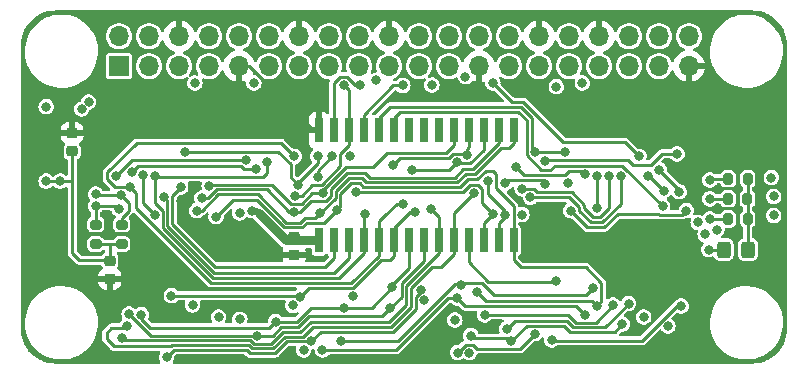
<source format=gbl>
G04 #@! TF.GenerationSoftware,KiCad,Pcbnew,7.0.8*
G04 #@! TF.CreationDate,2023-11-03T14:19:20+02:00*
G04 #@! TF.ProjectId,TinyNumberHat,54696e79-4e75-46d6-9265-724861742e6b,rev?*
G04 #@! TF.SameCoordinates,Original*
G04 #@! TF.FileFunction,Copper,L4,Bot*
G04 #@! TF.FilePolarity,Positive*
%FSLAX46Y46*%
G04 Gerber Fmt 4.6, Leading zero omitted, Abs format (unit mm)*
G04 Created by KiCad (PCBNEW 7.0.8) date 2023-11-03 14:19:20*
%MOMM*%
%LPD*%
G01*
G04 APERTURE LIST*
G04 Aperture macros list*
%AMRoundRect*
0 Rectangle with rounded corners*
0 $1 Rounding radius*
0 $2 $3 $4 $5 $6 $7 $8 $9 X,Y pos of 4 corners*
0 Add a 4 corners polygon primitive as box body*
4,1,4,$2,$3,$4,$5,$6,$7,$8,$9,$2,$3,0*
0 Add four circle primitives for the rounded corners*
1,1,$1+$1,$2,$3*
1,1,$1+$1,$4,$5*
1,1,$1+$1,$6,$7*
1,1,$1+$1,$8,$9*
0 Add four rect primitives between the rounded corners*
20,1,$1+$1,$2,$3,$4,$5,0*
20,1,$1+$1,$4,$5,$6,$7,0*
20,1,$1+$1,$6,$7,$8,$9,0*
20,1,$1+$1,$8,$9,$2,$3,0*%
G04 Aperture macros list end*
G04 #@! TA.AperFunction,ComponentPad*
%ADD10R,1.700000X1.700000*%
G04 #@! TD*
G04 #@! TA.AperFunction,ComponentPad*
%ADD11O,1.700000X1.700000*%
G04 #@! TD*
G04 #@! TA.AperFunction,SMDPad,CuDef*
%ADD12RoundRect,0.225000X-0.250000X0.225000X-0.250000X-0.225000X0.250000X-0.225000X0.250000X0.225000X0*%
G04 #@! TD*
G04 #@! TA.AperFunction,SMDPad,CuDef*
%ADD13RoundRect,0.200000X0.200000X0.275000X-0.200000X0.275000X-0.200000X-0.275000X0.200000X-0.275000X0*%
G04 #@! TD*
G04 #@! TA.AperFunction,SMDPad,CuDef*
%ADD14RoundRect,0.225000X0.250000X-0.225000X0.250000X0.225000X-0.250000X0.225000X-0.250000X-0.225000X0*%
G04 #@! TD*
G04 #@! TA.AperFunction,SMDPad,CuDef*
%ADD15R,0.650000X2.100000*%
G04 #@! TD*
G04 #@! TA.AperFunction,SMDPad,CuDef*
%ADD16RoundRect,0.250000X0.325000X0.450000X-0.325000X0.450000X-0.325000X-0.450000X0.325000X-0.450000X0*%
G04 #@! TD*
G04 #@! TA.AperFunction,SMDPad,CuDef*
%ADD17RoundRect,0.200000X-0.275000X0.200000X-0.275000X-0.200000X0.275000X-0.200000X0.275000X0.200000X0*%
G04 #@! TD*
G04 #@! TA.AperFunction,ViaPad*
%ADD18C,0.800000*%
G04 #@! TD*
G04 #@! TA.AperFunction,Conductor*
%ADD19C,0.250000*%
G04 #@! TD*
G04 #@! TA.AperFunction,Conductor*
%ADD20C,0.800000*%
G04 #@! TD*
G04 #@! TA.AperFunction,Conductor*
%ADD21C,0.600000*%
G04 #@! TD*
G04 APERTURE END LIST*
D10*
X108370000Y-74770000D03*
D11*
X108370000Y-72230000D03*
X110910000Y-74770000D03*
X110910000Y-72230000D03*
X113450000Y-74770000D03*
X113450000Y-72230000D03*
X115990000Y-74770000D03*
X115990000Y-72230000D03*
X118530000Y-74770000D03*
X118530000Y-72230000D03*
X121070000Y-74770000D03*
X121070000Y-72230000D03*
X123610000Y-74770000D03*
X123610000Y-72230000D03*
X126150000Y-74770000D03*
X126150000Y-72230000D03*
X128690000Y-74770000D03*
X128690000Y-72230000D03*
X131230000Y-74770000D03*
X131230000Y-72230000D03*
X133770000Y-74770000D03*
X133770000Y-72230000D03*
X136310000Y-74770000D03*
X136310000Y-72230000D03*
X138850000Y-74770000D03*
X138850000Y-72230000D03*
X141390000Y-74770000D03*
X141390000Y-72230000D03*
X143930000Y-74770000D03*
X143930000Y-72230000D03*
X146470000Y-74770000D03*
X146470000Y-72230000D03*
X149010000Y-74770000D03*
X149010000Y-72230000D03*
X151550000Y-74770000D03*
X151550000Y-72230000D03*
X154090000Y-74770000D03*
X154090000Y-72230000D03*
X156630000Y-74770000D03*
X156630000Y-72230000D03*
D12*
X123200000Y-89225000D03*
X123200000Y-90775000D03*
D13*
X161600000Y-87700000D03*
X159950000Y-87700000D03*
D14*
X104400000Y-81975000D03*
X104400000Y-80425000D03*
D13*
X161600000Y-84300000D03*
X159950000Y-84300000D03*
X161575000Y-86000000D03*
X159925000Y-86000000D03*
D15*
X125290000Y-80200000D03*
X126560000Y-80200000D03*
X127830000Y-80200000D03*
X129100000Y-80200000D03*
X130370000Y-80200000D03*
X131640000Y-80200000D03*
X132910000Y-80200000D03*
X134180000Y-80200000D03*
X135450000Y-80200000D03*
X136720000Y-80200000D03*
X137990000Y-80200000D03*
X139260000Y-80200000D03*
X140530000Y-80200000D03*
X141800000Y-80200000D03*
X141800000Y-89500000D03*
X140530000Y-89500000D03*
X139260000Y-89500000D03*
X137990000Y-89500000D03*
X136720000Y-89500000D03*
X135450000Y-89500000D03*
X134180000Y-89500000D03*
X132910000Y-89500000D03*
X131640000Y-89500000D03*
X130370000Y-89500000D03*
X129100000Y-89500000D03*
X127830000Y-89500000D03*
X126560000Y-89500000D03*
X125290000Y-89500000D03*
D16*
X161625000Y-90300000D03*
X159575000Y-90300000D03*
D12*
X107600000Y-91225000D03*
X107600000Y-92775000D03*
D17*
X108600000Y-88175000D03*
X108600000Y-89825000D03*
X106400000Y-88175000D03*
X106400000Y-89825000D03*
D18*
X102200000Y-83400000D03*
X157200000Y-91000000D03*
X101000000Y-80200000D03*
X163600000Y-91400000D03*
X163600000Y-93000000D03*
X114600000Y-85000000D03*
X102600000Y-87800000D03*
X103200000Y-83400000D03*
X113600000Y-86200000D03*
X164000000Y-77000000D03*
X102600000Y-82200000D03*
X158400000Y-79400000D03*
X108564890Y-85691803D03*
X113600000Y-85000000D03*
X106400000Y-85600000D03*
X112200000Y-85875000D03*
X108349062Y-86825632D03*
X106400008Y-86600008D03*
X105800000Y-77800000D03*
X105200000Y-78400000D03*
X102200000Y-78200000D03*
X116800000Y-96000000D03*
X138037991Y-99012905D03*
X123097197Y-95009560D03*
X134200000Y-94600000D03*
X128200000Y-94200000D03*
X152800000Y-96000000D03*
X163600000Y-84200000D03*
X118600000Y-96200000D03*
X163800000Y-85800000D03*
X124000000Y-98800000D03*
X159000000Y-88600000D03*
X143600000Y-97399996D03*
X137042770Y-99012905D03*
X123722667Y-94295178D03*
X158400000Y-86000000D03*
X133400000Y-87100000D03*
X155965065Y-95080338D03*
X145000000Y-97949500D03*
X112800000Y-94200000D03*
X158400000Y-84400000D03*
X134857326Y-76367327D03*
X123200000Y-82400000D03*
X109319172Y-84993821D03*
X145400000Y-76500000D03*
X132400000Y-86400000D03*
X111415788Y-84038855D03*
X120934016Y-82849470D03*
X129232266Y-87295394D03*
X144399996Y-82800000D03*
X144460782Y-84700000D03*
X155617130Y-82188421D03*
X158400000Y-87700000D03*
X141082940Y-84668542D03*
X110400000Y-84000000D03*
X111400000Y-87325000D03*
X158300000Y-90300000D03*
X114800000Y-76200000D03*
X128800000Y-76325500D03*
X131281701Y-95275000D03*
X151510954Y-94863740D03*
X141196006Y-97003008D03*
X109222600Y-95743772D03*
X118574500Y-87200000D03*
X120060775Y-97584629D03*
X141600000Y-98000000D03*
X121625000Y-96392994D03*
X138153864Y-97575000D03*
X110273521Y-95807619D03*
X131450000Y-93500000D03*
X127400000Y-95200000D03*
X151000000Y-96600000D03*
X156400000Y-87000000D03*
X124650401Y-98069880D03*
X114600000Y-95000000D03*
X145406526Y-92922828D03*
X133938024Y-93686833D03*
X112399992Y-99400000D03*
X146600000Y-87000000D03*
X119954623Y-83475000D03*
X142486661Y-87325000D03*
X154475000Y-85300000D03*
X153175467Y-84087914D03*
X138395443Y-85525907D03*
X109429853Y-83757473D03*
X109077298Y-96722702D03*
X108600000Y-97800000D03*
X119800000Y-76200000D03*
X134765702Y-86875000D03*
X152400000Y-82400000D03*
X108107027Y-84054993D03*
X130170145Y-75957464D03*
X119136337Y-82675000D03*
X140022701Y-76177297D03*
X123257704Y-85725000D03*
X127392255Y-76333235D03*
X137700000Y-75665344D03*
X132400000Y-76400000D03*
X136800000Y-96250000D03*
X148800000Y-86800000D03*
X143600000Y-82000000D03*
X146400000Y-84630403D03*
X158000000Y-89000000D03*
X148853266Y-84025000D03*
X146149773Y-82005415D03*
X155800000Y-85400000D03*
X154400000Y-86600000D03*
X154125000Y-83538421D03*
X125600000Y-98800000D03*
X123200000Y-87075000D03*
X137000000Y-94400000D03*
X147800034Y-95800000D03*
X115400000Y-85926981D03*
X114952583Y-87004333D03*
X137341126Y-93252293D03*
X148525500Y-93525500D03*
X127188452Y-98000000D03*
X125414739Y-87214733D03*
X148832052Y-95045299D03*
X126864736Y-86918117D03*
X116584644Y-87496957D03*
X138721152Y-93922734D03*
X154846965Y-96764123D03*
X116000000Y-84874500D03*
X125624606Y-85484584D03*
X139326465Y-95828008D03*
X150200000Y-94980731D03*
X150853924Y-84025000D03*
X139574276Y-84525000D03*
X163800000Y-87400000D03*
X143202614Y-85875000D03*
X141026529Y-87325000D03*
X157400000Y-88000000D03*
X127900000Y-82400000D03*
X142494252Y-85150000D03*
X149853269Y-84025000D03*
X128433077Y-85400004D03*
X140028391Y-87286330D03*
X125193572Y-84151790D03*
X147858280Y-83905189D03*
X141995340Y-83299813D03*
X131569290Y-83126894D03*
X137800000Y-82274500D03*
X126400000Y-82399998D03*
X133199832Y-83519967D03*
X114000000Y-81999990D03*
X123563802Y-84825662D03*
X136995166Y-82866536D03*
X147600000Y-76199500D03*
X125200004Y-82385439D03*
X103400000Y-84500000D03*
X102200000Y-84500000D03*
X120296878Y-87303123D03*
X119600000Y-87000000D03*
D19*
X118530000Y-74770000D02*
X119380000Y-74770000D01*
X124810000Y-80200000D02*
X125290000Y-80200000D01*
X119380000Y-74770000D02*
X124810000Y-80200000D01*
X108600000Y-87600000D02*
X108600000Y-88175000D01*
X108564890Y-85691803D02*
X109200000Y-86326913D01*
X109200000Y-87000000D02*
X108600000Y-87600000D01*
X106491803Y-85691803D02*
X108564890Y-85691803D01*
X106400000Y-85600000D02*
X106491803Y-85691803D01*
X125850000Y-91750000D02*
X126560000Y-91040000D01*
X126560000Y-91040000D02*
X126560000Y-89500000D01*
X109200000Y-86326913D02*
X109200000Y-87000000D01*
X112875000Y-88128247D02*
X116496753Y-91750000D01*
X113600000Y-85000000D02*
X112875000Y-85725000D01*
X116496753Y-91750000D02*
X125850000Y-91750000D01*
X112875000Y-85725000D02*
X112875000Y-88128247D01*
X108123430Y-86600000D02*
X108349062Y-86825632D01*
X106400016Y-86600000D02*
X108123430Y-86600000D01*
X127830000Y-89500000D02*
X127830000Y-90970000D01*
X106400008Y-86600008D02*
X106400016Y-86600000D01*
X116431067Y-92250000D02*
X112475000Y-88293933D01*
X127830000Y-90970000D02*
X126550000Y-92250000D01*
X106400008Y-86600008D02*
X106400008Y-88174992D01*
X126550000Y-92250000D02*
X116431067Y-92250000D01*
X112475000Y-86150000D02*
X112200000Y-85875000D01*
X112475000Y-88293933D02*
X112475000Y-86150000D01*
X106400008Y-88174992D02*
X106400000Y-88175000D01*
X137717770Y-98337905D02*
X137042770Y-99012905D01*
X142317943Y-98682053D02*
X138661734Y-98682053D01*
X143600000Y-97399996D02*
X142317943Y-98682053D01*
X138317586Y-98337905D02*
X137717770Y-98337905D01*
X138661734Y-98682053D02*
X138317586Y-98337905D01*
X161600000Y-84300000D02*
X161600000Y-87700000D01*
X161600000Y-90275000D02*
X161625000Y-90300000D01*
X161600000Y-87700000D02*
X161600000Y-90275000D01*
X152656493Y-98000000D02*
X155576155Y-95080338D01*
X145000000Y-97949500D02*
X145050500Y-98000000D01*
X155576155Y-95080338D02*
X155965065Y-95080338D01*
X123627489Y-94200000D02*
X123722667Y-94295178D01*
X131640000Y-88450000D02*
X131640000Y-89500000D01*
X123722667Y-94295178D02*
X124492845Y-93525000D01*
X132990000Y-87100000D02*
X131640000Y-88450000D01*
X130535966Y-91200000D02*
X131300000Y-91200000D01*
X131300000Y-91200000D02*
X131640000Y-90860000D01*
X112800000Y-94200000D02*
X123627489Y-94200000D01*
X145000000Y-97949500D02*
X144950500Y-97900000D01*
X145050500Y-98000000D02*
X152656493Y-98000000D01*
X124492845Y-93525000D02*
X128210966Y-93525000D01*
X133400000Y-87100000D02*
X132990000Y-87100000D01*
X131640000Y-90860000D02*
X131640000Y-89500000D01*
X159925000Y-86000000D02*
X158400000Y-86000000D01*
X128210966Y-93525000D02*
X130535966Y-91200000D01*
X109850000Y-86800305D02*
X109850000Y-85524649D01*
X122075000Y-81275000D02*
X123200000Y-82400000D01*
X107382027Y-83754688D02*
X109861715Y-81275000D01*
X131880547Y-86400000D02*
X130900800Y-87379747D01*
X158500000Y-84300000D02*
X158400000Y-84400000D01*
X107382027Y-84355298D02*
X107382027Y-83754688D01*
X109292154Y-84966803D02*
X107993532Y-84966803D01*
X130370000Y-90800280D02*
X128045280Y-93125000D01*
X130900800Y-87379747D02*
X130370000Y-87910547D01*
X132400000Y-86400000D02*
X131880547Y-86400000D01*
X109319172Y-84993821D02*
X109292154Y-84966803D01*
X130370000Y-87910547D02*
X130370000Y-89500000D01*
X109850000Y-85524649D02*
X109319172Y-84993821D01*
X109861715Y-81275000D02*
X122075000Y-81275000D01*
X128045280Y-93125000D02*
X116174696Y-93125001D01*
X159950000Y-84300000D02*
X158500000Y-84300000D01*
X107993532Y-84966803D02*
X107382027Y-84355298D01*
X130370000Y-89500000D02*
X130370000Y-90800280D01*
X116174696Y-93125001D02*
X109850000Y-86800305D01*
X120934016Y-82849470D02*
X120934016Y-83770912D01*
X111526933Y-84150000D02*
X111415788Y-84038855D01*
X141326482Y-84425000D02*
X141082940Y-84668542D01*
X129100000Y-90614034D02*
X127014034Y-92700000D01*
X151494019Y-82730415D02*
X151888604Y-83125000D01*
X153399084Y-83125000D02*
X154335663Y-82188421D01*
X129232266Y-87295394D02*
X129100000Y-87427660D01*
X127014034Y-92700000D02*
X116315381Y-92700000D01*
X112075000Y-87045405D02*
X111415788Y-86386193D01*
X129100000Y-89500000D02*
X129100000Y-90614034D01*
X144469581Y-82730415D02*
X151494019Y-82730415D01*
X144399996Y-82800000D02*
X144469581Y-82730415D01*
X116315381Y-92700000D02*
X112075000Y-88459619D01*
X144460782Y-84700000D02*
X144185782Y-84425000D01*
X154335663Y-82188421D02*
X155617130Y-82188421D01*
X112075000Y-88459619D02*
X112075000Y-87045405D01*
X151888604Y-83125000D02*
X153399084Y-83125000D01*
X111415788Y-86386193D02*
X111415788Y-84038855D01*
X129100000Y-87427660D02*
X129100000Y-89500000D01*
X120554928Y-84150000D02*
X111526933Y-84150000D01*
X120934016Y-83770912D02*
X120554928Y-84150000D01*
X159950000Y-87700000D02*
X158400000Y-87700000D01*
X144185782Y-84425000D02*
X141326482Y-84425000D01*
X110400000Y-84000000D02*
X110400000Y-86325000D01*
X127091950Y-75658735D02*
X126560000Y-76190685D01*
X110400000Y-86325000D02*
X111400000Y-87325000D01*
X126560000Y-76190685D02*
X126560000Y-80200000D01*
X128359325Y-76325500D02*
X127692560Y-75658735D01*
X159575000Y-90300000D02*
X158300000Y-90300000D01*
X128800000Y-76325500D02*
X128359325Y-76325500D01*
X127692560Y-75658735D02*
X127091950Y-75658735D01*
X151510954Y-94863740D02*
X149499694Y-96875000D01*
X146263297Y-96324998D02*
X141874016Y-96324998D01*
X134180000Y-89500000D02*
X134180000Y-91230883D01*
X132297839Y-93113044D02*
X132297839Y-94302161D01*
X111053828Y-97575000D02*
X109222600Y-95743772D01*
X141874016Y-96324998D02*
X141196006Y-97003008D01*
X124483076Y-95951238D02*
X123564434Y-96869880D01*
X120051146Y-97575000D02*
X111053828Y-97575000D01*
X123564434Y-96869880D02*
X122102709Y-96869880D01*
X149499694Y-96875000D02*
X146813299Y-96875000D01*
X131325000Y-95275000D02*
X131281701Y-95275000D01*
X146813299Y-96875000D02*
X146263297Y-96324998D01*
X130605463Y-95951238D02*
X124483076Y-95951238D01*
X131281701Y-95275000D02*
X130605463Y-95951238D01*
X120060775Y-97584629D02*
X120051146Y-97575000D01*
X122102709Y-96869880D02*
X121387960Y-97584629D01*
X121387960Y-97584629D02*
X120060775Y-97584629D01*
X134180000Y-91230883D02*
X132297839Y-93113044D01*
X132297839Y-94302161D02*
X131325000Y-95275000D01*
X142875002Y-96724998D02*
X141600000Y-98000000D01*
X138378864Y-97800000D02*
X138153864Y-97575000D01*
X110273521Y-96196528D02*
X110273521Y-95807619D01*
X146026901Y-96724998D02*
X142875002Y-96724998D01*
X121607006Y-96392994D02*
X121090371Y-96909629D01*
X132910000Y-91864487D02*
X132910000Y-89500000D01*
X150325000Y-97275000D02*
X146576903Y-97275000D01*
X123475634Y-96392994D02*
X121625000Y-96392994D01*
X124668628Y-95200000D02*
X123475634Y-96392994D01*
X110986622Y-96909629D02*
X110273521Y-96196528D01*
X121090371Y-96909629D02*
X110986622Y-96909629D01*
X141600000Y-98000000D02*
X141400000Y-97800000D01*
X129750000Y-95200000D02*
X127400000Y-95200000D01*
X121625000Y-96392994D02*
X121607006Y-96392994D01*
X127400000Y-95200000D02*
X124668628Y-95200000D01*
X131450000Y-93324487D02*
X132910000Y-91864487D01*
X141400000Y-97800000D02*
X138378864Y-97800000D01*
X131450000Y-93500000D02*
X131450000Y-93324487D01*
X151000000Y-96600000D02*
X150325000Y-97275000D01*
X131450000Y-93500000D02*
X129750000Y-95200000D01*
X146576903Y-97275000D02*
X146026901Y-96724998D01*
X121610017Y-99059629D02*
X122599764Y-98069880D01*
X133525000Y-94320405D02*
X133525000Y-95286698D01*
X122599764Y-98069880D02*
X124650401Y-98069880D01*
X156400000Y-87000000D02*
X156075000Y-87325000D01*
X145329354Y-93000000D02*
X139619001Y-93000000D01*
X137990000Y-91370999D02*
X137990000Y-89500000D01*
X112999992Y-98800000D02*
X119190180Y-98800000D01*
X112399992Y-99400000D02*
X112999992Y-98800000D01*
X119449809Y-99059629D02*
X121610017Y-99059629D01*
X125445281Y-97275000D02*
X124650401Y-98069880D01*
X149473097Y-88425000D02*
X148025000Y-88425000D01*
X133920405Y-93925000D02*
X133525000Y-94320405D01*
X133525000Y-95286698D02*
X131536698Y-97275000D01*
X131536698Y-97275000D02*
X125445281Y-97275000D01*
X148025000Y-88425000D02*
X146600000Y-87000000D01*
X154099695Y-87325000D02*
X154074695Y-87300000D01*
X133950000Y-93698809D02*
X133950000Y-93925000D01*
X156075000Y-87325000D02*
X154099695Y-87325000D01*
X133938024Y-93686833D02*
X133950000Y-93698809D01*
X145406526Y-92922828D02*
X145329354Y-93000000D01*
X119190180Y-98800000D02*
X119449809Y-99059629D01*
X139619001Y-93000000D02*
X137990000Y-91370999D01*
X133950000Y-93925000D02*
X133920405Y-93925000D01*
X150598097Y-87300000D02*
X149473097Y-88425000D01*
X154074695Y-87300000D02*
X150598097Y-87300000D01*
X153262914Y-84087914D02*
X153175467Y-84087914D01*
X136720000Y-90680000D02*
X135600000Y-91800000D01*
X107920403Y-98475000D02*
X107324998Y-97879595D01*
X154475000Y-85300000D02*
X153262914Y-84087914D01*
X134870262Y-91800000D02*
X133125000Y-93545262D01*
X119615495Y-98659629D02*
X119355866Y-98400000D01*
X112834306Y-98400000D02*
X112759306Y-98475000D01*
X107720403Y-96925000D02*
X108875000Y-96925000D01*
X112759306Y-98475000D02*
X107920403Y-98475000D01*
X133125000Y-95121013D02*
X131421013Y-96825000D01*
X118981742Y-83475000D02*
X118706742Y-83200000D01*
X123930120Y-97669880D02*
X122434081Y-97669880D01*
X138395443Y-85525907D02*
X136720000Y-87201350D01*
X108875000Y-96925000D02*
X109077298Y-96722702D01*
X121444330Y-98659629D02*
X119615495Y-98659629D01*
X119355866Y-98400000D02*
X112834306Y-98400000D01*
X136720000Y-87201350D02*
X136720000Y-89500000D01*
X118706742Y-83200000D02*
X109987326Y-83200000D01*
X133125000Y-93545262D02*
X133125000Y-95121013D01*
X122434081Y-97669880D02*
X121444330Y-98659629D01*
X119954623Y-83475000D02*
X118981742Y-83475000D01*
X107324998Y-97879595D02*
X107324998Y-97320405D01*
X135600000Y-91800000D02*
X134870262Y-91800000D01*
X107324998Y-97320405D02*
X107720403Y-96925000D01*
X131421013Y-96825000D02*
X124775000Y-96825000D01*
X136720000Y-89500000D02*
X136720000Y-90680000D01*
X109987326Y-83200000D02*
X109429853Y-83757473D01*
X124775000Y-96825000D02*
X123930120Y-97669880D01*
X123730120Y-97269880D02*
X122268395Y-97269880D01*
X135450000Y-89500000D02*
X135450000Y-90597279D01*
X142600000Y-77800000D02*
X141645404Y-77800000D01*
X141645404Y-77800000D02*
X140022701Y-76177297D01*
X119781180Y-98259629D02*
X119496551Y-97975000D01*
X119496551Y-97975000D02*
X108775000Y-97975000D01*
X132697839Y-93349440D02*
X132697839Y-94982488D01*
X122268395Y-97269880D02*
X121278645Y-98259629D01*
X135450000Y-89500000D02*
X135450000Y-87559298D01*
X121278645Y-98259629D02*
X119781180Y-98259629D01*
X152400000Y-82400000D02*
X151200000Y-81200000D01*
X146000000Y-81200000D02*
X142600000Y-77800000D01*
X108775000Y-97975000D02*
X108600000Y-97800000D01*
X124585177Y-96414823D02*
X123730120Y-97269880D01*
X135450000Y-87559298D02*
X134765702Y-86875000D01*
X151200000Y-81200000D02*
X146000000Y-81200000D01*
X135450000Y-90597279D02*
X132697839Y-93349440D01*
X109487020Y-82675000D02*
X108107027Y-84054993D01*
X131265504Y-96414823D02*
X124585177Y-96414823D01*
X132697839Y-94982488D02*
X131265504Y-96414823D01*
X119136337Y-82675000D02*
X109487020Y-82675000D01*
X125299874Y-84854721D02*
X124699874Y-84854721D01*
X127830000Y-76770980D02*
X127830000Y-80200000D01*
X125345011Y-84809584D02*
X125299874Y-84854721D01*
X127830000Y-81450080D02*
X127075000Y-82205080D01*
X127075000Y-83259314D02*
X125524732Y-84809584D01*
X124699874Y-84854721D02*
X123829595Y-85725000D01*
X125524732Y-84809584D02*
X125345011Y-84809584D01*
X123829595Y-85725000D02*
X123257704Y-85725000D01*
X127830000Y-80200000D02*
X127830000Y-81450080D01*
X127075000Y-82205080D02*
X127075000Y-83259314D01*
X127392255Y-76333235D02*
X127830000Y-76770980D01*
X129100000Y-78900000D02*
X131600000Y-76400000D01*
X129100000Y-80200000D02*
X129100000Y-78900000D01*
X131600000Y-76400000D02*
X132400000Y-76400000D01*
X130370000Y-80200000D02*
X130370000Y-79150000D01*
X143325000Y-79152208D02*
X143325000Y-81725000D01*
X130370000Y-79150000D02*
X131320000Y-78200000D01*
X146200000Y-81955188D02*
X146149773Y-82005415D01*
X148800000Y-85200000D02*
X148800000Y-86800000D01*
X131320000Y-78200000D02*
X142372792Y-78200000D01*
X146144358Y-82000000D02*
X143600000Y-82000000D01*
X146149773Y-82005415D02*
X146144358Y-82000000D01*
X148800000Y-84078266D02*
X148853266Y-84025000D01*
X143325000Y-81725000D02*
X143600000Y-82000000D01*
X148800000Y-85200000D02*
X148800000Y-84078266D01*
X142372792Y-78200000D02*
X143325000Y-79152208D01*
X131640000Y-80200000D02*
X131640000Y-79150000D01*
X145244890Y-83180415D02*
X150980415Y-83180415D01*
X142186396Y-78650000D02*
X142875000Y-79338604D01*
X144099695Y-83525000D02*
X144900305Y-83525000D01*
X155800000Y-85400000D02*
X155800000Y-85213421D01*
X142875000Y-82300305D02*
X144099695Y-83525000D01*
X131640000Y-79150000D02*
X132140000Y-78650000D01*
X144900305Y-83525000D02*
X145244890Y-83180415D01*
X132140000Y-78650000D02*
X142186396Y-78650000D01*
X150980415Y-83180415D02*
X154400000Y-86600000D01*
X155800000Y-85213421D02*
X154125000Y-83538421D01*
X142875000Y-79338604D02*
X142875000Y-82300305D01*
X116629096Y-85200000D02*
X120879720Y-85200000D01*
X140530000Y-81250000D02*
X140530000Y-80200000D01*
X115400000Y-85926981D02*
X115902114Y-85926981D01*
X136792597Y-84194967D02*
X137537564Y-83450000D01*
X129212626Y-83775004D02*
X129632589Y-84194967D01*
X124611986Y-86183295D02*
X125880491Y-86183295D01*
X122754720Y-87075000D02*
X123720281Y-87075000D01*
X137000000Y-94400000D02*
X137680567Y-95080567D01*
X147080601Y-95080567D02*
X147800034Y-95800000D01*
X136200000Y-94400000D02*
X131800000Y-98800000D01*
X138330000Y-83450000D02*
X140530000Y-81250000D01*
X120879720Y-85200000D02*
X122754720Y-87075000D01*
X129632589Y-84194967D02*
X136792597Y-84194967D01*
X127690680Y-83775004D02*
X129212626Y-83775004D01*
X115902114Y-85926981D02*
X116629096Y-85200000D01*
X126323317Y-85740469D02*
X126323317Y-85142367D01*
X137537564Y-83450000D02*
X138330000Y-83450000D01*
X125880491Y-86183295D02*
X126323317Y-85740469D01*
X131800000Y-98800000D02*
X125600000Y-98800000D01*
X126323317Y-85142367D02*
X127690680Y-83775004D01*
X137000000Y-94400000D02*
X136200000Y-94400000D01*
X123720281Y-87075000D02*
X124611986Y-86183295D01*
X137680567Y-95080567D02*
X147080601Y-95080567D01*
X125004472Y-87625000D02*
X124125411Y-87625000D01*
X137723960Y-83900000D02*
X137023956Y-84600004D01*
X137443419Y-93150000D02*
X137341126Y-93252293D01*
X132674518Y-84594967D02*
X129296998Y-84594967D01*
X122539034Y-88025000D02*
X120114034Y-85600000D01*
X126723317Y-85906155D02*
X125004472Y-87625000D01*
X140714292Y-81692509D02*
X138506801Y-83900000D01*
X127806366Y-84225004D02*
X126723317Y-85308053D01*
X120114034Y-85600000D02*
X116794781Y-85600000D01*
X137341126Y-93252293D02*
X137288833Y-93200000D01*
X123725411Y-88025000D02*
X122539034Y-88025000D01*
X116794781Y-85600000D02*
X115390448Y-87004333D01*
X148525500Y-93525500D02*
X147870433Y-94180567D01*
X137023956Y-84600004D02*
X132679555Y-84600004D01*
X147870433Y-94180567D02*
X140136112Y-94180567D01*
X136834314Y-93200000D02*
X132034314Y-98000000D01*
X139105545Y-93150000D02*
X137443419Y-93150000D01*
X132034314Y-98000000D02*
X127188452Y-98000000D01*
X141357491Y-81692509D02*
X140714292Y-81692509D01*
X129296998Y-84594967D02*
X128927035Y-84225004D01*
X128927035Y-84225004D02*
X127806366Y-84225004D01*
X141800000Y-80200000D02*
X141800000Y-81250000D01*
X132679555Y-84600004D02*
X132674518Y-84594967D01*
X141800000Y-81250000D02*
X141357491Y-81692509D01*
X126723317Y-85308053D02*
X126723317Y-85906155D01*
X115390448Y-87004333D02*
X114952583Y-87004333D01*
X124125411Y-87625000D02*
X123725411Y-88025000D01*
X138506801Y-83900000D02*
X137723960Y-83900000D01*
X140136112Y-94180567D02*
X139105545Y-93150000D01*
X137288833Y-93200000D02*
X136834314Y-93200000D01*
X142400000Y-91800000D02*
X147887323Y-91800000D01*
X140299276Y-83903882D02*
X140000000Y-83604606D01*
X139438591Y-83604606D02*
X138693197Y-84350000D01*
X128008675Y-84675004D02*
X127123317Y-85560362D01*
X148832052Y-95045299D02*
X148417320Y-94630567D01*
X124291096Y-88025000D02*
X125757853Y-88025000D01*
X147887323Y-91800000D02*
X149200000Y-93112677D01*
X125757853Y-88025000D02*
X126864736Y-86918117D01*
X137910356Y-84350000D02*
X137260352Y-85000004D01*
X141800000Y-89500000D02*
X141800000Y-86600000D01*
X120037201Y-86088853D02*
X122373348Y-88425000D01*
X139428985Y-94630567D02*
X138721152Y-93922734D01*
X149200000Y-94677351D02*
X148832052Y-95045299D01*
X141800000Y-89500000D02*
X141800000Y-91200000D01*
X137260352Y-85000004D02*
X132513869Y-85000004D01*
X129054575Y-84994967D02*
X128734612Y-84675004D01*
X149200000Y-93112677D02*
X149200000Y-94677351D01*
X127123317Y-85560362D02*
X127123317Y-86659536D01*
X140000000Y-83604606D02*
X139438591Y-83604606D01*
X122373348Y-88425000D02*
X123891097Y-88425000D01*
X117992748Y-86088853D02*
X120037201Y-86088853D01*
X148417320Y-94630567D02*
X139428985Y-94630567D01*
X132513869Y-85000004D02*
X132508833Y-84994967D01*
X140299276Y-85099276D02*
X140299276Y-83903882D01*
X123891097Y-88425000D02*
X124291096Y-88025000D01*
X128734612Y-84675004D02*
X128008675Y-84675004D01*
X116584644Y-87496957D02*
X117992748Y-86088853D01*
X141800000Y-86600000D02*
X140299276Y-85099276D01*
X127123317Y-86659536D02*
X126864736Y-86918117D01*
X132508833Y-84994967D02*
X129054575Y-84994967D01*
X138693197Y-84350000D02*
X137910356Y-84350000D01*
X141800000Y-91200000D02*
X142400000Y-91800000D01*
X150200000Y-94980731D02*
X150200000Y-95000000D01*
X116000000Y-84874500D02*
X116074500Y-84800000D01*
X131050000Y-82150000D02*
X136050000Y-82150000D01*
X147049695Y-96475000D02*
X146402703Y-95828008D01*
X146402703Y-95828008D02*
X139326465Y-95828008D01*
X150200000Y-95000000D02*
X148725000Y-96475000D01*
X123829595Y-86400000D02*
X124699876Y-85529719D01*
X125370280Y-85529719D02*
X127574995Y-83325004D01*
X121320405Y-84800000D02*
X122920405Y-86400000D01*
X127574995Y-83325004D02*
X129874996Y-83325004D01*
X124699876Y-85529719D02*
X125370280Y-85529719D01*
X116074500Y-84800000D02*
X121320405Y-84800000D01*
X136050000Y-82150000D02*
X136720000Y-81480000D01*
X136720000Y-81480000D02*
X136720000Y-80200000D01*
X129874996Y-83325004D02*
X131050000Y-82150000D01*
X148725000Y-96475000D02*
X147049695Y-96475000D01*
X122920405Y-86400000D02*
X123829595Y-86400000D01*
X150853924Y-86407777D02*
X149286701Y-87975000D01*
X150853924Y-84025000D02*
X150853924Y-86407777D01*
X141024660Y-87575340D02*
X141024660Y-87024660D01*
X146500305Y-85875000D02*
X143202614Y-85875000D01*
X147325000Y-86986701D02*
X147325000Y-86699695D01*
X148313299Y-87975000D02*
X147325000Y-86986701D01*
X140530000Y-88070000D02*
X141024660Y-87575340D01*
X149286701Y-87975000D02*
X148313299Y-87975000D01*
X147325000Y-86699695D02*
X146500305Y-85875000D01*
X141024660Y-87024660D02*
X139574276Y-85574276D01*
X139574276Y-85574276D02*
X139574276Y-84525000D01*
X140530000Y-89500000D02*
X140530000Y-88070000D01*
X149100305Y-87525000D02*
X148499695Y-87525000D01*
X138763604Y-84800000D02*
X139124276Y-85160672D01*
X139260000Y-89500000D02*
X139260000Y-88054721D01*
X138096752Y-84800000D02*
X138763604Y-84800000D01*
X139124276Y-85160672D02*
X139124276Y-86382215D01*
X148499695Y-87525000D02*
X147775000Y-86800305D01*
X139124276Y-86382215D02*
X140028391Y-87286330D01*
X147775000Y-86513299D02*
X146686701Y-85425000D01*
X128433077Y-85400004D02*
X137496748Y-85400004D01*
X146686701Y-85425000D02*
X143777919Y-85425000D01*
X139260000Y-88054721D02*
X140028391Y-87286330D01*
X147775000Y-86800305D02*
X147775000Y-86513299D01*
X149853269Y-84025000D02*
X149853269Y-86772036D01*
X149853269Y-86772036D02*
X149100305Y-87525000D01*
X137496748Y-85400004D02*
X138096752Y-84800000D01*
X143502919Y-85150000D02*
X142494252Y-85150000D01*
X143777919Y-85425000D02*
X143502919Y-85150000D01*
X142670527Y-83975000D02*
X146100808Y-83975000D01*
X137717036Y-82191536D02*
X136644860Y-82191536D01*
X132146184Y-82550000D02*
X131569290Y-83126894D01*
X141995340Y-83299813D02*
X142670527Y-83975000D01*
X125193572Y-83606426D02*
X125193572Y-84151790D01*
X147553091Y-83600000D02*
X147858280Y-83905189D01*
X136644860Y-82191536D02*
X136286396Y-82550000D01*
X137990000Y-80200000D02*
X137990000Y-81600000D01*
X126400000Y-82399998D02*
X125193572Y-83606426D01*
X137800000Y-82274500D02*
X137717036Y-82191536D01*
X136286396Y-82550000D02*
X132146184Y-82550000D01*
X137990000Y-81600000D02*
X137800000Y-81790000D01*
X137800000Y-81790000D02*
X137800000Y-82274500D01*
X146100808Y-83975000D02*
X146475808Y-83600000D01*
X146475808Y-83600000D02*
X147553091Y-83600000D01*
X125200004Y-82385439D02*
X125200004Y-82999996D01*
X121845395Y-81999990D02*
X122920405Y-83075000D01*
X137410385Y-82999500D02*
X137277421Y-82866536D01*
X122920405Y-84182265D02*
X122920405Y-83075000D01*
X139260000Y-81839805D02*
X138100305Y-82999500D01*
X139260000Y-80200000D02*
X139260000Y-81839805D01*
X136341735Y-83519967D02*
X133199832Y-83519967D01*
X136995166Y-82866536D02*
X136341735Y-83519967D01*
X123563802Y-84825662D02*
X122920405Y-84182265D01*
X125200004Y-82999996D02*
X123563802Y-84636198D01*
X137277421Y-82866536D02*
X136995166Y-82866536D01*
X123563802Y-84636198D02*
X123563802Y-84825662D01*
X114000000Y-81999990D02*
X121845395Y-81999990D01*
X138100305Y-82999500D02*
X137410385Y-82999500D01*
X107400000Y-91200000D02*
X105000000Y-91200000D01*
X104400000Y-85600000D02*
X104400000Y-84400000D01*
X106400000Y-89825000D02*
X107600000Y-89825000D01*
X107600000Y-89825000D02*
X107600000Y-91000000D01*
X107600000Y-91000000D02*
X107400000Y-91200000D01*
X107600000Y-89825000D02*
X108600000Y-89825000D01*
X102200000Y-84500000D02*
X104300000Y-84500000D01*
D20*
X125000000Y-89500000D02*
X122493755Y-89500000D01*
D21*
X119600000Y-87000000D02*
X119993755Y-87000000D01*
D19*
X104400000Y-84400000D02*
X104400000Y-81975000D01*
D21*
X119993755Y-87000000D02*
X120296878Y-87303123D01*
D19*
X104400000Y-90600000D02*
X104400000Y-85600000D01*
D20*
X122493755Y-89500000D02*
X120296878Y-87303123D01*
D19*
X104300000Y-84500000D02*
X104400000Y-84400000D01*
X105000000Y-91200000D02*
X104400000Y-90600000D01*
G04 #@! TA.AperFunction,Conductor*
G36*
X119980992Y-75118094D02*
G01*
X120034871Y-75162578D01*
X120043182Y-75176811D01*
X120111790Y-75314593D01*
X120130327Y-75351821D01*
X120137123Y-75360821D01*
X120160761Y-75392122D01*
X120185453Y-75457483D01*
X120170888Y-75525818D01*
X120121691Y-75575430D01*
X120053481Y-75590569D01*
X120032133Y-75587246D01*
X119878986Y-75549500D01*
X119878985Y-75549500D01*
X119850715Y-75549500D01*
X119783676Y-75529815D01*
X119737921Y-75477011D01*
X119727977Y-75407853D01*
X119738333Y-75373096D01*
X119803428Y-75233497D01*
X119803431Y-75233489D01*
X119812406Y-75199992D01*
X119848770Y-75140331D01*
X119911616Y-75109800D01*
X119980992Y-75118094D01*
G37*
G04 #@! TD.AperFunction*
G04 #@! TA.AperFunction,Conductor*
G36*
X162001735Y-70050598D02*
G01*
X162156276Y-70059276D01*
X162326771Y-70068851D01*
X162333661Y-70069627D01*
X162606033Y-70115905D01*
X162652887Y-70123866D01*
X162659671Y-70125414D01*
X162970812Y-70215052D01*
X162977376Y-70217349D01*
X163276531Y-70341262D01*
X163282779Y-70344272D01*
X163566184Y-70500904D01*
X163572062Y-70504597D01*
X163836148Y-70691977D01*
X163841571Y-70696301D01*
X163952956Y-70795841D01*
X164083012Y-70912067D01*
X164087932Y-70916987D01*
X164150987Y-70987545D01*
X164303696Y-71158426D01*
X164308024Y-71163853D01*
X164495398Y-71427932D01*
X164499095Y-71433815D01*
X164655723Y-71717211D01*
X164658740Y-71723476D01*
X164668519Y-71747085D01*
X164782649Y-72022620D01*
X164784947Y-72029187D01*
X164874585Y-72340328D01*
X164876133Y-72347112D01*
X164930370Y-72666324D01*
X164931149Y-72673238D01*
X164949402Y-72998264D01*
X164949500Y-73001741D01*
X164949500Y-96998258D01*
X164949402Y-97001735D01*
X164931149Y-97326761D01*
X164930370Y-97333675D01*
X164876133Y-97652887D01*
X164874585Y-97659671D01*
X164784947Y-97970812D01*
X164782649Y-97977379D01*
X164658742Y-98276519D01*
X164655723Y-98282788D01*
X164499095Y-98566184D01*
X164495393Y-98572076D01*
X164308029Y-98836140D01*
X164303691Y-98841580D01*
X164087932Y-99083012D01*
X164083012Y-99087932D01*
X163841580Y-99303691D01*
X163836140Y-99308029D01*
X163572076Y-99495393D01*
X163566184Y-99499095D01*
X163282788Y-99655723D01*
X163276519Y-99658742D01*
X162977379Y-99782649D01*
X162970812Y-99784947D01*
X162659671Y-99874585D01*
X162652887Y-99876133D01*
X162333675Y-99930370D01*
X162326761Y-99931149D01*
X162001735Y-99949402D01*
X161998258Y-99949500D01*
X113047379Y-99949500D01*
X112980340Y-99929815D01*
X112934585Y-99877011D01*
X112924641Y-99807853D01*
X112945329Y-99755060D01*
X112946244Y-99753734D01*
X112980212Y-99704523D01*
X113036229Y-99556818D01*
X113055270Y-99400000D01*
X113049094Y-99349144D01*
X113060553Y-99280225D01*
X113084507Y-99246520D01*
X113119213Y-99211816D01*
X113180537Y-99178333D01*
X113206892Y-99175500D01*
X118983280Y-99175500D01*
X119050319Y-99195185D01*
X119070960Y-99211817D01*
X119132305Y-99273163D01*
X119147662Y-99288520D01*
X119163786Y-99308376D01*
X119169722Y-99317461D01*
X119169725Y-99317465D01*
X119197734Y-99339265D01*
X119203496Y-99344354D01*
X119206291Y-99347149D01*
X119225304Y-99360723D01*
X119268620Y-99394438D01*
X119268627Y-99394440D01*
X119275529Y-99398176D01*
X119282605Y-99401635D01*
X119282610Y-99401639D01*
X119319751Y-99412696D01*
X119335212Y-99417299D01*
X119387147Y-99435129D01*
X119394881Y-99436419D01*
X119402719Y-99437396D01*
X119402721Y-99437397D01*
X119402722Y-99437396D01*
X119402723Y-99437397D01*
X119457565Y-99435129D01*
X121558213Y-99435129D01*
X121583658Y-99437767D01*
X121594286Y-99439996D01*
X121615137Y-99437397D01*
X121629511Y-99435606D01*
X121637187Y-99435129D01*
X121641129Y-99435129D01*
X121641131Y-99435129D01*
X121641133Y-99435128D01*
X121641139Y-99435128D01*
X121664156Y-99431286D01*
X121718643Y-99424495D01*
X121718646Y-99424493D01*
X121726148Y-99422260D01*
X121733617Y-99419695D01*
X121733627Y-99419694D01*
X121781888Y-99393575D01*
X121831229Y-99369455D01*
X121831230Y-99369454D01*
X121837601Y-99364904D01*
X121843836Y-99360051D01*
X121843843Y-99360048D01*
X121881015Y-99319668D01*
X122718982Y-98481698D01*
X122780305Y-98448214D01*
X122806663Y-98445380D01*
X123259134Y-98445380D01*
X123326173Y-98465065D01*
X123371928Y-98517869D01*
X123381872Y-98587027D01*
X123375076Y-98613351D01*
X123363763Y-98643181D01*
X123344722Y-98799999D01*
X123344722Y-98800000D01*
X123363762Y-98956818D01*
X123416349Y-99095476D01*
X123419780Y-99104523D01*
X123509517Y-99234530D01*
X123627760Y-99339283D01*
X123627762Y-99339284D01*
X123767634Y-99412696D01*
X123921014Y-99450500D01*
X123921015Y-99450500D01*
X124078985Y-99450500D01*
X124232365Y-99412696D01*
X124260030Y-99398176D01*
X124372240Y-99339283D01*
X124490483Y-99234530D01*
X124580220Y-99104523D01*
X124636237Y-98956818D01*
X124652641Y-98821717D01*
X124680261Y-98757542D01*
X124738195Y-98718485D01*
X124746038Y-98716275D01*
X124793181Y-98704656D01*
X124862981Y-98707725D01*
X124920043Y-98748045D01*
X124945949Y-98810106D01*
X124963763Y-98956819D01*
X125003812Y-99062419D01*
X125019780Y-99104523D01*
X125109517Y-99234530D01*
X125227760Y-99339283D01*
X125227762Y-99339284D01*
X125367634Y-99412696D01*
X125521014Y-99450500D01*
X125521015Y-99450500D01*
X125678985Y-99450500D01*
X125832365Y-99412696D01*
X125860030Y-99398176D01*
X125972240Y-99339283D01*
X126090483Y-99234530D01*
X126094257Y-99229061D01*
X126148537Y-99185071D01*
X126196308Y-99175500D01*
X131748196Y-99175500D01*
X131773641Y-99178139D01*
X131777440Y-99178935D01*
X131784268Y-99180367D01*
X131805225Y-99177754D01*
X131819492Y-99175977D01*
X131827168Y-99175500D01*
X131831112Y-99175500D01*
X131831114Y-99175500D01*
X131831116Y-99175499D01*
X131831122Y-99175499D01*
X131846487Y-99172934D01*
X131854140Y-99171657D01*
X131908626Y-99164866D01*
X131908627Y-99164865D01*
X131908629Y-99164865D01*
X131916141Y-99162628D01*
X131923606Y-99160066D01*
X131923606Y-99160065D01*
X131923610Y-99160065D01*
X131971877Y-99133944D01*
X132021211Y-99109826D01*
X132021214Y-99109823D01*
X132027594Y-99105268D01*
X132033819Y-99100422D01*
X132033826Y-99100419D01*
X132071008Y-99060028D01*
X134881036Y-96250000D01*
X136144722Y-96250000D01*
X136163762Y-96406818D01*
X136214000Y-96539283D01*
X136219780Y-96554523D01*
X136309517Y-96684530D01*
X136427760Y-96789283D01*
X136427762Y-96789284D01*
X136567634Y-96862696D01*
X136721014Y-96900500D01*
X136721015Y-96900500D01*
X136878985Y-96900500D01*
X137032365Y-96862696D01*
X137063816Y-96846189D01*
X137172240Y-96789283D01*
X137290483Y-96684530D01*
X137380220Y-96554523D01*
X137436237Y-96406818D01*
X137455278Y-96250000D01*
X137453600Y-96236176D01*
X137436237Y-96093181D01*
X137407491Y-96017386D01*
X137380220Y-95945477D01*
X137290483Y-95815470D01*
X137172240Y-95710717D01*
X137172238Y-95710716D01*
X137172237Y-95710715D01*
X137032365Y-95637303D01*
X136878986Y-95599500D01*
X136878985Y-95599500D01*
X136721015Y-95599500D01*
X136721014Y-95599500D01*
X136567634Y-95637303D01*
X136427762Y-95710715D01*
X136309516Y-95815471D01*
X136219781Y-95945475D01*
X136219780Y-95945476D01*
X136163762Y-96093181D01*
X136144722Y-96249999D01*
X136144722Y-96250000D01*
X134881036Y-96250000D01*
X136317322Y-94813714D01*
X136378643Y-94780231D01*
X136448335Y-94785215D01*
X136504268Y-94827087D01*
X136507038Y-94830939D01*
X136509517Y-94834530D01*
X136627760Y-94939283D01*
X136627762Y-94939284D01*
X136767634Y-95012696D01*
X136921014Y-95050500D01*
X137068101Y-95050500D01*
X137135140Y-95070185D01*
X137155782Y-95086819D01*
X137378416Y-95309453D01*
X137394545Y-95329314D01*
X137397466Y-95333786D01*
X137400483Y-95338403D01*
X137428499Y-95360208D01*
X137434260Y-95365297D01*
X137437049Y-95368086D01*
X137456050Y-95381652D01*
X137499378Y-95415376D01*
X137506271Y-95419106D01*
X137513363Y-95422573D01*
X137513368Y-95422577D01*
X137553518Y-95434530D01*
X137565970Y-95438237D01*
X137617905Y-95456067D01*
X137625639Y-95457357D01*
X137633477Y-95458334D01*
X137633479Y-95458335D01*
X137633480Y-95458334D01*
X137633481Y-95458335D01*
X137688323Y-95456067D01*
X138592168Y-95456067D01*
X138659207Y-95475752D01*
X138704962Y-95528556D01*
X138714906Y-95597714D01*
X138708110Y-95624038D01*
X138690228Y-95671189D01*
X138671187Y-95828007D01*
X138671187Y-95828008D01*
X138690227Y-95984826D01*
X138731322Y-96093182D01*
X138746245Y-96132531D01*
X138835982Y-96262538D01*
X138954225Y-96367291D01*
X138954227Y-96367292D01*
X139094099Y-96440704D01*
X139247479Y-96478508D01*
X139247480Y-96478508D01*
X139405450Y-96478508D01*
X139558830Y-96440704D01*
X139565308Y-96437304D01*
X139698705Y-96367291D01*
X139816948Y-96262538D01*
X139820722Y-96257069D01*
X139875002Y-96213079D01*
X139922773Y-96203508D01*
X140816479Y-96203508D01*
X140883518Y-96223193D01*
X140929273Y-96275997D01*
X140939217Y-96345155D01*
X140910192Y-96408711D01*
X140874106Y-96437304D01*
X140823767Y-96463724D01*
X140823766Y-96463725D01*
X140712417Y-96562371D01*
X140705522Y-96568479D01*
X140615787Y-96698483D01*
X140615786Y-96698484D01*
X140559768Y-96846189D01*
X140540728Y-97003007D01*
X140540728Y-97003008D01*
X140559768Y-97159825D01*
X140563825Y-97170521D01*
X140596444Y-97256530D01*
X140601811Y-97326191D01*
X140568664Y-97387698D01*
X140507526Y-97421519D01*
X140480502Y-97424500D01*
X138878088Y-97424500D01*
X138811049Y-97404815D01*
X138765294Y-97352011D01*
X138762146Y-97344471D01*
X138758705Y-97335398D01*
X138734084Y-97270477D01*
X138644347Y-97140470D01*
X138526104Y-97035717D01*
X138526102Y-97035716D01*
X138526101Y-97035715D01*
X138386229Y-96962303D01*
X138232850Y-96924500D01*
X138232849Y-96924500D01*
X138074879Y-96924500D01*
X138074878Y-96924500D01*
X137921498Y-96962303D01*
X137781626Y-97035715D01*
X137744813Y-97068328D01*
X137664797Y-97139216D01*
X137663380Y-97140471D01*
X137573645Y-97270475D01*
X137573644Y-97270476D01*
X137517626Y-97418181D01*
X137498586Y-97574999D01*
X137498586Y-97575000D01*
X137517626Y-97731817D01*
X137528855Y-97761424D01*
X137569023Y-97867339D01*
X137574390Y-97937000D01*
X137541243Y-97998506D01*
X137507548Y-98022705D01*
X137496564Y-98028075D01*
X137490145Y-98032658D01*
X137483945Y-98037484D01*
X137446762Y-98077875D01*
X137198550Y-98326086D01*
X137137227Y-98359571D01*
X137110869Y-98362405D01*
X136963784Y-98362405D01*
X136810404Y-98400208D01*
X136670532Y-98473620D01*
X136552286Y-98578376D01*
X136462551Y-98708380D01*
X136462550Y-98708381D01*
X136406532Y-98856086D01*
X136387492Y-99012904D01*
X136387492Y-99012905D01*
X136406532Y-99169723D01*
X136451849Y-99289211D01*
X136462550Y-99317428D01*
X136552287Y-99447435D01*
X136670530Y-99552188D01*
X136670532Y-99552189D01*
X136810404Y-99625601D01*
X136963784Y-99663405D01*
X136963785Y-99663405D01*
X137121755Y-99663405D01*
X137275135Y-99625601D01*
X137415008Y-99552189D01*
X137415007Y-99552189D01*
X137415010Y-99552188D01*
X137458153Y-99513966D01*
X137521386Y-99484245D01*
X137590649Y-99493429D01*
X137622606Y-99513966D01*
X137665750Y-99552187D01*
X137665752Y-99552189D01*
X137805625Y-99625601D01*
X137959005Y-99663405D01*
X137959006Y-99663405D01*
X138116976Y-99663405D01*
X138270356Y-99625601D01*
X138347100Y-99585322D01*
X138410231Y-99552188D01*
X138528474Y-99447435D01*
X138618211Y-99317428D01*
X138672037Y-99175500D01*
X138674227Y-99169726D01*
X138674227Y-99169725D01*
X138674228Y-99169723D01*
X138674260Y-99169458D01*
X138674608Y-99166602D01*
X138675518Y-99164486D01*
X138676023Y-99162440D01*
X138676363Y-99162523D01*
X138702232Y-99102425D01*
X138760168Y-99063371D01*
X138797703Y-99057553D01*
X142266139Y-99057553D01*
X142291584Y-99060192D01*
X142295383Y-99060988D01*
X142302211Y-99062420D01*
X142323168Y-99059807D01*
X142337435Y-99058030D01*
X142345111Y-99057553D01*
X142349055Y-99057553D01*
X142349057Y-99057553D01*
X142349059Y-99057552D01*
X142349065Y-99057552D01*
X142364430Y-99054987D01*
X142372083Y-99053710D01*
X142426569Y-99046919D01*
X142426570Y-99046918D01*
X142426572Y-99046918D01*
X142434084Y-99044681D01*
X142441549Y-99042119D01*
X142441549Y-99042118D01*
X142441553Y-99042118D01*
X142489820Y-99015997D01*
X142539154Y-98991879D01*
X142539157Y-98991876D01*
X142545537Y-98987321D01*
X142551762Y-98982475D01*
X142551769Y-98982472D01*
X142588951Y-98942081D01*
X143444217Y-98086815D01*
X143505540Y-98053330D01*
X143531898Y-98050496D01*
X143678985Y-98050496D01*
X143832365Y-98012692D01*
X143905784Y-97974158D01*
X143972240Y-97939279D01*
X144090483Y-97834526D01*
X144130146Y-97777062D01*
X144184427Y-97733074D01*
X144253875Y-97725414D01*
X144316440Y-97756516D01*
X144352258Y-97816507D01*
X144355291Y-97862450D01*
X144344722Y-97949499D01*
X144344722Y-97949500D01*
X144363762Y-98106318D01*
X144409417Y-98226698D01*
X144419780Y-98254023D01*
X144509517Y-98384030D01*
X144627760Y-98488783D01*
X144627762Y-98488784D01*
X144767634Y-98562196D01*
X144921014Y-98600000D01*
X144921015Y-98600000D01*
X145078985Y-98600000D01*
X145232365Y-98562196D01*
X145372237Y-98488785D01*
X145372238Y-98488783D01*
X145372240Y-98488783D01*
X145464912Y-98406683D01*
X145528144Y-98376963D01*
X145547138Y-98375500D01*
X152604689Y-98375500D01*
X152630134Y-98378139D01*
X152633933Y-98378935D01*
X152640761Y-98380367D01*
X152661718Y-98377754D01*
X152675985Y-98375977D01*
X152683661Y-98375500D01*
X152687605Y-98375500D01*
X152687607Y-98375500D01*
X152687609Y-98375499D01*
X152687615Y-98375499D01*
X152702980Y-98372934D01*
X152710633Y-98371657D01*
X152765119Y-98364866D01*
X152765120Y-98364865D01*
X152765122Y-98364865D01*
X152772634Y-98362628D01*
X152780099Y-98360066D01*
X152780099Y-98360065D01*
X152780103Y-98360065D01*
X152828370Y-98333944D01*
X152877704Y-98309826D01*
X152877707Y-98309823D01*
X152884087Y-98305268D01*
X152890312Y-98300422D01*
X152890319Y-98300419D01*
X152927501Y-98260028D01*
X154101154Y-97086374D01*
X154162475Y-97052891D01*
X154232167Y-97057875D01*
X154288100Y-97099747D01*
X154290883Y-97103617D01*
X154325112Y-97153206D01*
X154356482Y-97198653D01*
X154474725Y-97303406D01*
X154474727Y-97303407D01*
X154614599Y-97376819D01*
X154767979Y-97414623D01*
X154767980Y-97414623D01*
X154925950Y-97414623D01*
X155079330Y-97376819D01*
X155219205Y-97303406D01*
X155337448Y-97198653D01*
X155427185Y-97068646D01*
X155483202Y-96920941D01*
X155502243Y-96764123D01*
X155492579Y-96684528D01*
X155483202Y-96607304D01*
X155476138Y-96588678D01*
X158395700Y-96588678D01*
X158426044Y-96941961D01*
X158426047Y-96941983D01*
X158496459Y-97289479D01*
X158496465Y-97289501D01*
X158606038Y-97626729D01*
X158753333Y-97949261D01*
X158753338Y-97949271D01*
X158936434Y-98252901D01*
X158936438Y-98252906D01*
X158936443Y-98252915D01*
X158956630Y-98279094D01*
X159152963Y-98533704D01*
X159152975Y-98533718D01*
X159372627Y-98759733D01*
X159400095Y-98787997D01*
X159674595Y-99012455D01*
X159720751Y-99042118D01*
X159972875Y-99204150D01*
X159972881Y-99204153D01*
X159972883Y-99204154D01*
X159972891Y-99204159D01*
X160291096Y-99360609D01*
X160625061Y-99479768D01*
X160970432Y-99560080D01*
X161256953Y-99592955D01*
X161322705Y-99600500D01*
X161322707Y-99600500D01*
X161588578Y-99600500D01*
X161677053Y-99595440D01*
X161854008Y-99585322D01*
X162203400Y-99524857D01*
X162543623Y-99424959D01*
X162870241Y-99286929D01*
X163178995Y-99112568D01*
X163465861Y-98904147D01*
X163727099Y-98664385D01*
X163959304Y-98396407D01*
X164159448Y-98103706D01*
X164324921Y-97790098D01*
X164453568Y-97459672D01*
X164458878Y-97439473D01*
X164534124Y-97153206D01*
X164543710Y-97116736D01*
X164594173Y-96765759D01*
X164601161Y-96521165D01*
X164604299Y-96411328D01*
X164604299Y-96411317D01*
X164600518Y-96367292D01*
X164573955Y-96058032D01*
X164571982Y-96048295D01*
X164503540Y-95710520D01*
X164503534Y-95710498D01*
X164464389Y-95590024D01*
X164393964Y-95373277D01*
X164391593Y-95368086D01*
X164246666Y-95050738D01*
X164246661Y-95050728D01*
X164063565Y-94747098D01*
X164063563Y-94747096D01*
X164063557Y-94747085D01*
X163959624Y-94612302D01*
X163847036Y-94466295D01*
X163847022Y-94466279D01*
X163599913Y-94212011D01*
X163599910Y-94212008D01*
X163599905Y-94212003D01*
X163325405Y-93987545D01*
X163291056Y-93965470D01*
X163027124Y-93795849D01*
X163027118Y-93795846D01*
X163027112Y-93795843D01*
X163027109Y-93795841D01*
X162708904Y-93639391D01*
X162708900Y-93639389D01*
X162708899Y-93639389D01*
X162374940Y-93520232D01*
X162181031Y-93475141D01*
X162029568Y-93439920D01*
X161909078Y-93426095D01*
X161677295Y-93399500D01*
X161677293Y-93399500D01*
X161411424Y-93399500D01*
X161411422Y-93399500D01*
X161145995Y-93414677D01*
X160796608Y-93475141D01*
X160796591Y-93475145D01*
X160462211Y-93573328D01*
X160456377Y-93575041D01*
X160129759Y-93713071D01*
X160098452Y-93730751D01*
X159821005Y-93887431D01*
X159821002Y-93887433D01*
X159534138Y-94095853D01*
X159272901Y-94335615D01*
X159272900Y-94335616D01*
X159040695Y-94603593D01*
X158840555Y-94896288D01*
X158840548Y-94896299D01*
X158675085Y-95209889D01*
X158675075Y-95209911D01*
X158546429Y-95540333D01*
X158456290Y-95883260D01*
X158405828Y-96234233D01*
X158405826Y-96234253D01*
X158395700Y-96588671D01*
X158395700Y-96588678D01*
X155476138Y-96588678D01*
X155461957Y-96551287D01*
X155427185Y-96459600D01*
X155337448Y-96329593D01*
X155219205Y-96224840D01*
X155200196Y-96214863D01*
X155149984Y-96166278D01*
X155134010Y-96098259D01*
X155157346Y-96032401D01*
X155170136Y-96017392D01*
X155511968Y-95675560D01*
X155573289Y-95642077D01*
X155642981Y-95647061D01*
X155657273Y-95653447D01*
X155732699Y-95693034D01*
X155886079Y-95730838D01*
X155886080Y-95730838D01*
X156044050Y-95730838D01*
X156197430Y-95693034D01*
X156209489Y-95686705D01*
X156337305Y-95619621D01*
X156455548Y-95514868D01*
X156545285Y-95384861D01*
X156601302Y-95237156D01*
X156620343Y-95080338D01*
X156616749Y-95050734D01*
X156601302Y-94923519D01*
X156576658Y-94858540D01*
X156545285Y-94775815D01*
X156455548Y-94645808D01*
X156337305Y-94541055D01*
X156337303Y-94541054D01*
X156337302Y-94541053D01*
X156197430Y-94467641D01*
X156044051Y-94429838D01*
X156044050Y-94429838D01*
X155886080Y-94429838D01*
X155886079Y-94429838D01*
X155732699Y-94467641D01*
X155592827Y-94541053D01*
X155474580Y-94645809D01*
X155424031Y-94719042D01*
X155376444Y-94760001D01*
X155354944Y-94770511D01*
X155348536Y-94775086D01*
X155342330Y-94779917D01*
X155305146Y-94820309D01*
X152537274Y-97588181D01*
X152475951Y-97621666D01*
X152449593Y-97624500D01*
X150805898Y-97624500D01*
X150738859Y-97604815D01*
X150693104Y-97552011D01*
X150683160Y-97482853D01*
X150712185Y-97419297D01*
X150718217Y-97412819D01*
X150844217Y-97286819D01*
X150905540Y-97253334D01*
X150931898Y-97250500D01*
X151078985Y-97250500D01*
X151232365Y-97212696D01*
X151308023Y-97172987D01*
X151372240Y-97139283D01*
X151490483Y-97034530D01*
X151580220Y-96904523D01*
X151636237Y-96756818D01*
X151655278Y-96600000D01*
X151653903Y-96588671D01*
X151636237Y-96443181D01*
X151604884Y-96360511D01*
X151580220Y-96295477D01*
X151490483Y-96165470D01*
X151372240Y-96060717D01*
X151372238Y-96060716D01*
X151372237Y-96060715D01*
X151256556Y-96000000D01*
X152144722Y-96000000D01*
X152163762Y-96156818D01*
X152216349Y-96295476D01*
X152219780Y-96304523D01*
X152309517Y-96434530D01*
X152427760Y-96539283D01*
X152427762Y-96539284D01*
X152567634Y-96612696D01*
X152721014Y-96650500D01*
X152721015Y-96650500D01*
X152878985Y-96650500D01*
X153032365Y-96612696D01*
X153172240Y-96539283D01*
X153290483Y-96434530D01*
X153380220Y-96304523D01*
X153436237Y-96156818D01*
X153455278Y-96000000D01*
X153453737Y-95987304D01*
X153436237Y-95843181D01*
X153398051Y-95742494D01*
X153380220Y-95695477D01*
X153290483Y-95565470D01*
X153172240Y-95460717D01*
X153172238Y-95460716D01*
X153172237Y-95460715D01*
X153032365Y-95387303D01*
X152878986Y-95349500D01*
X152878985Y-95349500D01*
X152721015Y-95349500D01*
X152721014Y-95349500D01*
X152567634Y-95387303D01*
X152427762Y-95460715D01*
X152309516Y-95565471D01*
X152219781Y-95695475D01*
X152219780Y-95695476D01*
X152163762Y-95843181D01*
X152144722Y-95999999D01*
X152144722Y-96000000D01*
X151256556Y-96000000D01*
X151232366Y-95987304D01*
X151193973Y-95977841D01*
X151133592Y-95942684D01*
X151101804Y-95880465D01*
X151108700Y-95810936D01*
X151135965Y-95769764D01*
X151355171Y-95550558D01*
X151416494Y-95517074D01*
X151442852Y-95514240D01*
X151589939Y-95514240D01*
X151743319Y-95476436D01*
X151744622Y-95475752D01*
X151883194Y-95403023D01*
X152001437Y-95298270D01*
X152091174Y-95168263D01*
X152147191Y-95020558D01*
X152166232Y-94863740D01*
X152164897Y-94852741D01*
X152147191Y-94706921D01*
X152116159Y-94625098D01*
X152091174Y-94559217D01*
X152001437Y-94429210D01*
X151883194Y-94324457D01*
X151883192Y-94324456D01*
X151883191Y-94324455D01*
X151743319Y-94251043D01*
X151589940Y-94213240D01*
X151589939Y-94213240D01*
X151431969Y-94213240D01*
X151431968Y-94213240D01*
X151278588Y-94251043D01*
X151138716Y-94324455D01*
X151020470Y-94429211D01*
X150930735Y-94559215D01*
X150927250Y-94565856D01*
X150924887Y-94564616D01*
X150890297Y-94610271D01*
X150824693Y-94634308D01*
X150756507Y-94619061D01*
X150714513Y-94581015D01*
X150710706Y-94575500D01*
X150690483Y-94546201D01*
X150572240Y-94441448D01*
X150572238Y-94441447D01*
X150572237Y-94441446D01*
X150432365Y-94368034D01*
X150278986Y-94330231D01*
X150278985Y-94330231D01*
X150121015Y-94330231D01*
X150121014Y-94330231D01*
X149967634Y-94368034D01*
X149827761Y-94441446D01*
X149827759Y-94441448D01*
X149781726Y-94482229D01*
X149718493Y-94511950D01*
X149649229Y-94502766D01*
X149595926Y-94457593D01*
X149575507Y-94390773D01*
X149575500Y-94389413D01*
X149575500Y-93164480D01*
X149578139Y-93139035D01*
X149578177Y-93138852D01*
X149580367Y-93128409D01*
X149578325Y-93112030D01*
X149575977Y-93093184D01*
X149575500Y-93085508D01*
X149575500Y-93081567D01*
X149575499Y-93081558D01*
X149571657Y-93058533D01*
X149564866Y-93004053D01*
X149562621Y-92996514D01*
X149560066Y-92989069D01*
X149533941Y-92940795D01*
X149533538Y-92939971D01*
X149509826Y-92891466D01*
X149509823Y-92891463D01*
X149509823Y-92891462D01*
X149505280Y-92885098D01*
X149500420Y-92878853D01*
X149500419Y-92878851D01*
X149460029Y-92841669D01*
X148830179Y-92211819D01*
X148189472Y-91571111D01*
X148173345Y-91551252D01*
X148167409Y-91542167D01*
X148167406Y-91542163D01*
X148139397Y-91520363D01*
X148133633Y-91515272D01*
X148130838Y-91512477D01*
X148114880Y-91501085D01*
X148111827Y-91498905D01*
X148097197Y-91487518D01*
X148068512Y-91465190D01*
X148061597Y-91461448D01*
X148054523Y-91457990D01*
X148001919Y-91442329D01*
X147949981Y-91424499D01*
X147942246Y-91423208D01*
X147934408Y-91422231D01*
X147879567Y-91424500D01*
X142606899Y-91424500D01*
X142539860Y-91404815D01*
X142519218Y-91388181D01*
X142211819Y-91080781D01*
X142178334Y-91019458D01*
X142175500Y-90993100D01*
X142175500Y-90883810D01*
X142195185Y-90816771D01*
X142230608Y-90780708D01*
X142305601Y-90730601D01*
X142360966Y-90647740D01*
X142375500Y-90574674D01*
X142375500Y-88425326D01*
X142375500Y-88425323D01*
X142375499Y-88425321D01*
X142360967Y-88352264D01*
X142360966Y-88352260D01*
X142343032Y-88325419D01*
X142305601Y-88269399D01*
X142289261Y-88258481D01*
X142230609Y-88219291D01*
X142185804Y-88165679D01*
X142175500Y-88116189D01*
X142175500Y-88076548D01*
X142195185Y-88009509D01*
X142247989Y-87963754D01*
X142317147Y-87953810D01*
X142329162Y-87956148D01*
X142407676Y-87975500D01*
X142565646Y-87975500D01*
X142719026Y-87937696D01*
X142751344Y-87920734D01*
X142858901Y-87864283D01*
X142977144Y-87759530D01*
X143066881Y-87629523D01*
X143122898Y-87481818D01*
X143141939Y-87325000D01*
X143139481Y-87304752D01*
X143122898Y-87168181D01*
X143087534Y-87074935D01*
X143066881Y-87020477D01*
X142977144Y-86890470D01*
X142858901Y-86785717D01*
X142858899Y-86785716D01*
X142858898Y-86785715D01*
X142719026Y-86712303D01*
X142565647Y-86674500D01*
X142565646Y-86674500D01*
X142407676Y-86674500D01*
X142407675Y-86674500D01*
X142329714Y-86693715D01*
X142259912Y-86690645D01*
X142202850Y-86650325D01*
X142176992Y-86588653D01*
X142175976Y-86580505D01*
X142175500Y-86572830D01*
X142175500Y-86568889D01*
X142175498Y-86568876D01*
X142174136Y-86560717D01*
X142171657Y-86545859D01*
X142164866Y-86491374D01*
X142164864Y-86491370D01*
X142162622Y-86483840D01*
X142160065Y-86476392D01*
X142160065Y-86476390D01*
X142133944Y-86428122D01*
X142109826Y-86378789D01*
X142109824Y-86378787D01*
X142109824Y-86378786D01*
X142105276Y-86372416D01*
X142100420Y-86366176D01*
X142100419Y-86366174D01*
X142099654Y-86365470D01*
X142060030Y-86328993D01*
X141227659Y-85496621D01*
X141194174Y-85435298D01*
X141199158Y-85365606D01*
X141241030Y-85309673D01*
X141285667Y-85288543D01*
X141289696Y-85287549D01*
X141315305Y-85281238D01*
X141455180Y-85207825D01*
X141573423Y-85103072D01*
X141616786Y-85040248D01*
X141671068Y-84996259D01*
X141740517Y-84988599D01*
X141803082Y-85019702D01*
X141838899Y-85079693D01*
X141841932Y-85125634D01*
X141838974Y-85149998D01*
X141838974Y-85150000D01*
X141858014Y-85306818D01*
X141909731Y-85443182D01*
X141914032Y-85454523D01*
X142003769Y-85584530D01*
X142122012Y-85689283D01*
X142122014Y-85689284D01*
X142261886Y-85762696D01*
X142415266Y-85800500D01*
X142415267Y-85800500D01*
X142428436Y-85800500D01*
X142495475Y-85820185D01*
X142541230Y-85872989D01*
X142551531Y-85909551D01*
X142566377Y-86031818D01*
X142622394Y-86179523D01*
X142712131Y-86309530D01*
X142830374Y-86414283D01*
X142830376Y-86414284D01*
X142970248Y-86487696D01*
X143123628Y-86525500D01*
X143123629Y-86525500D01*
X143281599Y-86525500D01*
X143434979Y-86487696D01*
X143456517Y-86476392D01*
X143574854Y-86414283D01*
X143693097Y-86309530D01*
X143696871Y-86304061D01*
X143751151Y-86260071D01*
X143798922Y-86250500D01*
X146138085Y-86250500D01*
X146205124Y-86270185D01*
X146250879Y-86322989D01*
X146260823Y-86392147D01*
X146231798Y-86455703D01*
X146220317Y-86467310D01*
X146114882Y-86560717D01*
X146109516Y-86565471D01*
X146019781Y-86695475D01*
X146019780Y-86695476D01*
X145963762Y-86843181D01*
X145944722Y-86999999D01*
X145944722Y-87000000D01*
X145963762Y-87156818D01*
X146017154Y-87297599D01*
X146019780Y-87304523D01*
X146109517Y-87434530D01*
X146227760Y-87539283D01*
X146227762Y-87539284D01*
X146367634Y-87612696D01*
X146521014Y-87650500D01*
X146668101Y-87650500D01*
X146735140Y-87670185D01*
X146755782Y-87686819D01*
X147722849Y-88653886D01*
X147738977Y-88673745D01*
X147744916Y-88682836D01*
X147772932Y-88704641D01*
X147778693Y-88709730D01*
X147781482Y-88712519D01*
X147800483Y-88726085D01*
X147839968Y-88756818D01*
X147843811Y-88759809D01*
X147850722Y-88763549D01*
X147857800Y-88767010D01*
X147894017Y-88777792D01*
X147910405Y-88782671D01*
X147962340Y-88800500D01*
X147962342Y-88800500D01*
X147970079Y-88801791D01*
X147977909Y-88802767D01*
X147977911Y-88802768D01*
X147977912Y-88802767D01*
X147977913Y-88802768D01*
X148032755Y-88800500D01*
X149421293Y-88800500D01*
X149446738Y-88803139D01*
X149450537Y-88803935D01*
X149457365Y-88805367D01*
X149478322Y-88802754D01*
X149492589Y-88800977D01*
X149500265Y-88800500D01*
X149504209Y-88800500D01*
X149504211Y-88800500D01*
X149504213Y-88800499D01*
X149504219Y-88800499D01*
X149519584Y-88797934D01*
X149527237Y-88796657D01*
X149581723Y-88789866D01*
X149581724Y-88789865D01*
X149581726Y-88789865D01*
X149589238Y-88787628D01*
X149596703Y-88785066D01*
X149596703Y-88785065D01*
X149596707Y-88785065D01*
X149644974Y-88758944D01*
X149694308Y-88734826D01*
X149694311Y-88734823D01*
X149700691Y-88730268D01*
X149706916Y-88725422D01*
X149706923Y-88725419D01*
X149744105Y-88685028D01*
X150229633Y-88199500D01*
X150717315Y-87711819D01*
X150778638Y-87678334D01*
X150804996Y-87675500D01*
X153942948Y-87675500D01*
X153978328Y-87680654D01*
X153985100Y-87682671D01*
X154006059Y-87689866D01*
X154037034Y-87700500D01*
X154044774Y-87701791D01*
X154052604Y-87702767D01*
X154052606Y-87702768D01*
X154052607Y-87702767D01*
X154052608Y-87702768D01*
X154107450Y-87700500D01*
X156023196Y-87700500D01*
X156048641Y-87703139D01*
X156052440Y-87703935D01*
X156059268Y-87705367D01*
X156080225Y-87702754D01*
X156094492Y-87700977D01*
X156102168Y-87700500D01*
X156106112Y-87700500D01*
X156106114Y-87700500D01*
X156106116Y-87700499D01*
X156106122Y-87700499D01*
X156121487Y-87697934D01*
X156129140Y-87696657D01*
X156183626Y-87689866D01*
X156183627Y-87689865D01*
X156183629Y-87689865D01*
X156191141Y-87687628D01*
X156198605Y-87685066D01*
X156198605Y-87685065D01*
X156198610Y-87685065D01*
X156238644Y-87663399D01*
X156306970Y-87648804D01*
X156313536Y-87649855D01*
X156313568Y-87649596D01*
X156321014Y-87650500D01*
X156321015Y-87650500D01*
X156478985Y-87650500D01*
X156639649Y-87610901D01*
X156640097Y-87612721D01*
X156699964Y-87608100D01*
X156761476Y-87641238D01*
X156795306Y-87702371D01*
X156790716Y-87772090D01*
X156790233Y-87773383D01*
X156763763Y-87843178D01*
X156763763Y-87843180D01*
X156744722Y-87999999D01*
X156744722Y-88000000D01*
X156763762Y-88156818D01*
X156812387Y-88285029D01*
X156819780Y-88304523D01*
X156909517Y-88434530D01*
X157027760Y-88539283D01*
X157167635Y-88612696D01*
X157269565Y-88637819D01*
X157291036Y-88643111D01*
X157351416Y-88678267D01*
X157383205Y-88740486D01*
X157377303Y-88807479D01*
X157363763Y-88843181D01*
X157344722Y-88999999D01*
X157344722Y-89000000D01*
X157363762Y-89156818D01*
X157402092Y-89257884D01*
X157419780Y-89304523D01*
X157509517Y-89434530D01*
X157627760Y-89539283D01*
X157627762Y-89539284D01*
X157767634Y-89612696D01*
X157794222Y-89619249D01*
X157854603Y-89654404D01*
X157886392Y-89716623D01*
X157879497Y-89786152D01*
X157846776Y-89832461D01*
X157809516Y-89865470D01*
X157719781Y-89995475D01*
X157719780Y-89995476D01*
X157663762Y-90143181D01*
X157644722Y-90299999D01*
X157644722Y-90300000D01*
X157663762Y-90456818D01*
X157708461Y-90574678D01*
X157719780Y-90604523D01*
X157809517Y-90734530D01*
X157927760Y-90839283D01*
X157927762Y-90839284D01*
X158067634Y-90912696D01*
X158221014Y-90950500D01*
X158221015Y-90950500D01*
X158378985Y-90950500D01*
X158532365Y-90912696D01*
X158611911Y-90870947D01*
X158680419Y-90857221D01*
X158745472Y-90882713D01*
X158785719Y-90937409D01*
X158806203Y-90992330D01*
X158806206Y-90992335D01*
X158892452Y-91107544D01*
X158892455Y-91107547D01*
X159007664Y-91193793D01*
X159007671Y-91193797D01*
X159043604Y-91207199D01*
X159142517Y-91244091D01*
X159202127Y-91250500D01*
X159947872Y-91250499D01*
X160007483Y-91244091D01*
X160142331Y-91193796D01*
X160257546Y-91107546D01*
X160343796Y-90992331D01*
X160394091Y-90857483D01*
X160400500Y-90797873D01*
X160400500Y-90797870D01*
X160799500Y-90797870D01*
X160799501Y-90797876D01*
X160805908Y-90857483D01*
X160856202Y-90992328D01*
X160856206Y-90992335D01*
X160942452Y-91107544D01*
X160942455Y-91107547D01*
X161057664Y-91193793D01*
X161057671Y-91193797D01*
X161093604Y-91207199D01*
X161192517Y-91244091D01*
X161252127Y-91250500D01*
X161997872Y-91250499D01*
X162057483Y-91244091D01*
X162192331Y-91193796D01*
X162307546Y-91107546D01*
X162393796Y-90992331D01*
X162444091Y-90857483D01*
X162450500Y-90797873D01*
X162450499Y-89802128D01*
X162444091Y-89742517D01*
X162439069Y-89729053D01*
X162393797Y-89607671D01*
X162393793Y-89607664D01*
X162307547Y-89492455D01*
X162307544Y-89492452D01*
X162192335Y-89406206D01*
X162192330Y-89406203D01*
X162056166Y-89355417D01*
X162000233Y-89313545D01*
X161975816Y-89248081D01*
X161975500Y-89239235D01*
X161975500Y-88467980D01*
X161995185Y-88400941D01*
X162025867Y-88368210D01*
X162063998Y-88340067D01*
X162122150Y-88297150D01*
X162202793Y-88187882D01*
X162227879Y-88116189D01*
X162247646Y-88059701D01*
X162247646Y-88059699D01*
X162250500Y-88029269D01*
X162250500Y-87400000D01*
X163144722Y-87400000D01*
X163163762Y-87556818D01*
X163213500Y-87687965D01*
X163219780Y-87704523D01*
X163309517Y-87834530D01*
X163427760Y-87939283D01*
X163427762Y-87939284D01*
X163567634Y-88012696D01*
X163721014Y-88050500D01*
X163721015Y-88050500D01*
X163878985Y-88050500D01*
X164032365Y-88012696D01*
X164042012Y-88007633D01*
X164172240Y-87939283D01*
X164290483Y-87834530D01*
X164380220Y-87704523D01*
X164436237Y-87556818D01*
X164455278Y-87400000D01*
X164453955Y-87389099D01*
X164436237Y-87243181D01*
X164407793Y-87168181D01*
X164380220Y-87095477D01*
X164290483Y-86965470D01*
X164172240Y-86860717D01*
X164172238Y-86860716D01*
X164172237Y-86860715D01*
X164032365Y-86787303D01*
X163878986Y-86749500D01*
X163878985Y-86749500D01*
X163721015Y-86749500D01*
X163721014Y-86749500D01*
X163567634Y-86787303D01*
X163427762Y-86860715D01*
X163362969Y-86918116D01*
X163324370Y-86952312D01*
X163309516Y-86965471D01*
X163219781Y-87095475D01*
X163219780Y-87095476D01*
X163163762Y-87243181D01*
X163144722Y-87399999D01*
X163144722Y-87400000D01*
X162250500Y-87400000D01*
X162250500Y-87370730D01*
X162247646Y-87340300D01*
X162247646Y-87340298D01*
X162202793Y-87212119D01*
X162202792Y-87212117D01*
X162122150Y-87102850D01*
X162047816Y-87047989D01*
X162025866Y-87031789D01*
X161983615Y-86976141D01*
X161975500Y-86932019D01*
X161975500Y-86749529D01*
X161995185Y-86682490D01*
X162025867Y-86649759D01*
X162033896Y-86643833D01*
X162097150Y-86597150D01*
X162177793Y-86487882D01*
X162203546Y-86414283D01*
X162222646Y-86359701D01*
X162222646Y-86359699D01*
X162225500Y-86329269D01*
X162225500Y-85800000D01*
X163144722Y-85800000D01*
X163163762Y-85956818D01*
X163216349Y-86095476D01*
X163219780Y-86104523D01*
X163309517Y-86234530D01*
X163427760Y-86339283D01*
X163427762Y-86339284D01*
X163567634Y-86412696D01*
X163721014Y-86450500D01*
X163721015Y-86450500D01*
X163878985Y-86450500D01*
X164032365Y-86412696D01*
X164072493Y-86391635D01*
X164172240Y-86339283D01*
X164290483Y-86234530D01*
X164380220Y-86104523D01*
X164436237Y-85956818D01*
X164455278Y-85800000D01*
X164453737Y-85787304D01*
X164436237Y-85643181D01*
X164406765Y-85565470D01*
X164380220Y-85495477D01*
X164290483Y-85365470D01*
X164172240Y-85260717D01*
X164172238Y-85260716D01*
X164172237Y-85260715D01*
X164032365Y-85187303D01*
X163878986Y-85149500D01*
X163878985Y-85149500D01*
X163721015Y-85149500D01*
X163721014Y-85149500D01*
X163567634Y-85187303D01*
X163427762Y-85260715D01*
X163309516Y-85365471D01*
X163219781Y-85495475D01*
X163219780Y-85495476D01*
X163163762Y-85643181D01*
X163144722Y-85799999D01*
X163144722Y-85800000D01*
X162225500Y-85800000D01*
X162225500Y-85670730D01*
X162222646Y-85640300D01*
X162222646Y-85640298D01*
X162187138Y-85538826D01*
X162177793Y-85512118D01*
X162097150Y-85402850D01*
X162025866Y-85350240D01*
X161983615Y-85294592D01*
X161975500Y-85250470D01*
X161975500Y-85067980D01*
X161995185Y-85000941D01*
X162025867Y-84968210D01*
X162102007Y-84912016D01*
X162122150Y-84897150D01*
X162202793Y-84787882D01*
X162231961Y-84704524D01*
X162247646Y-84659701D01*
X162247646Y-84659699D01*
X162250500Y-84629269D01*
X162250500Y-84200000D01*
X162944722Y-84200000D01*
X162963762Y-84356818D01*
X163015579Y-84493446D01*
X163019780Y-84504523D01*
X163109517Y-84634530D01*
X163227760Y-84739283D01*
X163227762Y-84739284D01*
X163367634Y-84812696D01*
X163521014Y-84850500D01*
X163521015Y-84850500D01*
X163678985Y-84850500D01*
X163832365Y-84812696D01*
X163855602Y-84800500D01*
X163972240Y-84739283D01*
X164090483Y-84634530D01*
X164180220Y-84504523D01*
X164236237Y-84356818D01*
X164255278Y-84200000D01*
X164251215Y-84166533D01*
X164236237Y-84043181D01*
X164214992Y-83987164D01*
X164180220Y-83895477D01*
X164090483Y-83765470D01*
X163972240Y-83660717D01*
X163972238Y-83660716D01*
X163972237Y-83660715D01*
X163832365Y-83587303D01*
X163678986Y-83549500D01*
X163678985Y-83549500D01*
X163521015Y-83549500D01*
X163521014Y-83549500D01*
X163367634Y-83587303D01*
X163227762Y-83660715D01*
X163109516Y-83765471D01*
X163019781Y-83895475D01*
X163019780Y-83895476D01*
X162963762Y-84043181D01*
X162944722Y-84199999D01*
X162944722Y-84200000D01*
X162250500Y-84200000D01*
X162250500Y-83970730D01*
X162247646Y-83940300D01*
X162247646Y-83940298D01*
X162207517Y-83825619D01*
X162202793Y-83812118D01*
X162122150Y-83702850D01*
X162012882Y-83622207D01*
X162012880Y-83622206D01*
X161884700Y-83577353D01*
X161854270Y-83574500D01*
X161854266Y-83574500D01*
X161345734Y-83574500D01*
X161345730Y-83574500D01*
X161315300Y-83577353D01*
X161315298Y-83577353D01*
X161187119Y-83622206D01*
X161187117Y-83622207D01*
X161077850Y-83702850D01*
X160997207Y-83812117D01*
X160997206Y-83812119D01*
X160952353Y-83940298D01*
X160952353Y-83940300D01*
X160949500Y-83970730D01*
X160949500Y-84629269D01*
X160952353Y-84659699D01*
X160952353Y-84659701D01*
X160997206Y-84787880D01*
X160997207Y-84787882D01*
X161077849Y-84897149D01*
X161077851Y-84897151D01*
X161174133Y-84968210D01*
X161216384Y-85023857D01*
X161224500Y-85067980D01*
X161224500Y-85214520D01*
X161204815Y-85281559D01*
X161168371Y-85315031D01*
X161169595Y-85316689D01*
X161162118Y-85322206D01*
X161162118Y-85322207D01*
X161096976Y-85370284D01*
X161052850Y-85402850D01*
X160972207Y-85512117D01*
X160972206Y-85512119D01*
X160927353Y-85640298D01*
X160927353Y-85640300D01*
X160924500Y-85670730D01*
X160924500Y-86329269D01*
X160927353Y-86359699D01*
X160927353Y-86359701D01*
X160972142Y-86487696D01*
X160972207Y-86487882D01*
X161052850Y-86597150D01*
X161162117Y-86677792D01*
X161169595Y-86683311D01*
X161168137Y-86685285D01*
X161208515Y-86724580D01*
X161224500Y-86785480D01*
X161224500Y-86932019D01*
X161204815Y-86999058D01*
X161174134Y-87031789D01*
X161077850Y-87102850D01*
X160997207Y-87212117D01*
X160997206Y-87212119D01*
X160952353Y-87340298D01*
X160952353Y-87340300D01*
X160949500Y-87370730D01*
X160949500Y-88029269D01*
X160952353Y-88059699D01*
X160952353Y-88059701D01*
X160997206Y-88187880D01*
X160997207Y-88187882D01*
X161077849Y-88297149D01*
X161077851Y-88297151D01*
X161174133Y-88368210D01*
X161216384Y-88423857D01*
X161224500Y-88467980D01*
X161224500Y-89257884D01*
X161204815Y-89324923D01*
X161152011Y-89370678D01*
X161143834Y-89374066D01*
X161057669Y-89406203D01*
X161057664Y-89406206D01*
X160942455Y-89492452D01*
X160942452Y-89492455D01*
X160856206Y-89607664D01*
X160856202Y-89607671D01*
X160805908Y-89742517D01*
X160799501Y-89802116D01*
X160799501Y-89802123D01*
X160799500Y-89802135D01*
X160799500Y-90797870D01*
X160400500Y-90797870D01*
X160400499Y-89802128D01*
X160394091Y-89742517D01*
X160389069Y-89729053D01*
X160343797Y-89607671D01*
X160343793Y-89607664D01*
X160257547Y-89492455D01*
X160257544Y-89492452D01*
X160142335Y-89406206D01*
X160142328Y-89406202D01*
X160007486Y-89355910D01*
X160007485Y-89355909D01*
X160007483Y-89355909D01*
X159947873Y-89349500D01*
X159947864Y-89349500D01*
X159461914Y-89349500D01*
X159394875Y-89329815D01*
X159349120Y-89277011D01*
X159339176Y-89207853D01*
X159368201Y-89144297D01*
X159379682Y-89132689D01*
X159490483Y-89034530D01*
X159580220Y-88904523D01*
X159636237Y-88756818D01*
X159655278Y-88600000D01*
X159650961Y-88564446D01*
X159662421Y-88495523D01*
X159709325Y-88443737D01*
X159774057Y-88425500D01*
X160204270Y-88425500D01*
X160234699Y-88422646D01*
X160234701Y-88422646D01*
X160325501Y-88390873D01*
X160362882Y-88377793D01*
X160472150Y-88297150D01*
X160552793Y-88187882D01*
X160577879Y-88116189D01*
X160597646Y-88059701D01*
X160597646Y-88059699D01*
X160600500Y-88029269D01*
X160600500Y-87370730D01*
X160597646Y-87340300D01*
X160597646Y-87340298D01*
X160552793Y-87212119D01*
X160552792Y-87212117D01*
X160472150Y-87102850D01*
X160362882Y-87022207D01*
X160362880Y-87022206D01*
X160234700Y-86977353D01*
X160204270Y-86974500D01*
X160204266Y-86974500D01*
X159695734Y-86974500D01*
X159695730Y-86974500D01*
X159665300Y-86977353D01*
X159665298Y-86977353D01*
X159537119Y-87022206D01*
X159537117Y-87022207D01*
X159427850Y-87102850D01*
X159349431Y-87209105D01*
X159347207Y-87212118D01*
X159336940Y-87241456D01*
X159296221Y-87298230D01*
X159231269Y-87323978D01*
X159219901Y-87324500D01*
X158996308Y-87324500D01*
X158929269Y-87304815D01*
X158894257Y-87270938D01*
X158890483Y-87265470D01*
X158772240Y-87160717D01*
X158772238Y-87160716D01*
X158772237Y-87160715D01*
X158632365Y-87087303D01*
X158478986Y-87049500D01*
X158478985Y-87049500D01*
X158321015Y-87049500D01*
X158321014Y-87049500D01*
X158167634Y-87087303D01*
X158027762Y-87160715D01*
X157913631Y-87261825D01*
X157909517Y-87265470D01*
X157879570Y-87308856D01*
X157836485Y-87371275D01*
X157782202Y-87415265D01*
X157712753Y-87422924D01*
X157676808Y-87410630D01*
X157668190Y-87406107D01*
X157632365Y-87387304D01*
X157632364Y-87387303D01*
X157632363Y-87387303D01*
X157478986Y-87349500D01*
X157478985Y-87349500D01*
X157321015Y-87349500D01*
X157321014Y-87349500D01*
X157160351Y-87389099D01*
X157159903Y-87387283D01*
X157100005Y-87391893D01*
X157038502Y-87358740D01*
X157004686Y-87297599D01*
X157009294Y-87227881D01*
X157009714Y-87226751D01*
X157036237Y-87156818D01*
X157055278Y-87000000D01*
X157054170Y-86990870D01*
X157036237Y-86843181D01*
X157013357Y-86782853D01*
X156980220Y-86695477D01*
X156890483Y-86565470D01*
X156772240Y-86460717D01*
X156772238Y-86460716D01*
X156772237Y-86460715D01*
X156632365Y-86387303D01*
X156478986Y-86349500D01*
X156478985Y-86349500D01*
X156321015Y-86349500D01*
X156321014Y-86349500D01*
X156167634Y-86387303D01*
X156027762Y-86460715D01*
X155993155Y-86491374D01*
X155924449Y-86552242D01*
X155909516Y-86565471D01*
X155819781Y-86695475D01*
X155819780Y-86695476D01*
X155763762Y-86843181D01*
X155761968Y-86850464D01*
X155759993Y-86849977D01*
X155736471Y-86904627D01*
X155678536Y-86943682D01*
X155640999Y-86949500D01*
X155142808Y-86949500D01*
X155075769Y-86929815D01*
X155030014Y-86877011D01*
X155020070Y-86807853D01*
X155026866Y-86781530D01*
X155036236Y-86756821D01*
X155036236Y-86756820D01*
X155036237Y-86756818D01*
X155055278Y-86600000D01*
X155053737Y-86587304D01*
X155036237Y-86443181D01*
X155007032Y-86366174D01*
X154980220Y-86295477D01*
X154890483Y-86165470D01*
X154777648Y-86065508D01*
X154740521Y-86006318D01*
X154741289Y-85936453D01*
X154779706Y-85878093D01*
X154802244Y-85862898D01*
X154847240Y-85839283D01*
X154965483Y-85734530D01*
X155002738Y-85680556D01*
X155057019Y-85636567D01*
X155126467Y-85628907D01*
X155189032Y-85660010D01*
X155215020Y-85698553D01*
X155216296Y-85697884D01*
X155219778Y-85704519D01*
X155219780Y-85704523D01*
X155309517Y-85834530D01*
X155427760Y-85939283D01*
X155427762Y-85939284D01*
X155567634Y-86012696D01*
X155721014Y-86050500D01*
X155721015Y-86050500D01*
X155878985Y-86050500D01*
X156032365Y-86012696D01*
X156056555Y-86000000D01*
X157744722Y-86000000D01*
X157763762Y-86156818D01*
X157816349Y-86295476D01*
X157819780Y-86304523D01*
X157909517Y-86434530D01*
X158027760Y-86539283D01*
X158027762Y-86539284D01*
X158167634Y-86612696D01*
X158321014Y-86650500D01*
X158321015Y-86650500D01*
X158478985Y-86650500D01*
X158632365Y-86612696D01*
X158652674Y-86602037D01*
X158772240Y-86539283D01*
X158890483Y-86434530D01*
X158894257Y-86429061D01*
X158948537Y-86385071D01*
X158996308Y-86375500D01*
X159194901Y-86375500D01*
X159261940Y-86395185D01*
X159307695Y-86447989D01*
X159311934Y-86458525D01*
X159322207Y-86487882D01*
X159402850Y-86597150D01*
X159512118Y-86677793D01*
X159540891Y-86687861D01*
X159640299Y-86722646D01*
X159670730Y-86725500D01*
X159670734Y-86725500D01*
X160179270Y-86725500D01*
X160209699Y-86722646D01*
X160209701Y-86722646D01*
X160274964Y-86699809D01*
X160337882Y-86677793D01*
X160447150Y-86597150D01*
X160527793Y-86487882D01*
X160553546Y-86414283D01*
X160572646Y-86359701D01*
X160572646Y-86359699D01*
X160575500Y-86329269D01*
X160575500Y-85670730D01*
X160572646Y-85640300D01*
X160572646Y-85640298D01*
X160537138Y-85538826D01*
X160527793Y-85512118D01*
X160447150Y-85402850D01*
X160337882Y-85322207D01*
X160337880Y-85322206D01*
X160209700Y-85277353D01*
X160179270Y-85274500D01*
X160179266Y-85274500D01*
X159670734Y-85274500D01*
X159670730Y-85274500D01*
X159640300Y-85277353D01*
X159640298Y-85277353D01*
X159512119Y-85322206D01*
X159512117Y-85322207D01*
X159402850Y-85402850D01*
X159334489Y-85495477D01*
X159322207Y-85512118D01*
X159311940Y-85541456D01*
X159271221Y-85598230D01*
X159206269Y-85623978D01*
X159194901Y-85624500D01*
X158996308Y-85624500D01*
X158929269Y-85604815D01*
X158894257Y-85570938D01*
X158890483Y-85565470D01*
X158772240Y-85460717D01*
X158772238Y-85460716D01*
X158772237Y-85460715D01*
X158632365Y-85387303D01*
X158478986Y-85349500D01*
X158478985Y-85349500D01*
X158321015Y-85349500D01*
X158321014Y-85349500D01*
X158167634Y-85387303D01*
X158027762Y-85460715D01*
X157909516Y-85565471D01*
X157819781Y-85695475D01*
X157819780Y-85695476D01*
X157763762Y-85843181D01*
X157744722Y-85999999D01*
X157744722Y-86000000D01*
X156056555Y-86000000D01*
X156065729Y-85995185D01*
X156172240Y-85939283D01*
X156290483Y-85834530D01*
X156380220Y-85704523D01*
X156436237Y-85556818D01*
X156455278Y-85400000D01*
X156453737Y-85387304D01*
X156436237Y-85243181D01*
X156404511Y-85159527D01*
X156380220Y-85095477D01*
X156290483Y-84965470D01*
X156172240Y-84860717D01*
X156172238Y-84860716D01*
X156172237Y-84860715D01*
X156032366Y-84787304D01*
X155896795Y-84753889D01*
X155838789Y-84721173D01*
X155517616Y-84400000D01*
X157744722Y-84400000D01*
X157763762Y-84556818D01*
X157815589Y-84693472D01*
X157819780Y-84704523D01*
X157909517Y-84834530D01*
X158027760Y-84939283D01*
X158027762Y-84939284D01*
X158167634Y-85012696D01*
X158321014Y-85050500D01*
X158321015Y-85050500D01*
X158478985Y-85050500D01*
X158632365Y-85012696D01*
X158663355Y-84996431D01*
X158772240Y-84939283D01*
X158890483Y-84834530D01*
X158963283Y-84729059D01*
X159017565Y-84685070D01*
X159065333Y-84675500D01*
X159219901Y-84675500D01*
X159286940Y-84695185D01*
X159332695Y-84747989D01*
X159336934Y-84758525D01*
X159347207Y-84787882D01*
X159427850Y-84897150D01*
X159537118Y-84977793D01*
X159564296Y-84987303D01*
X159665299Y-85022646D01*
X159695730Y-85025500D01*
X159695734Y-85025500D01*
X160204270Y-85025500D01*
X160234699Y-85022646D01*
X160234701Y-85022646D01*
X160317076Y-84993821D01*
X160362882Y-84977793D01*
X160472150Y-84897150D01*
X160552793Y-84787882D01*
X160581961Y-84704524D01*
X160597646Y-84659701D01*
X160597646Y-84659699D01*
X160600500Y-84629269D01*
X160600500Y-83970730D01*
X160597646Y-83940300D01*
X160597646Y-83940298D01*
X160557517Y-83825619D01*
X160552793Y-83812118D01*
X160472150Y-83702850D01*
X160362882Y-83622207D01*
X160362880Y-83622206D01*
X160234700Y-83577353D01*
X160204270Y-83574500D01*
X160204266Y-83574500D01*
X159695734Y-83574500D01*
X159695730Y-83574500D01*
X159665300Y-83577353D01*
X159665298Y-83577353D01*
X159537119Y-83622206D01*
X159537117Y-83622207D01*
X159427850Y-83702850D01*
X159355243Y-83801230D01*
X159347207Y-83812118D01*
X159336940Y-83841456D01*
X159296221Y-83898230D01*
X159231269Y-83923978D01*
X159219901Y-83924500D01*
X158891264Y-83924500D01*
X158824225Y-83904815D01*
X158809038Y-83893316D01*
X158772240Y-83860717D01*
X158772238Y-83860715D01*
X158632365Y-83787303D01*
X158478986Y-83749500D01*
X158478985Y-83749500D01*
X158321015Y-83749500D01*
X158321014Y-83749500D01*
X158167634Y-83787303D01*
X158027762Y-83860715D01*
X157999780Y-83885505D01*
X157913729Y-83961739D01*
X157909516Y-83965471D01*
X157819781Y-84095475D01*
X157819780Y-84095476D01*
X157763762Y-84243181D01*
X157744722Y-84399999D01*
X157744722Y-84400000D01*
X155517616Y-84400000D01*
X154809517Y-83691901D01*
X154776032Y-83630578D01*
X154774102Y-83589278D01*
X154780278Y-83538421D01*
X154761237Y-83381603D01*
X154705220Y-83233898D01*
X154615483Y-83103891D01*
X154497240Y-82999138D01*
X154497238Y-82999137D01*
X154497237Y-82999136D01*
X154357078Y-82925574D01*
X154306865Y-82876989D01*
X154290891Y-82808970D01*
X154314226Y-82743113D01*
X154327011Y-82728109D01*
X154454883Y-82600237D01*
X154516204Y-82566755D01*
X154542562Y-82563921D01*
X155020822Y-82563921D01*
X155087861Y-82583606D01*
X155122872Y-82617482D01*
X155125293Y-82620990D01*
X155126645Y-82622949D01*
X155126647Y-82622951D01*
X155244890Y-82727704D01*
X155244892Y-82727705D01*
X155384764Y-82801117D01*
X155538144Y-82838921D01*
X155538145Y-82838921D01*
X155696115Y-82838921D01*
X155849495Y-82801117D01*
X155989370Y-82727704D01*
X156107613Y-82622951D01*
X156197350Y-82492944D01*
X156253367Y-82345239D01*
X156272408Y-82188421D01*
X156268697Y-82157853D01*
X156253367Y-82031602D01*
X156208017Y-81912025D01*
X156197350Y-81883898D01*
X156107613Y-81753891D01*
X155989370Y-81649138D01*
X155989368Y-81649137D01*
X155989367Y-81649136D01*
X155849495Y-81575724D01*
X155696116Y-81537921D01*
X155696115Y-81537921D01*
X155538145Y-81537921D01*
X155538144Y-81537921D01*
X155384764Y-81575724D01*
X155244892Y-81649136D01*
X155126646Y-81753891D01*
X155124219Y-81757408D01*
X155122872Y-81759359D01*
X155068593Y-81803350D01*
X155020822Y-81812921D01*
X154387466Y-81812921D01*
X154362021Y-81810282D01*
X154351395Y-81808054D01*
X154351392Y-81808054D01*
X154316170Y-81812444D01*
X154308494Y-81812921D01*
X154304549Y-81812921D01*
X154287278Y-81815802D01*
X154281521Y-81816763D01*
X154227033Y-81823555D01*
X154219520Y-81825792D01*
X154212050Y-81828357D01*
X154163785Y-81854476D01*
X154114455Y-81878592D01*
X154108038Y-81883174D01*
X154101838Y-81888000D01*
X154064655Y-81928391D01*
X153279865Y-82713181D01*
X153218542Y-82746666D01*
X153192184Y-82749500D01*
X153142808Y-82749500D01*
X153075769Y-82729815D01*
X153030014Y-82677011D01*
X153020070Y-82607853D01*
X153026866Y-82581530D01*
X153036236Y-82556821D01*
X153036236Y-82556820D01*
X153036237Y-82556818D01*
X153055278Y-82400000D01*
X153054745Y-82395606D01*
X153036237Y-82243181D01*
X153005538Y-82162236D01*
X152980220Y-82095477D01*
X152890483Y-81965470D01*
X152772240Y-81860717D01*
X152772238Y-81860716D01*
X152772237Y-81860715D01*
X152632365Y-81787303D01*
X152478986Y-81749500D01*
X152478985Y-81749500D01*
X152331900Y-81749500D01*
X152264861Y-81729815D01*
X152244219Y-81713181D01*
X151502149Y-80971111D01*
X151486022Y-80951252D01*
X151480086Y-80942167D01*
X151480083Y-80942163D01*
X151452074Y-80920363D01*
X151446310Y-80915272D01*
X151443515Y-80912477D01*
X151424505Y-80898906D01*
X151423608Y-80898208D01*
X151416645Y-80892788D01*
X151381189Y-80865190D01*
X151374274Y-80861448D01*
X151367200Y-80857990D01*
X151314596Y-80842329D01*
X151262658Y-80824499D01*
X151254923Y-80823208D01*
X151247085Y-80822231D01*
X151192244Y-80824500D01*
X146206899Y-80824500D01*
X146139860Y-80804815D01*
X146119218Y-80788181D01*
X142902149Y-77571111D01*
X142886022Y-77551252D01*
X142880086Y-77542167D01*
X142880083Y-77542163D01*
X142852074Y-77520363D01*
X142846310Y-77515272D01*
X142843515Y-77512477D01*
X142824505Y-77498906D01*
X142781189Y-77465190D01*
X142774274Y-77461448D01*
X142767200Y-77457990D01*
X142714596Y-77442329D01*
X142662658Y-77424499D01*
X142654923Y-77423208D01*
X142647085Y-77422231D01*
X142592244Y-77424500D01*
X141852303Y-77424500D01*
X141785264Y-77404815D01*
X141764622Y-77388181D01*
X140876441Y-76500000D01*
X144744722Y-76500000D01*
X144763762Y-76656818D01*
X144818768Y-76801855D01*
X144819780Y-76804523D01*
X144909517Y-76934530D01*
X145027760Y-77039283D01*
X145027762Y-77039284D01*
X145167634Y-77112696D01*
X145321014Y-77150500D01*
X145321015Y-77150500D01*
X145478985Y-77150500D01*
X145632365Y-77112696D01*
X145641817Y-77107735D01*
X145772240Y-77039283D01*
X145890483Y-76934530D01*
X145980220Y-76804523D01*
X146036237Y-76656818D01*
X146055278Y-76500000D01*
X146052822Y-76479768D01*
X146036237Y-76343181D01*
X145998312Y-76243182D01*
X145980220Y-76195477D01*
X145890483Y-76065470D01*
X145772240Y-75960717D01*
X145772238Y-75960716D01*
X145772237Y-75960715D01*
X145632365Y-75887303D01*
X145478986Y-75849500D01*
X145478985Y-75849500D01*
X145321015Y-75849500D01*
X145321014Y-75849500D01*
X145167634Y-75887303D01*
X145027762Y-75960715D01*
X145017149Y-75970117D01*
X144912528Y-76062803D01*
X144909516Y-76065471D01*
X144819781Y-76195475D01*
X144819780Y-76195476D01*
X144763762Y-76343181D01*
X144744722Y-76499999D01*
X144744722Y-76500000D01*
X140876441Y-76500000D01*
X140707218Y-76330777D01*
X140673733Y-76269454D01*
X140671803Y-76228154D01*
X140677979Y-76177297D01*
X140658938Y-76020479D01*
X140602921Y-75872774D01*
X140583314Y-75844368D01*
X140561432Y-75778013D01*
X140578898Y-75710362D01*
X140630166Y-75662893D01*
X140698960Y-75650676D01*
X140750639Y-75668500D01*
X140897363Y-75759348D01*
X141087544Y-75833024D01*
X141288024Y-75870500D01*
X141288026Y-75870500D01*
X141491974Y-75870500D01*
X141491976Y-75870500D01*
X141692456Y-75833024D01*
X141882637Y-75759348D01*
X142056041Y-75651981D01*
X142184122Y-75535219D01*
X142206762Y-75514581D01*
X142206764Y-75514579D01*
X142329673Y-75351821D01*
X142420582Y-75169250D01*
X142476397Y-74973083D01*
X142495215Y-74770000D01*
X142476397Y-74566917D01*
X142420582Y-74370750D01*
X142405274Y-74340008D01*
X142370415Y-74270000D01*
X142329673Y-74188179D01*
X142206764Y-74025421D01*
X142206762Y-74025418D01*
X142056041Y-73888019D01*
X142056039Y-73888017D01*
X141882642Y-73780655D01*
X141882635Y-73780651D01*
X141756769Y-73731891D01*
X141692456Y-73706976D01*
X141491976Y-73669500D01*
X141288024Y-73669500D01*
X141087544Y-73706976D01*
X141087541Y-73706976D01*
X141087541Y-73706977D01*
X140897364Y-73780651D01*
X140897357Y-73780655D01*
X140723960Y-73888017D01*
X140723958Y-73888019D01*
X140573237Y-74025418D01*
X140450327Y-74188178D01*
X140363182Y-74363188D01*
X140315679Y-74414425D01*
X140248016Y-74431846D01*
X140181676Y-74409920D01*
X140137721Y-74355609D01*
X140132407Y-74340008D01*
X140123434Y-74306518D01*
X140123429Y-74306507D01*
X140023600Y-74092422D01*
X140023599Y-74092420D01*
X139888113Y-73898926D01*
X139888108Y-73898920D01*
X139721082Y-73731894D01*
X139527578Y-73596399D01*
X139313492Y-73496570D01*
X139313477Y-73496564D01*
X139274414Y-73486097D01*
X139214754Y-73449732D01*
X139184226Y-73386885D01*
X139192521Y-73317509D01*
X139237007Y-73263632D01*
X139261710Y-73250698D01*
X139342637Y-73219348D01*
X139516041Y-73111981D01*
X139666764Y-72974579D01*
X139789673Y-72811821D01*
X139880582Y-72629250D01*
X139936397Y-72433083D01*
X139955215Y-72230000D01*
X140284785Y-72230000D01*
X140303602Y-72433082D01*
X140359417Y-72629247D01*
X140359422Y-72629260D01*
X140450327Y-72811821D01*
X140573237Y-72974581D01*
X140723958Y-73111980D01*
X140723960Y-73111982D01*
X140823141Y-73173392D01*
X140897363Y-73219348D01*
X141087544Y-73293024D01*
X141288024Y-73330500D01*
X141288026Y-73330500D01*
X141491974Y-73330500D01*
X141491976Y-73330500D01*
X141692456Y-73293024D01*
X141882637Y-73219348D01*
X142056041Y-73111981D01*
X142206764Y-72974579D01*
X142329673Y-72811821D01*
X142400410Y-72669761D01*
X142416817Y-72636812D01*
X142464319Y-72585575D01*
X142531982Y-72568153D01*
X142598323Y-72590078D01*
X142642278Y-72644389D01*
X142647592Y-72659989D01*
X142656567Y-72693485D01*
X142656570Y-72693492D01*
X142756399Y-72907578D01*
X142891894Y-73101082D01*
X143058917Y-73268105D01*
X143252421Y-73403600D01*
X143466507Y-73503429D01*
X143466516Y-73503433D01*
X143505583Y-73513901D01*
X143565244Y-73550266D01*
X143595773Y-73613113D01*
X143587479Y-73682488D01*
X143542993Y-73736366D01*
X143518284Y-73749302D01*
X143437373Y-73780647D01*
X143437357Y-73780655D01*
X143263960Y-73888017D01*
X143263958Y-73888019D01*
X143113237Y-74025418D01*
X142990327Y-74188178D01*
X142899422Y-74370739D01*
X142899417Y-74370752D01*
X142843602Y-74566917D01*
X142824785Y-74769999D01*
X142824785Y-74770000D01*
X142843602Y-74973082D01*
X142899417Y-75169247D01*
X142899422Y-75169260D01*
X142990327Y-75351821D01*
X143113237Y-75514581D01*
X143241507Y-75631513D01*
X143263658Y-75651707D01*
X143263958Y-75651980D01*
X143263960Y-75651982D01*
X143335508Y-75696282D01*
X143437363Y-75759348D01*
X143627544Y-75833024D01*
X143828024Y-75870500D01*
X143828026Y-75870500D01*
X144031974Y-75870500D01*
X144031976Y-75870500D01*
X144232456Y-75833024D01*
X144422637Y-75759348D01*
X144596041Y-75651981D01*
X144724122Y-75535219D01*
X144746762Y-75514581D01*
X144746764Y-75514579D01*
X144869673Y-75351821D01*
X144960582Y-75169250D01*
X145016397Y-74973083D01*
X145035215Y-74770000D01*
X145364785Y-74770000D01*
X145383602Y-74973082D01*
X145439417Y-75169247D01*
X145439422Y-75169260D01*
X145530327Y-75351821D01*
X145653237Y-75514581D01*
X145781507Y-75631513D01*
X145803658Y-75651707D01*
X145803958Y-75651980D01*
X145803960Y-75651982D01*
X145875508Y-75696282D01*
X145977363Y-75759348D01*
X146167544Y-75833024D01*
X146368024Y-75870500D01*
X146368026Y-75870500D01*
X146571974Y-75870500D01*
X146571976Y-75870500D01*
X146772456Y-75833024D01*
X146830546Y-75810520D01*
X146900170Y-75804657D01*
X146961910Y-75837367D01*
X146996165Y-75898263D01*
X146992060Y-75968012D01*
X146991283Y-75970117D01*
X146963763Y-76042681D01*
X146944722Y-76199499D01*
X146944722Y-76199500D01*
X146963762Y-76356318D01*
X147011360Y-76481821D01*
X147019780Y-76504023D01*
X147109517Y-76634030D01*
X147227760Y-76738783D01*
X147239860Y-76745133D01*
X147367634Y-76812196D01*
X147521014Y-76850000D01*
X147521015Y-76850000D01*
X147678985Y-76850000D01*
X147832365Y-76812196D01*
X147836696Y-76809923D01*
X147972240Y-76738783D01*
X148090483Y-76634030D01*
X148180220Y-76504023D01*
X148236237Y-76356318D01*
X148255278Y-76199500D01*
X148254790Y-76195476D01*
X148236237Y-76042681D01*
X148214992Y-75986664D01*
X148180220Y-75894977D01*
X148090483Y-75764970D01*
X147972240Y-75660217D01*
X147972238Y-75660216D01*
X147972237Y-75660215D01*
X147832365Y-75586803D01*
X147678986Y-75549000D01*
X147678985Y-75549000D01*
X147521015Y-75549000D01*
X147513515Y-75549000D01*
X147513515Y-75546790D01*
X147455437Y-75537130D01*
X147403654Y-75490223D01*
X147385450Y-75422766D01*
X147406606Y-75356177D01*
X147409393Y-75352273D01*
X147409670Y-75351826D01*
X147409671Y-75351822D01*
X147409673Y-75351821D01*
X147500582Y-75169250D01*
X147556397Y-74973083D01*
X147575215Y-74770000D01*
X147556397Y-74566917D01*
X147500582Y-74370750D01*
X147485274Y-74340008D01*
X147450415Y-74270000D01*
X147409673Y-74188179D01*
X147286764Y-74025421D01*
X147286762Y-74025418D01*
X147136041Y-73888019D01*
X147136039Y-73888017D01*
X146962642Y-73780655D01*
X146962635Y-73780651D01*
X146836769Y-73731891D01*
X146772456Y-73706976D01*
X146571976Y-73669500D01*
X146368024Y-73669500D01*
X146167544Y-73706976D01*
X146167541Y-73706976D01*
X146167541Y-73706977D01*
X145977364Y-73780651D01*
X145977357Y-73780655D01*
X145803960Y-73888017D01*
X145803958Y-73888019D01*
X145653237Y-74025418D01*
X145530327Y-74188178D01*
X145439422Y-74370739D01*
X145439417Y-74370752D01*
X145383602Y-74566917D01*
X145364785Y-74769999D01*
X145364785Y-74770000D01*
X145035215Y-74770000D01*
X145016397Y-74566917D01*
X144960582Y-74370750D01*
X144945274Y-74340008D01*
X144910415Y-74270000D01*
X144869673Y-74188179D01*
X144746764Y-74025421D01*
X144746762Y-74025418D01*
X144596041Y-73888019D01*
X144596039Y-73888017D01*
X144422642Y-73780655D01*
X144422635Y-73780651D01*
X144341715Y-73749303D01*
X144286313Y-73706730D01*
X144262723Y-73640963D01*
X144278434Y-73572883D01*
X144328458Y-73524104D01*
X144354417Y-73513901D01*
X144393481Y-73503434D01*
X144393492Y-73503429D01*
X144607578Y-73403600D01*
X144801082Y-73268105D01*
X144968105Y-73101082D01*
X145103600Y-72907578D01*
X145203429Y-72693492D01*
X145203431Y-72693489D01*
X145212406Y-72659992D01*
X145248770Y-72600331D01*
X145311616Y-72569800D01*
X145380992Y-72578094D01*
X145434871Y-72622578D01*
X145443182Y-72636811D01*
X145530327Y-72811821D01*
X145653237Y-72974581D01*
X145803958Y-73111980D01*
X145803960Y-73111982D01*
X145903141Y-73173392D01*
X145977363Y-73219348D01*
X146167544Y-73293024D01*
X146368024Y-73330500D01*
X146368026Y-73330500D01*
X146571974Y-73330500D01*
X146571976Y-73330500D01*
X146772456Y-73293024D01*
X146962637Y-73219348D01*
X147136041Y-73111981D01*
X147286764Y-72974579D01*
X147409673Y-72811821D01*
X147480410Y-72669761D01*
X147496817Y-72636812D01*
X147544319Y-72585575D01*
X147611982Y-72568153D01*
X147678323Y-72590078D01*
X147722278Y-72644389D01*
X147727592Y-72659989D01*
X147736567Y-72693485D01*
X147736570Y-72693492D01*
X147836399Y-72907578D01*
X147971894Y-73101082D01*
X148138917Y-73268105D01*
X148332421Y-73403600D01*
X148546507Y-73503429D01*
X148546516Y-73503433D01*
X148585583Y-73513901D01*
X148645244Y-73550266D01*
X148675773Y-73613113D01*
X148667479Y-73682488D01*
X148622993Y-73736366D01*
X148598284Y-73749302D01*
X148517373Y-73780647D01*
X148517357Y-73780655D01*
X148343960Y-73888017D01*
X148343958Y-73888019D01*
X148193237Y-74025418D01*
X148070327Y-74188178D01*
X147979422Y-74370739D01*
X147979417Y-74370752D01*
X147923602Y-74566917D01*
X147904785Y-74769999D01*
X147904785Y-74770000D01*
X147923602Y-74973082D01*
X147979417Y-75169247D01*
X147979422Y-75169260D01*
X148070327Y-75351821D01*
X148193237Y-75514581D01*
X148321507Y-75631513D01*
X148343658Y-75651707D01*
X148343958Y-75651980D01*
X148343960Y-75651982D01*
X148415508Y-75696282D01*
X148517363Y-75759348D01*
X148707544Y-75833024D01*
X148908024Y-75870500D01*
X148908026Y-75870500D01*
X149111974Y-75870500D01*
X149111976Y-75870500D01*
X149312456Y-75833024D01*
X149502637Y-75759348D01*
X149676041Y-75651981D01*
X149804122Y-75535219D01*
X149826762Y-75514581D01*
X149826764Y-75514579D01*
X149949673Y-75351821D01*
X150040582Y-75169250D01*
X150096397Y-74973083D01*
X150115215Y-74770000D01*
X150444785Y-74770000D01*
X150463602Y-74973082D01*
X150519417Y-75169247D01*
X150519422Y-75169260D01*
X150610327Y-75351821D01*
X150733237Y-75514581D01*
X150861507Y-75631513D01*
X150883658Y-75651707D01*
X150883958Y-75651980D01*
X150883960Y-75651982D01*
X150955508Y-75696282D01*
X151057363Y-75759348D01*
X151247544Y-75833024D01*
X151448024Y-75870500D01*
X151448026Y-75870500D01*
X151651974Y-75870500D01*
X151651976Y-75870500D01*
X151852456Y-75833024D01*
X152042637Y-75759348D01*
X152216041Y-75651981D01*
X152344122Y-75535219D01*
X152366762Y-75514581D01*
X152366764Y-75514579D01*
X152489673Y-75351821D01*
X152580582Y-75169250D01*
X152636397Y-74973083D01*
X152655215Y-74770000D01*
X152984785Y-74770000D01*
X153003602Y-74973082D01*
X153059417Y-75169247D01*
X153059422Y-75169260D01*
X153150327Y-75351821D01*
X153273237Y-75514581D01*
X153401507Y-75631513D01*
X153423658Y-75651707D01*
X153423958Y-75651980D01*
X153423960Y-75651982D01*
X153495508Y-75696282D01*
X153597363Y-75759348D01*
X153787544Y-75833024D01*
X153988024Y-75870500D01*
X153988026Y-75870500D01*
X154191974Y-75870500D01*
X154191976Y-75870500D01*
X154392456Y-75833024D01*
X154582637Y-75759348D01*
X154756041Y-75651981D01*
X154884122Y-75535219D01*
X154906762Y-75514581D01*
X154906764Y-75514579D01*
X155029673Y-75351821D01*
X155099920Y-75210746D01*
X155116817Y-75176812D01*
X155164319Y-75125575D01*
X155231982Y-75108153D01*
X155298323Y-75130078D01*
X155342278Y-75184389D01*
X155347592Y-75199989D01*
X155356567Y-75233485D01*
X155356570Y-75233492D01*
X155456399Y-75447578D01*
X155591894Y-75641082D01*
X155758917Y-75808105D01*
X155952421Y-75943600D01*
X156166507Y-76043429D01*
X156166516Y-76043433D01*
X156380000Y-76100634D01*
X156380000Y-75205501D01*
X156487685Y-75254680D01*
X156594237Y-75270000D01*
X156665763Y-75270000D01*
X156772315Y-75254680D01*
X156880000Y-75205501D01*
X156880000Y-76100633D01*
X157093483Y-76043433D01*
X157093492Y-76043429D01*
X157307578Y-75943600D01*
X157501082Y-75808105D01*
X157668105Y-75641082D01*
X157803600Y-75447578D01*
X157903429Y-75233492D01*
X157903432Y-75233486D01*
X157960636Y-75020000D01*
X157063686Y-75020000D01*
X157089493Y-74979844D01*
X157130000Y-74841889D01*
X157130000Y-74698111D01*
X157089493Y-74560156D01*
X157063686Y-74520000D01*
X157960636Y-74520000D01*
X157960635Y-74519999D01*
X157903432Y-74306513D01*
X157903429Y-74306507D01*
X157803600Y-74092422D01*
X157803599Y-74092420D01*
X157668113Y-73898926D01*
X157668108Y-73898920D01*
X157501082Y-73731894D01*
X157307578Y-73596399D01*
X157291020Y-73588678D01*
X158395700Y-73588678D01*
X158426044Y-73941961D01*
X158426047Y-73941983D01*
X158496459Y-74289479D01*
X158496465Y-74289501D01*
X158606038Y-74626729D01*
X158753333Y-74949261D01*
X158753338Y-74949271D01*
X158936434Y-75252901D01*
X158936438Y-75252906D01*
X158936443Y-75252915D01*
X158978103Y-75306941D01*
X159152963Y-75533704D01*
X159152975Y-75533718D01*
X159400086Y-75787988D01*
X159400095Y-75787997D01*
X159674595Y-76012455D01*
X159699316Y-76028342D01*
X159972875Y-76204150D01*
X159972881Y-76204153D01*
X159972883Y-76204154D01*
X159972891Y-76204159D01*
X160291096Y-76360609D01*
X160625061Y-76479768D01*
X160970432Y-76560080D01*
X161256953Y-76592955D01*
X161322705Y-76600500D01*
X161322707Y-76600500D01*
X161588578Y-76600500D01*
X161677053Y-76595440D01*
X161854008Y-76585322D01*
X162203400Y-76524857D01*
X162543623Y-76424959D01*
X162870241Y-76286929D01*
X163178995Y-76112568D01*
X163465861Y-75904147D01*
X163727099Y-75664385D01*
X163959304Y-75396407D01*
X164159448Y-75103706D01*
X164324921Y-74790098D01*
X164453568Y-74459672D01*
X164460883Y-74431846D01*
X164543709Y-74116739D01*
X164543710Y-74116736D01*
X164594173Y-73765759D01*
X164601667Y-73503433D01*
X164604299Y-73411328D01*
X164604299Y-73411317D01*
X164603636Y-73403600D01*
X164573955Y-73058032D01*
X164562196Y-73000000D01*
X164503540Y-72710520D01*
X164503534Y-72710498D01*
X164422244Y-72460315D01*
X164393964Y-72373277D01*
X164328531Y-72229999D01*
X164246666Y-72050738D01*
X164246661Y-72050728D01*
X164063565Y-71747098D01*
X164063563Y-71747096D01*
X164063557Y-71747085D01*
X163952908Y-71603593D01*
X163847036Y-71466295D01*
X163847024Y-71466281D01*
X163599913Y-71212011D01*
X163599910Y-71212008D01*
X163599905Y-71212003D01*
X163541027Y-71163859D01*
X163325406Y-70987546D01*
X163325402Y-70987543D01*
X163027124Y-70795849D01*
X163027118Y-70795846D01*
X163027112Y-70795843D01*
X163027109Y-70795841D01*
X162708904Y-70639391D01*
X162708900Y-70639389D01*
X162708899Y-70639389D01*
X162374940Y-70520232D01*
X162181031Y-70475141D01*
X162029568Y-70439920D01*
X161912143Y-70426446D01*
X161677295Y-70399500D01*
X161677293Y-70399500D01*
X161411424Y-70399500D01*
X161411422Y-70399500D01*
X161145995Y-70414677D01*
X160796608Y-70475141D01*
X160796591Y-70475145D01*
X160456380Y-70575040D01*
X160456377Y-70575041D01*
X160304107Y-70639391D01*
X160129766Y-70713068D01*
X160129761Y-70713070D01*
X159821005Y-70887431D01*
X159821002Y-70887433D01*
X159534138Y-71095853D01*
X159272901Y-71335615D01*
X159272900Y-71335616D01*
X159040695Y-71603593D01*
X158840555Y-71896288D01*
X158840548Y-71896299D01*
X158675085Y-72209889D01*
X158675075Y-72209911D01*
X158546429Y-72540333D01*
X158456290Y-72883260D01*
X158405828Y-73234233D01*
X158405826Y-73234253D01*
X158395700Y-73588671D01*
X158395700Y-73588678D01*
X157291020Y-73588678D01*
X157093492Y-73496570D01*
X157093477Y-73496564D01*
X157054414Y-73486097D01*
X156994754Y-73449732D01*
X156964226Y-73386885D01*
X156972521Y-73317509D01*
X157017007Y-73263632D01*
X157041710Y-73250698D01*
X157122637Y-73219348D01*
X157296041Y-73111981D01*
X157446764Y-72974579D01*
X157569673Y-72811821D01*
X157660582Y-72629250D01*
X157716397Y-72433083D01*
X157735215Y-72230000D01*
X157733351Y-72209889D01*
X157716397Y-72026917D01*
X157681793Y-71905298D01*
X157660582Y-71830750D01*
X157645274Y-71800008D01*
X157604047Y-71717211D01*
X157569673Y-71648179D01*
X157446764Y-71485421D01*
X157446762Y-71485418D01*
X157296041Y-71348019D01*
X157296039Y-71348017D01*
X157122642Y-71240655D01*
X157122635Y-71240651D01*
X156996769Y-71191891D01*
X156932456Y-71166976D01*
X156731976Y-71129500D01*
X156528024Y-71129500D01*
X156327544Y-71166976D01*
X156327541Y-71166976D01*
X156327541Y-71166977D01*
X156137364Y-71240651D01*
X156137357Y-71240655D01*
X155963960Y-71348017D01*
X155963958Y-71348019D01*
X155813237Y-71485418D01*
X155690327Y-71648178D01*
X155599422Y-71830739D01*
X155599417Y-71830752D01*
X155543602Y-72026917D01*
X155524785Y-72229999D01*
X155524785Y-72230000D01*
X155543602Y-72433082D01*
X155599417Y-72629247D01*
X155599422Y-72629260D01*
X155690327Y-72811821D01*
X155813237Y-72974581D01*
X155963958Y-73111980D01*
X155963960Y-73111982D01*
X156063141Y-73173392D01*
X156137363Y-73219348D01*
X156218283Y-73250696D01*
X156273685Y-73293269D01*
X156297276Y-73359035D01*
X156281565Y-73427116D01*
X156231542Y-73475895D01*
X156205586Y-73486097D01*
X156166519Y-73496565D01*
X156166507Y-73496570D01*
X155952422Y-73596399D01*
X155952420Y-73596400D01*
X155758926Y-73731886D01*
X155758920Y-73731891D01*
X155591891Y-73898920D01*
X155591886Y-73898926D01*
X155456400Y-74092420D01*
X155456399Y-74092422D01*
X155356570Y-74306507D01*
X155356568Y-74306511D01*
X155347592Y-74340011D01*
X155311226Y-74399671D01*
X155248379Y-74430199D01*
X155179003Y-74421904D01*
X155125126Y-74377418D01*
X155116817Y-74363188D01*
X155070415Y-74270000D01*
X155029673Y-74188179D01*
X154906764Y-74025421D01*
X154906762Y-74025418D01*
X154756041Y-73888019D01*
X154756039Y-73888017D01*
X154582642Y-73780655D01*
X154582635Y-73780651D01*
X154456769Y-73731891D01*
X154392456Y-73706976D01*
X154191976Y-73669500D01*
X153988024Y-73669500D01*
X153787544Y-73706976D01*
X153787541Y-73706976D01*
X153787541Y-73706977D01*
X153597364Y-73780651D01*
X153597357Y-73780655D01*
X153423960Y-73888017D01*
X153423958Y-73888019D01*
X153273237Y-74025418D01*
X153150327Y-74188178D01*
X153059422Y-74370739D01*
X153059417Y-74370752D01*
X153003602Y-74566917D01*
X152984785Y-74769999D01*
X152984785Y-74770000D01*
X152655215Y-74770000D01*
X152636397Y-74566917D01*
X152580582Y-74370750D01*
X152565274Y-74340008D01*
X152530415Y-74270000D01*
X152489673Y-74188179D01*
X152366764Y-74025421D01*
X152366762Y-74025418D01*
X152216041Y-73888019D01*
X152216039Y-73888017D01*
X152042642Y-73780655D01*
X152042635Y-73780651D01*
X151916769Y-73731891D01*
X151852456Y-73706976D01*
X151651976Y-73669500D01*
X151448024Y-73669500D01*
X151247544Y-73706976D01*
X151247541Y-73706976D01*
X151247541Y-73706977D01*
X151057364Y-73780651D01*
X151057357Y-73780655D01*
X150883960Y-73888017D01*
X150883958Y-73888019D01*
X150733237Y-74025418D01*
X150610327Y-74188178D01*
X150519422Y-74370739D01*
X150519417Y-74370752D01*
X150463602Y-74566917D01*
X150444785Y-74769999D01*
X150444785Y-74770000D01*
X150115215Y-74770000D01*
X150096397Y-74566917D01*
X150040582Y-74370750D01*
X150025274Y-74340008D01*
X149990415Y-74270000D01*
X149949673Y-74188179D01*
X149826764Y-74025421D01*
X149826762Y-74025418D01*
X149676041Y-73888019D01*
X149676039Y-73888017D01*
X149502642Y-73780655D01*
X149502635Y-73780651D01*
X149421715Y-73749303D01*
X149366313Y-73706730D01*
X149342723Y-73640963D01*
X149358434Y-73572883D01*
X149408458Y-73524104D01*
X149434417Y-73513901D01*
X149473481Y-73503434D01*
X149473492Y-73503429D01*
X149687578Y-73403600D01*
X149881082Y-73268105D01*
X150048105Y-73101082D01*
X150183600Y-72907578D01*
X150283429Y-72693492D01*
X150283431Y-72693489D01*
X150292406Y-72659992D01*
X150328770Y-72600331D01*
X150391616Y-72569800D01*
X150460992Y-72578094D01*
X150514871Y-72622578D01*
X150523182Y-72636811D01*
X150610327Y-72811821D01*
X150733237Y-72974581D01*
X150883958Y-73111980D01*
X150883960Y-73111982D01*
X150983141Y-73173392D01*
X151057363Y-73219348D01*
X151247544Y-73293024D01*
X151448024Y-73330500D01*
X151448026Y-73330500D01*
X151651974Y-73330500D01*
X151651976Y-73330500D01*
X151852456Y-73293024D01*
X152042637Y-73219348D01*
X152216041Y-73111981D01*
X152366764Y-72974579D01*
X152489673Y-72811821D01*
X152580582Y-72629250D01*
X152636397Y-72433083D01*
X152655215Y-72230000D01*
X152984785Y-72230000D01*
X153003602Y-72433082D01*
X153059417Y-72629247D01*
X153059422Y-72629260D01*
X153150327Y-72811821D01*
X153273237Y-72974581D01*
X153423958Y-73111980D01*
X153423960Y-73111982D01*
X153523141Y-73173392D01*
X153597363Y-73219348D01*
X153787544Y-73293024D01*
X153988024Y-73330500D01*
X153988026Y-73330500D01*
X154191974Y-73330500D01*
X154191976Y-73330500D01*
X154392456Y-73293024D01*
X154582637Y-73219348D01*
X154756041Y-73111981D01*
X154906764Y-72974579D01*
X155029673Y-72811821D01*
X155120582Y-72629250D01*
X155176397Y-72433083D01*
X155195215Y-72230000D01*
X155193351Y-72209889D01*
X155176397Y-72026917D01*
X155141793Y-71905298D01*
X155120582Y-71830750D01*
X155105274Y-71800008D01*
X155064047Y-71717211D01*
X155029673Y-71648179D01*
X154906764Y-71485421D01*
X154906762Y-71485418D01*
X154756041Y-71348019D01*
X154756039Y-71348017D01*
X154582642Y-71240655D01*
X154582635Y-71240651D01*
X154456769Y-71191891D01*
X154392456Y-71166976D01*
X154191976Y-71129500D01*
X153988024Y-71129500D01*
X153787544Y-71166976D01*
X153787541Y-71166976D01*
X153787541Y-71166977D01*
X153597364Y-71240651D01*
X153597357Y-71240655D01*
X153423960Y-71348017D01*
X153423958Y-71348019D01*
X153273237Y-71485418D01*
X153150327Y-71648178D01*
X153059422Y-71830739D01*
X153059417Y-71830752D01*
X153003602Y-72026917D01*
X152984785Y-72229999D01*
X152984785Y-72230000D01*
X152655215Y-72230000D01*
X152653351Y-72209889D01*
X152636397Y-72026917D01*
X152601793Y-71905298D01*
X152580582Y-71830750D01*
X152565274Y-71800008D01*
X152524047Y-71717211D01*
X152489673Y-71648179D01*
X152366764Y-71485421D01*
X152366762Y-71485418D01*
X152216041Y-71348019D01*
X152216039Y-71348017D01*
X152042642Y-71240655D01*
X152042635Y-71240651D01*
X151916769Y-71191891D01*
X151852456Y-71166976D01*
X151651976Y-71129500D01*
X151448024Y-71129500D01*
X151247544Y-71166976D01*
X151247541Y-71166976D01*
X151247541Y-71166977D01*
X151057364Y-71240651D01*
X151057357Y-71240655D01*
X150883960Y-71348017D01*
X150883958Y-71348019D01*
X150733237Y-71485418D01*
X150610327Y-71648178D01*
X150523182Y-71823188D01*
X150475679Y-71874425D01*
X150408016Y-71891846D01*
X150341676Y-71869920D01*
X150297721Y-71815609D01*
X150292407Y-71800008D01*
X150283434Y-71766518D01*
X150283429Y-71766507D01*
X150183600Y-71552422D01*
X150183599Y-71552420D01*
X150048113Y-71358926D01*
X150048108Y-71358920D01*
X149881082Y-71191894D01*
X149687578Y-71056399D01*
X149473492Y-70956570D01*
X149473486Y-70956567D01*
X149260000Y-70899364D01*
X149260000Y-71794498D01*
X149152315Y-71745320D01*
X149045763Y-71730000D01*
X148974237Y-71730000D01*
X148867685Y-71745320D01*
X148760000Y-71794498D01*
X148760000Y-70899364D01*
X148759999Y-70899364D01*
X148546513Y-70956567D01*
X148546507Y-70956570D01*
X148332422Y-71056399D01*
X148332420Y-71056400D01*
X148138926Y-71191886D01*
X148138920Y-71191891D01*
X147971891Y-71358920D01*
X147971886Y-71358926D01*
X147836400Y-71552420D01*
X147836399Y-71552422D01*
X147736570Y-71766507D01*
X147736568Y-71766511D01*
X147727592Y-71800011D01*
X147691226Y-71859671D01*
X147628379Y-71890199D01*
X147559003Y-71881904D01*
X147505126Y-71837418D01*
X147496817Y-71823188D01*
X147445565Y-71720260D01*
X147409673Y-71648179D01*
X147286764Y-71485421D01*
X147286762Y-71485418D01*
X147136041Y-71348019D01*
X147136039Y-71348017D01*
X146962642Y-71240655D01*
X146962635Y-71240651D01*
X146836769Y-71191891D01*
X146772456Y-71166976D01*
X146571976Y-71129500D01*
X146368024Y-71129500D01*
X146167544Y-71166976D01*
X146167541Y-71166976D01*
X146167541Y-71166977D01*
X145977364Y-71240651D01*
X145977357Y-71240655D01*
X145803960Y-71348017D01*
X145803958Y-71348019D01*
X145653237Y-71485418D01*
X145530327Y-71648178D01*
X145443182Y-71823188D01*
X145395679Y-71874425D01*
X145328016Y-71891846D01*
X145261676Y-71869920D01*
X145217721Y-71815609D01*
X145212407Y-71800008D01*
X145203434Y-71766518D01*
X145203429Y-71766507D01*
X145103600Y-71552422D01*
X145103599Y-71552420D01*
X144968113Y-71358926D01*
X144968108Y-71358920D01*
X144801082Y-71191894D01*
X144607578Y-71056399D01*
X144393492Y-70956570D01*
X144393486Y-70956567D01*
X144180000Y-70899364D01*
X144180000Y-71794498D01*
X144072315Y-71745320D01*
X143965763Y-71730000D01*
X143894237Y-71730000D01*
X143787685Y-71745320D01*
X143680000Y-71794498D01*
X143680000Y-70899364D01*
X143679999Y-70899364D01*
X143466513Y-70956567D01*
X143466507Y-70956570D01*
X143252422Y-71056399D01*
X143252420Y-71056400D01*
X143058926Y-71191886D01*
X143058920Y-71191891D01*
X142891891Y-71358920D01*
X142891886Y-71358926D01*
X142756400Y-71552420D01*
X142756399Y-71552422D01*
X142656570Y-71766507D01*
X142656568Y-71766511D01*
X142647592Y-71800011D01*
X142611226Y-71859671D01*
X142548379Y-71890199D01*
X142479003Y-71881904D01*
X142425126Y-71837418D01*
X142416817Y-71823188D01*
X142365565Y-71720260D01*
X142329673Y-71648179D01*
X142206764Y-71485421D01*
X142206762Y-71485418D01*
X142056041Y-71348019D01*
X142056039Y-71348017D01*
X141882642Y-71240655D01*
X141882635Y-71240651D01*
X141756769Y-71191891D01*
X141692456Y-71166976D01*
X141491976Y-71129500D01*
X141288024Y-71129500D01*
X141087544Y-71166976D01*
X141087541Y-71166976D01*
X141087541Y-71166977D01*
X140897364Y-71240651D01*
X140897357Y-71240655D01*
X140723960Y-71348017D01*
X140723958Y-71348019D01*
X140573237Y-71485418D01*
X140450327Y-71648178D01*
X140359422Y-71830739D01*
X140359417Y-71830752D01*
X140303602Y-72026917D01*
X140284785Y-72229999D01*
X140284785Y-72230000D01*
X139955215Y-72230000D01*
X139953351Y-72209889D01*
X139936397Y-72026917D01*
X139901793Y-71905298D01*
X139880582Y-71830750D01*
X139865274Y-71800008D01*
X139824047Y-71717211D01*
X139789673Y-71648179D01*
X139666764Y-71485421D01*
X139666762Y-71485418D01*
X139516041Y-71348019D01*
X139516039Y-71348017D01*
X139342642Y-71240655D01*
X139342635Y-71240651D01*
X139216769Y-71191891D01*
X139152456Y-71166976D01*
X138951976Y-71129500D01*
X138748024Y-71129500D01*
X138547544Y-71166976D01*
X138547541Y-71166976D01*
X138547541Y-71166977D01*
X138357364Y-71240651D01*
X138357357Y-71240655D01*
X138183960Y-71348017D01*
X138183958Y-71348019D01*
X138033237Y-71485418D01*
X137910327Y-71648178D01*
X137819422Y-71830739D01*
X137819417Y-71830752D01*
X137763602Y-72026917D01*
X137744785Y-72229999D01*
X137744785Y-72230000D01*
X137763602Y-72433082D01*
X137819417Y-72629247D01*
X137819422Y-72629260D01*
X137910327Y-72811821D01*
X138033237Y-72974581D01*
X138183958Y-73111980D01*
X138183960Y-73111982D01*
X138283141Y-73173392D01*
X138357363Y-73219348D01*
X138438283Y-73250696D01*
X138493685Y-73293269D01*
X138517276Y-73359035D01*
X138501565Y-73427116D01*
X138451542Y-73475895D01*
X138425586Y-73486097D01*
X138386519Y-73496565D01*
X138386507Y-73496570D01*
X138172422Y-73596399D01*
X138172420Y-73596400D01*
X137978926Y-73731886D01*
X137978920Y-73731891D01*
X137811891Y-73898920D01*
X137811886Y-73898926D01*
X137676400Y-74092420D01*
X137676399Y-74092422D01*
X137576570Y-74306507D01*
X137576568Y-74306511D01*
X137567592Y-74340011D01*
X137531226Y-74399671D01*
X137468379Y-74430199D01*
X137399003Y-74421904D01*
X137345126Y-74377418D01*
X137336817Y-74363188D01*
X137290415Y-74270000D01*
X137249673Y-74188179D01*
X137126764Y-74025421D01*
X137126762Y-74025418D01*
X136976041Y-73888019D01*
X136976039Y-73888017D01*
X136802642Y-73780655D01*
X136802635Y-73780651D01*
X136676769Y-73731891D01*
X136612456Y-73706976D01*
X136411976Y-73669500D01*
X136208024Y-73669500D01*
X136007544Y-73706976D01*
X136007541Y-73706976D01*
X136007541Y-73706977D01*
X135817364Y-73780651D01*
X135817357Y-73780655D01*
X135643960Y-73888017D01*
X135643958Y-73888019D01*
X135493237Y-74025418D01*
X135370327Y-74188178D01*
X135279422Y-74370739D01*
X135279417Y-74370752D01*
X135223602Y-74566917D01*
X135204785Y-74769999D01*
X135204785Y-74770000D01*
X135223602Y-74973082D01*
X135279417Y-75169247D01*
X135279422Y-75169260D01*
X135370327Y-75351821D01*
X135493237Y-75514581D01*
X135621507Y-75631513D01*
X135643658Y-75651707D01*
X135643958Y-75651980D01*
X135643960Y-75651982D01*
X135715508Y-75696282D01*
X135817363Y-75759348D01*
X136007544Y-75833024D01*
X136208024Y-75870500D01*
X136208026Y-75870500D01*
X136411974Y-75870500D01*
X136411976Y-75870500D01*
X136612456Y-75833024D01*
X136802637Y-75759348D01*
X136873427Y-75715516D01*
X136940786Y-75696960D01*
X137007486Y-75717768D01*
X137052347Y-75771333D01*
X137061800Y-75805996D01*
X137063763Y-75822163D01*
X137109818Y-75943600D01*
X137119780Y-75969867D01*
X137209517Y-76099874D01*
X137327760Y-76204627D01*
X137327762Y-76204628D01*
X137467634Y-76278040D01*
X137621014Y-76315844D01*
X137621015Y-76315844D01*
X137778985Y-76315844D01*
X137932365Y-76278040D01*
X137962951Y-76261987D01*
X138072240Y-76204627D01*
X138190483Y-76099874D01*
X138208177Y-76074238D01*
X138262457Y-76030249D01*
X138331905Y-76022588D01*
X138362634Y-76032297D01*
X138386507Y-76043430D01*
X138386516Y-76043433D01*
X138600000Y-76100634D01*
X138600000Y-75205501D01*
X138707685Y-75254680D01*
X138814237Y-75270000D01*
X138885763Y-75270000D01*
X138992315Y-75254680D01*
X139100000Y-75205501D01*
X139100000Y-76100633D01*
X139212009Y-76070622D01*
X139281859Y-76072285D01*
X139339721Y-76111448D01*
X139367198Y-76175450D01*
X139386464Y-76334116D01*
X139441702Y-76479767D01*
X139442481Y-76481820D01*
X139532218Y-76611827D01*
X139650461Y-76716580D01*
X139662561Y-76722930D01*
X139790335Y-76789993D01*
X139943715Y-76827797D01*
X140090802Y-76827797D01*
X140157841Y-76847482D01*
X140178483Y-76864116D01*
X140927186Y-77612819D01*
X140960671Y-77674142D01*
X140955687Y-77743834D01*
X140913815Y-77799767D01*
X140848351Y-77824184D01*
X140839505Y-77824500D01*
X131371804Y-77824500D01*
X131346359Y-77821861D01*
X131335733Y-77819633D01*
X131335730Y-77819633D01*
X131300508Y-77824023D01*
X131292832Y-77824500D01*
X131288886Y-77824500D01*
X131271615Y-77827381D01*
X131265858Y-77828342D01*
X131211370Y-77835134D01*
X131203857Y-77837371D01*
X131196387Y-77839936D01*
X131148122Y-77866055D01*
X131098792Y-77890171D01*
X131092375Y-77894753D01*
X131086175Y-77899579D01*
X131048992Y-77939970D01*
X130141108Y-78847852D01*
X130121254Y-78863976D01*
X130103565Y-78875534D01*
X130102155Y-78873376D01*
X130052976Y-78897651D01*
X130031642Y-78899500D01*
X130020326Y-78899500D01*
X129996428Y-78904253D01*
X129935916Y-78916290D01*
X129866324Y-78910062D01*
X129811147Y-78867198D01*
X129787903Y-78801308D01*
X129803971Y-78733311D01*
X129824040Y-78706996D01*
X131717322Y-76813715D01*
X131778643Y-76780232D01*
X131848335Y-76785216D01*
X131904268Y-76827088D01*
X131907048Y-76830954D01*
X131909514Y-76834527D01*
X131909516Y-76834529D01*
X131909517Y-76834530D01*
X132027760Y-76939283D01*
X132027762Y-76939284D01*
X132167634Y-77012696D01*
X132321014Y-77050500D01*
X132321015Y-77050500D01*
X132478985Y-77050500D01*
X132632365Y-77012696D01*
X132650039Y-77003420D01*
X132772240Y-76939283D01*
X132890483Y-76834530D01*
X132980220Y-76704523D01*
X133036237Y-76556818D01*
X133055278Y-76400000D01*
X133046408Y-76326944D01*
X133036237Y-76243181D01*
X132995580Y-76135978D01*
X132980220Y-76095477D01*
X132890483Y-75965470D01*
X132772240Y-75860717D01*
X132772238Y-75860716D01*
X132772237Y-75860715D01*
X132632365Y-75787303D01*
X132478986Y-75749500D01*
X132478985Y-75749500D01*
X132321015Y-75749500D01*
X132321014Y-75749500D01*
X132167634Y-75787303D01*
X132029901Y-75859592D01*
X132028775Y-75859817D01*
X131909516Y-75965470D01*
X131907762Y-75968012D01*
X131905742Y-75970938D01*
X131851463Y-76014929D01*
X131803692Y-76024500D01*
X131701542Y-76024500D01*
X131634503Y-76004815D01*
X131588748Y-75952011D01*
X131578804Y-75882853D01*
X131607829Y-75819297D01*
X131656746Y-75784873D01*
X131722637Y-75759348D01*
X131846148Y-75682872D01*
X131882953Y-75660085D01*
X131888549Y-75658543D01*
X131893320Y-75654461D01*
X131896039Y-75651982D01*
X131896041Y-75651981D01*
X132022027Y-75537130D01*
X132046762Y-75514581D01*
X132046764Y-75514579D01*
X132169673Y-75351821D01*
X132260582Y-75169250D01*
X132316397Y-74973083D01*
X132335215Y-74770000D01*
X132664785Y-74770000D01*
X132683602Y-74973082D01*
X132739417Y-75169247D01*
X132739422Y-75169260D01*
X132830327Y-75351821D01*
X132953237Y-75514581D01*
X133081507Y-75631513D01*
X133103658Y-75651707D01*
X133103958Y-75651980D01*
X133103960Y-75651982D01*
X133175508Y-75696282D01*
X133277363Y-75759348D01*
X133467544Y-75833024D01*
X133668024Y-75870500D01*
X133668026Y-75870500D01*
X133871974Y-75870500D01*
X133871976Y-75870500D01*
X134072456Y-75833024D01*
X134188685Y-75787997D01*
X134192547Y-75786501D01*
X134262170Y-75780638D01*
X134323910Y-75813348D01*
X134358165Y-75874244D01*
X134354060Y-75943993D01*
X134339392Y-75972566D01*
X134277106Y-76062803D01*
X134221088Y-76210508D01*
X134202048Y-76367326D01*
X134202048Y-76367327D01*
X134221088Y-76524145D01*
X134262952Y-76634530D01*
X134277106Y-76671850D01*
X134366843Y-76801857D01*
X134485086Y-76906610D01*
X134485088Y-76906611D01*
X134624960Y-76980023D01*
X134778340Y-77017827D01*
X134778341Y-77017827D01*
X134936311Y-77017827D01*
X135089691Y-76980023D01*
X135154647Y-76945931D01*
X135229566Y-76906610D01*
X135347809Y-76801857D01*
X135437546Y-76671850D01*
X135493563Y-76524145D01*
X135512604Y-76367327D01*
X135511789Y-76360610D01*
X135493563Y-76210508D01*
X135451893Y-76100634D01*
X135437546Y-76062804D01*
X135347809Y-75932797D01*
X135229566Y-75828044D01*
X135229564Y-75828043D01*
X135229563Y-75828042D01*
X135089691Y-75754630D01*
X134936312Y-75716827D01*
X134936311Y-75716827D01*
X134778341Y-75716827D01*
X134778340Y-75716827D01*
X134685651Y-75739672D01*
X134615849Y-75736602D01*
X134558787Y-75696282D01*
X134532582Y-75631513D01*
X134545555Y-75562858D01*
X134572440Y-75527637D01*
X134577599Y-75522934D01*
X134586764Y-75514579D01*
X134709673Y-75351821D01*
X134800582Y-75169250D01*
X134856397Y-74973083D01*
X134875215Y-74770000D01*
X134856397Y-74566917D01*
X134800582Y-74370750D01*
X134785274Y-74340008D01*
X134750415Y-74270000D01*
X134709673Y-74188179D01*
X134586764Y-74025421D01*
X134586762Y-74025418D01*
X134436041Y-73888019D01*
X134436039Y-73888017D01*
X134262642Y-73780655D01*
X134262635Y-73780651D01*
X134136769Y-73731891D01*
X134072456Y-73706976D01*
X133871976Y-73669500D01*
X133668024Y-73669500D01*
X133467544Y-73706976D01*
X133467541Y-73706976D01*
X133467541Y-73706977D01*
X133277364Y-73780651D01*
X133277357Y-73780655D01*
X133103960Y-73888017D01*
X133103958Y-73888019D01*
X132953237Y-74025418D01*
X132830327Y-74188178D01*
X132739422Y-74370739D01*
X132739417Y-74370752D01*
X132683602Y-74566917D01*
X132664785Y-74769999D01*
X132664785Y-74770000D01*
X132335215Y-74770000D01*
X132316397Y-74566917D01*
X132260582Y-74370750D01*
X132245274Y-74340008D01*
X132210415Y-74270000D01*
X132169673Y-74188179D01*
X132046764Y-74025421D01*
X132046762Y-74025418D01*
X131896041Y-73888019D01*
X131896039Y-73888017D01*
X131722642Y-73780655D01*
X131722635Y-73780651D01*
X131641715Y-73749303D01*
X131586313Y-73706730D01*
X131562723Y-73640963D01*
X131578434Y-73572883D01*
X131628458Y-73524104D01*
X131654417Y-73513901D01*
X131693481Y-73503434D01*
X131693492Y-73503429D01*
X131907578Y-73403600D01*
X132101082Y-73268105D01*
X132268105Y-73101082D01*
X132403600Y-72907578D01*
X132503429Y-72693492D01*
X132503431Y-72693489D01*
X132512406Y-72659992D01*
X132548770Y-72600331D01*
X132611616Y-72569800D01*
X132680992Y-72578094D01*
X132734871Y-72622578D01*
X132743182Y-72636811D01*
X132830327Y-72811821D01*
X132953237Y-72974581D01*
X133103958Y-73111980D01*
X133103960Y-73111982D01*
X133203141Y-73173392D01*
X133277363Y-73219348D01*
X133467544Y-73293024D01*
X133668024Y-73330500D01*
X133668026Y-73330500D01*
X133871974Y-73330500D01*
X133871976Y-73330500D01*
X134072456Y-73293024D01*
X134262637Y-73219348D01*
X134436041Y-73111981D01*
X134586764Y-72974579D01*
X134709673Y-72811821D01*
X134800582Y-72629250D01*
X134856397Y-72433083D01*
X134875215Y-72230000D01*
X135204785Y-72230000D01*
X135223602Y-72433082D01*
X135279417Y-72629247D01*
X135279422Y-72629260D01*
X135370327Y-72811821D01*
X135493237Y-72974581D01*
X135643958Y-73111980D01*
X135643960Y-73111982D01*
X135743141Y-73173392D01*
X135817363Y-73219348D01*
X136007544Y-73293024D01*
X136208024Y-73330500D01*
X136208026Y-73330500D01*
X136411974Y-73330500D01*
X136411976Y-73330500D01*
X136612456Y-73293024D01*
X136802637Y-73219348D01*
X136976041Y-73111981D01*
X137126764Y-72974579D01*
X137249673Y-72811821D01*
X137340582Y-72629250D01*
X137396397Y-72433083D01*
X137415215Y-72230000D01*
X137413351Y-72209889D01*
X137396397Y-72026917D01*
X137361793Y-71905298D01*
X137340582Y-71830750D01*
X137325274Y-71800008D01*
X137284047Y-71717211D01*
X137249673Y-71648179D01*
X137126764Y-71485421D01*
X137126762Y-71485418D01*
X136976041Y-71348019D01*
X136976039Y-71348017D01*
X136802642Y-71240655D01*
X136802635Y-71240651D01*
X136676769Y-71191891D01*
X136612456Y-71166976D01*
X136411976Y-71129500D01*
X136208024Y-71129500D01*
X136007544Y-71166976D01*
X136007541Y-71166976D01*
X136007541Y-71166977D01*
X135817364Y-71240651D01*
X135817357Y-71240655D01*
X135643960Y-71348017D01*
X135643958Y-71348019D01*
X135493237Y-71485418D01*
X135370327Y-71648178D01*
X135279422Y-71830739D01*
X135279417Y-71830752D01*
X135223602Y-72026917D01*
X135204785Y-72229999D01*
X135204785Y-72230000D01*
X134875215Y-72230000D01*
X134873351Y-72209889D01*
X134856397Y-72026917D01*
X134821793Y-71905298D01*
X134800582Y-71830750D01*
X134785274Y-71800008D01*
X134744047Y-71717211D01*
X134709673Y-71648179D01*
X134586764Y-71485421D01*
X134586762Y-71485418D01*
X134436041Y-71348019D01*
X134436039Y-71348017D01*
X134262642Y-71240655D01*
X134262635Y-71240651D01*
X134136769Y-71191891D01*
X134072456Y-71166976D01*
X133871976Y-71129500D01*
X133668024Y-71129500D01*
X133467544Y-71166976D01*
X133467541Y-71166976D01*
X133467541Y-71166977D01*
X133277364Y-71240651D01*
X133277357Y-71240655D01*
X133103960Y-71348017D01*
X133103958Y-71348019D01*
X132953237Y-71485418D01*
X132830327Y-71648178D01*
X132743182Y-71823188D01*
X132695679Y-71874425D01*
X132628016Y-71891846D01*
X132561676Y-71869920D01*
X132517721Y-71815609D01*
X132512407Y-71800008D01*
X132503434Y-71766518D01*
X132503429Y-71766507D01*
X132403600Y-71552422D01*
X132403599Y-71552420D01*
X132268113Y-71358926D01*
X132268108Y-71358920D01*
X132101082Y-71191894D01*
X131907578Y-71056399D01*
X131693492Y-70956570D01*
X131693486Y-70956567D01*
X131480000Y-70899364D01*
X131480000Y-71794498D01*
X131372315Y-71745320D01*
X131265763Y-71730000D01*
X131194237Y-71730000D01*
X131087685Y-71745320D01*
X130980000Y-71794498D01*
X130980000Y-70899364D01*
X130979999Y-70899364D01*
X130766513Y-70956567D01*
X130766507Y-70956570D01*
X130552422Y-71056399D01*
X130552420Y-71056400D01*
X130358926Y-71191886D01*
X130358920Y-71191891D01*
X130191891Y-71358920D01*
X130191886Y-71358926D01*
X130056400Y-71552420D01*
X130056399Y-71552422D01*
X129956570Y-71766507D01*
X129956568Y-71766511D01*
X129947592Y-71800011D01*
X129911226Y-71859671D01*
X129848379Y-71890199D01*
X129779003Y-71881904D01*
X129725126Y-71837418D01*
X129716817Y-71823188D01*
X129665565Y-71720260D01*
X129629673Y-71648179D01*
X129506764Y-71485421D01*
X129506762Y-71485418D01*
X129356041Y-71348019D01*
X129356039Y-71348017D01*
X129182642Y-71240655D01*
X129182635Y-71240651D01*
X129056769Y-71191891D01*
X128992456Y-71166976D01*
X128791976Y-71129500D01*
X128588024Y-71129500D01*
X128387544Y-71166976D01*
X128387541Y-71166976D01*
X128387541Y-71166977D01*
X128197364Y-71240651D01*
X128197357Y-71240655D01*
X128023960Y-71348017D01*
X128023958Y-71348019D01*
X127873237Y-71485418D01*
X127750327Y-71648178D01*
X127659422Y-71830739D01*
X127659417Y-71830752D01*
X127603602Y-72026917D01*
X127584785Y-72229999D01*
X127584785Y-72230000D01*
X127603602Y-72433082D01*
X127659417Y-72629247D01*
X127659422Y-72629260D01*
X127750327Y-72811821D01*
X127873237Y-72974581D01*
X128023958Y-73111980D01*
X128023960Y-73111982D01*
X128123141Y-73173392D01*
X128197363Y-73219348D01*
X128387544Y-73293024D01*
X128588024Y-73330500D01*
X128588026Y-73330500D01*
X128791974Y-73330500D01*
X128791976Y-73330500D01*
X128992456Y-73293024D01*
X129182637Y-73219348D01*
X129356041Y-73111981D01*
X129506764Y-72974579D01*
X129629673Y-72811821D01*
X129700410Y-72669761D01*
X129716817Y-72636812D01*
X129764319Y-72585575D01*
X129831982Y-72568153D01*
X129898323Y-72590078D01*
X129942278Y-72644389D01*
X129947592Y-72659989D01*
X129956567Y-72693485D01*
X129956570Y-72693492D01*
X130056399Y-72907578D01*
X130191894Y-73101082D01*
X130358917Y-73268105D01*
X130552421Y-73403600D01*
X130766507Y-73503429D01*
X130766516Y-73503433D01*
X130805583Y-73513901D01*
X130865244Y-73550266D01*
X130895773Y-73613113D01*
X130887479Y-73682488D01*
X130842993Y-73736366D01*
X130818284Y-73749302D01*
X130737373Y-73780647D01*
X130737357Y-73780655D01*
X130563960Y-73888017D01*
X130563958Y-73888019D01*
X130413237Y-74025418D01*
X130290327Y-74188178D01*
X130199422Y-74370739D01*
X130199417Y-74370752D01*
X130143602Y-74566917D01*
X130124785Y-74769999D01*
X130124785Y-74770000D01*
X130143602Y-74973082D01*
X130155485Y-75014844D01*
X130191547Y-75141588D01*
X130193974Y-75150115D01*
X130193388Y-75219982D01*
X130155121Y-75278441D01*
X130098127Y-75303893D01*
X130098442Y-75305169D01*
X130091367Y-75306912D01*
X130091324Y-75306932D01*
X130091251Y-75306941D01*
X129937780Y-75344767D01*
X129864978Y-75382977D01*
X129796470Y-75396701D01*
X129731417Y-75371209D01*
X129690473Y-75314593D01*
X129686638Y-75244829D01*
X129696350Y-75217913D01*
X129720582Y-75169250D01*
X129776397Y-74973083D01*
X129795215Y-74770000D01*
X129776397Y-74566917D01*
X129720582Y-74370750D01*
X129705274Y-74340008D01*
X129670415Y-74270000D01*
X129629673Y-74188179D01*
X129506764Y-74025421D01*
X129506762Y-74025418D01*
X129356041Y-73888019D01*
X129356039Y-73888017D01*
X129182642Y-73780655D01*
X129182635Y-73780651D01*
X129056769Y-73731891D01*
X128992456Y-73706976D01*
X128791976Y-73669500D01*
X128588024Y-73669500D01*
X128387544Y-73706976D01*
X128387541Y-73706976D01*
X128387541Y-73706977D01*
X128197364Y-73780651D01*
X128197357Y-73780655D01*
X128023960Y-73888017D01*
X128023958Y-73888019D01*
X127873237Y-74025418D01*
X127750327Y-74188178D01*
X127659422Y-74370739D01*
X127659417Y-74370752D01*
X127603602Y-74566917D01*
X127584785Y-74769999D01*
X127584785Y-74770000D01*
X127603602Y-74973082D01*
X127603603Y-74973084D01*
X127646913Y-75125301D01*
X127646327Y-75195168D01*
X127608060Y-75253627D01*
X127544263Y-75282117D01*
X127527647Y-75283235D01*
X127312353Y-75283235D01*
X127245314Y-75263550D01*
X127199559Y-75210746D01*
X127189615Y-75141588D01*
X127193087Y-75125301D01*
X127205264Y-75082501D01*
X127236397Y-74973083D01*
X127255215Y-74770000D01*
X127236397Y-74566917D01*
X127180582Y-74370750D01*
X127165274Y-74340008D01*
X127130415Y-74270000D01*
X127089673Y-74188179D01*
X126966764Y-74025421D01*
X126966762Y-74025418D01*
X126816041Y-73888019D01*
X126816039Y-73888017D01*
X126642642Y-73780655D01*
X126642635Y-73780651D01*
X126516769Y-73731891D01*
X126452456Y-73706976D01*
X126251976Y-73669500D01*
X126048024Y-73669500D01*
X125847544Y-73706976D01*
X125847541Y-73706976D01*
X125847541Y-73706977D01*
X125657364Y-73780651D01*
X125657357Y-73780655D01*
X125483960Y-73888017D01*
X125483958Y-73888019D01*
X125333237Y-74025418D01*
X125210327Y-74188178D01*
X125119422Y-74370739D01*
X125119417Y-74370752D01*
X125063602Y-74566917D01*
X125044785Y-74769999D01*
X125044785Y-74770000D01*
X125063602Y-74973082D01*
X125119417Y-75169247D01*
X125119422Y-75169260D01*
X125210327Y-75351821D01*
X125333237Y-75514581D01*
X125461507Y-75631513D01*
X125483658Y-75651707D01*
X125483958Y-75651980D01*
X125483960Y-75651982D01*
X125555508Y-75696282D01*
X125657363Y-75759348D01*
X125847544Y-75833024D01*
X126048024Y-75870500D01*
X126048026Y-75870500D01*
X126097241Y-75870500D01*
X126164280Y-75890185D01*
X126210035Y-75942989D01*
X126219979Y-76012147D01*
X126216085Y-76029884D01*
X126202329Y-76076088D01*
X126184500Y-76128023D01*
X126183206Y-76135777D01*
X126182231Y-76143596D01*
X126184500Y-76198440D01*
X126184500Y-78705760D01*
X126164815Y-78772799D01*
X126112011Y-78818554D01*
X126042853Y-78828498D01*
X125979297Y-78799473D01*
X125972819Y-78793441D01*
X125972187Y-78792809D01*
X125857093Y-78706649D01*
X125857086Y-78706645D01*
X125722379Y-78656403D01*
X125722372Y-78656401D01*
X125662844Y-78650000D01*
X125540000Y-78650000D01*
X125540000Y-80326000D01*
X125520315Y-80393039D01*
X125467511Y-80438794D01*
X125416000Y-80450000D01*
X124465000Y-80450000D01*
X124465000Y-81297844D01*
X124471401Y-81357372D01*
X124471403Y-81357379D01*
X124521645Y-81492086D01*
X124521649Y-81492093D01*
X124607809Y-81607187D01*
X124607812Y-81607190D01*
X124722906Y-81693350D01*
X124722912Y-81693353D01*
X124724683Y-81694014D01*
X124726197Y-81695147D01*
X124730696Y-81697604D01*
X124730342Y-81698250D01*
X124780619Y-81735882D01*
X124805040Y-81801345D01*
X124790191Y-81869619D01*
X124763584Y-81903013D01*
X124709520Y-81950909D01*
X124619785Y-82080914D01*
X124619784Y-82080915D01*
X124563766Y-82228620D01*
X124544726Y-82385438D01*
X124544726Y-82385439D01*
X124563766Y-82542257D01*
X124604368Y-82649313D01*
X124619784Y-82689962D01*
X124702033Y-82809121D01*
X124707773Y-82817436D01*
X124729656Y-82883790D01*
X124712191Y-82951442D01*
X124693404Y-82975557D01*
X123556751Y-84112211D01*
X123495428Y-84145696D01*
X123425736Y-84140712D01*
X123381389Y-84112211D01*
X123332224Y-84063046D01*
X123298739Y-84001723D01*
X123295905Y-83975365D01*
X123295905Y-83143477D01*
X123315590Y-83076438D01*
X123368394Y-83030683D01*
X123390231Y-83023080D01*
X123407589Y-83018802D01*
X123432362Y-83012697D01*
X123432363Y-83012696D01*
X123432365Y-83012696D01*
X123572240Y-82939283D01*
X123690483Y-82834530D01*
X123780220Y-82704523D01*
X123836237Y-82556818D01*
X123855278Y-82400000D01*
X123854745Y-82395606D01*
X123836237Y-82243181D01*
X123805538Y-82162236D01*
X123780220Y-82095477D01*
X123690483Y-81965470D01*
X123572240Y-81860717D01*
X123572238Y-81860716D01*
X123572237Y-81860715D01*
X123432365Y-81787303D01*
X123278986Y-81749500D01*
X123278985Y-81749500D01*
X123131900Y-81749500D01*
X123064861Y-81729815D01*
X123044219Y-81713181D01*
X122377149Y-81046111D01*
X122361022Y-81026252D01*
X122355086Y-81017167D01*
X122355083Y-81017163D01*
X122327074Y-80995363D01*
X122321310Y-80990272D01*
X122318515Y-80987477D01*
X122299505Y-80973906D01*
X122256189Y-80940190D01*
X122249274Y-80936448D01*
X122242200Y-80932990D01*
X122189596Y-80917329D01*
X122137658Y-80899499D01*
X122129923Y-80898208D01*
X122122085Y-80897231D01*
X122067244Y-80899500D01*
X109913519Y-80899500D01*
X109888072Y-80896861D01*
X109885428Y-80896306D01*
X109877444Y-80894632D01*
X109842224Y-80899023D01*
X109834547Y-80899500D01*
X109830601Y-80899500D01*
X109813321Y-80902383D01*
X109807561Y-80903344D01*
X109753083Y-80910135D01*
X109745559Y-80912375D01*
X109738107Y-80914934D01*
X109689834Y-80941057D01*
X109640505Y-80965172D01*
X109634113Y-80969735D01*
X109627889Y-80974580D01*
X109590718Y-81014958D01*
X107153135Y-83452540D01*
X107133281Y-83468664D01*
X107124192Y-83474602D01*
X107124191Y-83474603D01*
X107102390Y-83502611D01*
X107097313Y-83508362D01*
X107094511Y-83511165D01*
X107094501Y-83511176D01*
X107080932Y-83530183D01*
X107047219Y-83573496D01*
X107043474Y-83580417D01*
X107040015Y-83587492D01*
X107024356Y-83640091D01*
X107006527Y-83692026D01*
X107005233Y-83699780D01*
X107004258Y-83707599D01*
X107006527Y-83762443D01*
X107006527Y-84303494D01*
X107003889Y-84328932D01*
X107001660Y-84339566D01*
X107001660Y-84339567D01*
X107001660Y-84339569D01*
X107006050Y-84374789D01*
X107006527Y-84382465D01*
X107006527Y-84386414D01*
X107010369Y-84409439D01*
X107017161Y-84463925D01*
X107019400Y-84471445D01*
X107021961Y-84478906D01*
X107021962Y-84478908D01*
X107046573Y-84524386D01*
X107048082Y-84527175D01*
X107072201Y-84576509D01*
X107076769Y-84582907D01*
X107081609Y-84589125D01*
X107121998Y-84626307D01*
X107600314Y-85104622D01*
X107633799Y-85165945D01*
X107628815Y-85235636D01*
X107586944Y-85291570D01*
X107521479Y-85315987D01*
X107512633Y-85316303D01*
X107059675Y-85316303D01*
X106992636Y-85296618D01*
X106957625Y-85262743D01*
X106957321Y-85262303D01*
X106890483Y-85165470D01*
X106772240Y-85060717D01*
X106772238Y-85060716D01*
X106772237Y-85060715D01*
X106632365Y-84987303D01*
X106478986Y-84949500D01*
X106478985Y-84949500D01*
X106321015Y-84949500D01*
X106321014Y-84949500D01*
X106167634Y-84987303D01*
X106027762Y-85060715D01*
X105961094Y-85119777D01*
X105926982Y-85149998D01*
X105909516Y-85165471D01*
X105819781Y-85295475D01*
X105819780Y-85295476D01*
X105763762Y-85443181D01*
X105744722Y-85599999D01*
X105744722Y-85600000D01*
X105763762Y-85756818D01*
X105804738Y-85864860D01*
X105819780Y-85904523D01*
X105901507Y-86022926D01*
X105906093Y-86029569D01*
X105927976Y-86095923D01*
X105910511Y-86163575D01*
X105906093Y-86170448D01*
X105819791Y-86295478D01*
X105819788Y-86295484D01*
X105763770Y-86443189D01*
X105744730Y-86600007D01*
X105744730Y-86600008D01*
X105763770Y-86756826D01*
X105813404Y-86887699D01*
X105819788Y-86904531D01*
X105843776Y-86939284D01*
X105909525Y-87034539D01*
X105982734Y-87099394D01*
X106019861Y-87158582D01*
X106024508Y-87192210D01*
X106024508Y-87444897D01*
X106004823Y-87511936D01*
X105952019Y-87557691D01*
X105941464Y-87561938D01*
X105912118Y-87572206D01*
X105802850Y-87652850D01*
X105722207Y-87762117D01*
X105722206Y-87762119D01*
X105677353Y-87890298D01*
X105677353Y-87890300D01*
X105674500Y-87920730D01*
X105674500Y-88429269D01*
X105677353Y-88459699D01*
X105677353Y-88459701D01*
X105714006Y-88564446D01*
X105722207Y-88587882D01*
X105802850Y-88697150D01*
X105912118Y-88777793D01*
X105940225Y-88787628D01*
X106040299Y-88822646D01*
X106070730Y-88825500D01*
X106070734Y-88825500D01*
X106729270Y-88825500D01*
X106759699Y-88822646D01*
X106759701Y-88822646D01*
X106823790Y-88800219D01*
X106887882Y-88777793D01*
X106997150Y-88697150D01*
X107077793Y-88587882D01*
X107117996Y-88472989D01*
X107122646Y-88459701D01*
X107122646Y-88459699D01*
X107125500Y-88429269D01*
X107125500Y-87920730D01*
X107122646Y-87890300D01*
X107122646Y-87890298D01*
X107082568Y-87775764D01*
X107077793Y-87762118D01*
X106997150Y-87652850D01*
X106887882Y-87572207D01*
X106887880Y-87572206D01*
X106858553Y-87561944D01*
X106801777Y-87521222D01*
X106776030Y-87456270D01*
X106775508Y-87444903D01*
X106775508Y-87192210D01*
X106795193Y-87125171D01*
X106817282Y-87099394D01*
X106890491Y-87034538D01*
X106894272Y-87029061D01*
X106948554Y-86985070D01*
X106996322Y-86975500D01*
X107624598Y-86975500D01*
X107691637Y-86995185D01*
X107737392Y-87047989D01*
X107740537Y-87055522D01*
X107762941Y-87114596D01*
X107768843Y-87130157D01*
X107801184Y-87177011D01*
X107858579Y-87260162D01*
X107976822Y-87364915D01*
X107976824Y-87364916D01*
X108044733Y-87400558D01*
X108094945Y-87449142D01*
X108110920Y-87517161D01*
X108087585Y-87583019D01*
X108060742Y-87610123D01*
X108002850Y-87652849D01*
X107922207Y-87762117D01*
X107922206Y-87762119D01*
X107877353Y-87890298D01*
X107877353Y-87890300D01*
X107874500Y-87920730D01*
X107874500Y-88429269D01*
X107877353Y-88459699D01*
X107877353Y-88459701D01*
X107914006Y-88564446D01*
X107922207Y-88587882D01*
X108002850Y-88697150D01*
X108112118Y-88777793D01*
X108140225Y-88787628D01*
X108240299Y-88822646D01*
X108270730Y-88825500D01*
X108270734Y-88825500D01*
X108929270Y-88825500D01*
X108959699Y-88822646D01*
X108959701Y-88822646D01*
X109023790Y-88800219D01*
X109087882Y-88777793D01*
X109197150Y-88697150D01*
X109277793Y-88587882D01*
X109317996Y-88472989D01*
X109322646Y-88459701D01*
X109322646Y-88459699D01*
X109325500Y-88429269D01*
X109325500Y-87920730D01*
X109322646Y-87890300D01*
X109322646Y-87890298D01*
X109282568Y-87775764D01*
X109277793Y-87762118D01*
X109209998Y-87670259D01*
X109186029Y-87604631D01*
X109201345Y-87536461D01*
X109222085Y-87508950D01*
X109428889Y-87302146D01*
X109448746Y-87286022D01*
X109457836Y-87280084D01*
X109479638Y-87252071D01*
X109484733Y-87246303D01*
X109487519Y-87243518D01*
X109493263Y-87235473D01*
X109501084Y-87224518D01*
X109516568Y-87204624D01*
X109520795Y-87199192D01*
X109577503Y-87158380D01*
X109647276Y-87154704D01*
X109706330Y-87187673D01*
X115872546Y-93353889D01*
X115888671Y-93373745D01*
X115894609Y-93382833D01*
X115894612Y-93382837D01*
X115916962Y-93400233D01*
X115922621Y-93404637D01*
X115928383Y-93409726D01*
X115931178Y-93412521D01*
X115950191Y-93426095D01*
X115993507Y-93459810D01*
X115993514Y-93459812D01*
X116000416Y-93463548D01*
X116007492Y-93467007D01*
X116007497Y-93467011D01*
X116060099Y-93482671D01*
X116112036Y-93500501D01*
X116112042Y-93500500D01*
X116119789Y-93501793D01*
X116127606Y-93502768D01*
X116127608Y-93502769D01*
X116127609Y-93502768D01*
X116127610Y-93502769D01*
X116182451Y-93500500D01*
X123333953Y-93500500D01*
X123400992Y-93520185D01*
X123446747Y-93572989D01*
X123456691Y-93642147D01*
X123427666Y-93705703D01*
X123391579Y-93734296D01*
X123350428Y-93755893D01*
X123350426Y-93755895D01*
X123308186Y-93793316D01*
X123244953Y-93823037D01*
X123225960Y-93824500D01*
X113396308Y-93824500D01*
X113329269Y-93804815D01*
X113294257Y-93770938D01*
X113290483Y-93765470D01*
X113172240Y-93660717D01*
X113172238Y-93660716D01*
X113172237Y-93660715D01*
X113032365Y-93587303D01*
X112878986Y-93549500D01*
X112878985Y-93549500D01*
X112721015Y-93549500D01*
X112721014Y-93549500D01*
X112567634Y-93587303D01*
X112427762Y-93660715D01*
X112309516Y-93765471D01*
X112219781Y-93895475D01*
X112219780Y-93895476D01*
X112163762Y-94043181D01*
X112144722Y-94199999D01*
X112144722Y-94200000D01*
X112163762Y-94356818D01*
X112205793Y-94467642D01*
X112219780Y-94504523D01*
X112309517Y-94634530D01*
X112427760Y-94739283D01*
X112427762Y-94739284D01*
X112567634Y-94812696D01*
X112721014Y-94850500D01*
X112721015Y-94850500D01*
X112878985Y-94850500D01*
X113032365Y-94812696D01*
X113071898Y-94791947D01*
X113172240Y-94739283D01*
X113290483Y-94634530D01*
X113294257Y-94629061D01*
X113348537Y-94585071D01*
X113396308Y-94575500D01*
X113885636Y-94575500D01*
X113952675Y-94595185D01*
X113998430Y-94647989D01*
X114008374Y-94717147D01*
X114001578Y-94743471D01*
X113963763Y-94843181D01*
X113944722Y-94999999D01*
X113944722Y-95000000D01*
X113963762Y-95156818D01*
X114006055Y-95268334D01*
X114019780Y-95304523D01*
X114109517Y-95434530D01*
X114227760Y-95539283D01*
X114227762Y-95539284D01*
X114367634Y-95612696D01*
X114521014Y-95650500D01*
X114521015Y-95650500D01*
X114678985Y-95650500D01*
X114832365Y-95612696D01*
X114844313Y-95606425D01*
X114972240Y-95539283D01*
X115090483Y-95434530D01*
X115180220Y-95304523D01*
X115236237Y-95156818D01*
X115255278Y-95000000D01*
X115236237Y-94843182D01*
X115204691Y-94760001D01*
X115198422Y-94743471D01*
X115193055Y-94673808D01*
X115226203Y-94612302D01*
X115287341Y-94578480D01*
X115314364Y-94575500D01*
X122386459Y-94575500D01*
X122453498Y-94595185D01*
X122499253Y-94647989D01*
X122509197Y-94717147D01*
X122502401Y-94743471D01*
X122460959Y-94852741D01*
X122441919Y-95009559D01*
X122441919Y-95009560D01*
X122460959Y-95166378D01*
X122499627Y-95268336D01*
X122516977Y-95314083D01*
X122606714Y-95444090D01*
X122724957Y-95548843D01*
X122724959Y-95548844D01*
X122864831Y-95622256D01*
X123018211Y-95660060D01*
X123018212Y-95660060D01*
X123176182Y-95660060D01*
X123329562Y-95622256D01*
X123420032Y-95574772D01*
X123488539Y-95561047D01*
X123553593Y-95586539D01*
X123594538Y-95643154D01*
X123598374Y-95712919D01*
X123565339Y-95772250D01*
X123356415Y-95981175D01*
X123295092Y-96014660D01*
X123268734Y-96017494D01*
X122221308Y-96017494D01*
X122154269Y-95997809D01*
X122119257Y-95963932D01*
X122115483Y-95958464D01*
X121997240Y-95853711D01*
X121997238Y-95853710D01*
X121997237Y-95853709D01*
X121857365Y-95780297D01*
X121703986Y-95742494D01*
X121703985Y-95742494D01*
X121546015Y-95742494D01*
X121546014Y-95742494D01*
X121392634Y-95780297D01*
X121252762Y-95853709D01*
X121205615Y-95895477D01*
X121149177Y-95945477D01*
X121134516Y-95958465D01*
X121044781Y-96088469D01*
X121044780Y-96088470D01*
X120988762Y-96236175D01*
X120969722Y-96392992D01*
X120969988Y-96395181D01*
X120969722Y-96396780D01*
X120969722Y-96400494D01*
X120969105Y-96400494D01*
X120958528Y-96464105D01*
X120911625Y-96515891D01*
X120846892Y-96534129D01*
X119348637Y-96534129D01*
X119281598Y-96514444D01*
X119235843Y-96461640D01*
X119225899Y-96392482D01*
X119232695Y-96366157D01*
X119236237Y-96356817D01*
X119239543Y-96329594D01*
X119255278Y-96200000D01*
X119251184Y-96166278D01*
X119236237Y-96043181D01*
X119204108Y-95958464D01*
X119180220Y-95895477D01*
X119090483Y-95765470D01*
X118972240Y-95660717D01*
X118972238Y-95660716D01*
X118972237Y-95660715D01*
X118832365Y-95587303D01*
X118678986Y-95549500D01*
X118678985Y-95549500D01*
X118521015Y-95549500D01*
X118521014Y-95549500D01*
X118367634Y-95587303D01*
X118227762Y-95660715D01*
X118109516Y-95765471D01*
X118019781Y-95895475D01*
X118019780Y-95895476D01*
X117963762Y-96043181D01*
X117944722Y-96199999D01*
X117944722Y-96200000D01*
X117963762Y-96356817D01*
X117967305Y-96366157D01*
X117972672Y-96435820D01*
X117939525Y-96497327D01*
X117878387Y-96531148D01*
X117851363Y-96534129D01*
X117457997Y-96534129D01*
X117390958Y-96514444D01*
X117345203Y-96461640D01*
X117335259Y-96392482D01*
X117355947Y-96339689D01*
X117362915Y-96329593D01*
X117380220Y-96304523D01*
X117436237Y-96156818D01*
X117455278Y-96000000D01*
X117453737Y-95987304D01*
X117436237Y-95843181D01*
X117398051Y-95742494D01*
X117380220Y-95695477D01*
X117290483Y-95565470D01*
X117172240Y-95460717D01*
X117172238Y-95460716D01*
X117172237Y-95460715D01*
X117032365Y-95387303D01*
X116878986Y-95349500D01*
X116878985Y-95349500D01*
X116721015Y-95349500D01*
X116721014Y-95349500D01*
X116567634Y-95387303D01*
X116427762Y-95460715D01*
X116309516Y-95565471D01*
X116219781Y-95695475D01*
X116219780Y-95695476D01*
X116163762Y-95843181D01*
X116144722Y-95999999D01*
X116144722Y-96000000D01*
X116163762Y-96156818D01*
X116219780Y-96304523D01*
X116219781Y-96304524D01*
X116244053Y-96339689D01*
X116265936Y-96406044D01*
X116248470Y-96473696D01*
X116197202Y-96521165D01*
X116142003Y-96534129D01*
X111193521Y-96534129D01*
X111126482Y-96514444D01*
X111105840Y-96497810D01*
X110872268Y-96264237D01*
X110838783Y-96202914D01*
X110843767Y-96133222D01*
X110851110Y-96119233D01*
X110850255Y-96118784D01*
X110853737Y-96112147D01*
X110853741Y-96112142D01*
X110909758Y-95964437D01*
X110928799Y-95807619D01*
X110924505Y-95772250D01*
X110909758Y-95650800D01*
X110880924Y-95574773D01*
X110853741Y-95503096D01*
X110764004Y-95373089D01*
X110645761Y-95268336D01*
X110645759Y-95268335D01*
X110645758Y-95268334D01*
X110505886Y-95194922D01*
X110352507Y-95157119D01*
X110352506Y-95157119D01*
X110194536Y-95157119D01*
X110194535Y-95157119D01*
X110041155Y-95194922D01*
X109901283Y-95268334D01*
X109901281Y-95268336D01*
X109867493Y-95298270D01*
X109866322Y-95299307D01*
X109803088Y-95329028D01*
X109733825Y-95319844D01*
X109701870Y-95299308D01*
X109594840Y-95204489D01*
X109594838Y-95204488D01*
X109594837Y-95204487D01*
X109454965Y-95131075D01*
X109301586Y-95093272D01*
X109301585Y-95093272D01*
X109143615Y-95093272D01*
X109143614Y-95093272D01*
X108990234Y-95131075D01*
X108850362Y-95204487D01*
X108813486Y-95237156D01*
X108743332Y-95299307D01*
X108732116Y-95309243D01*
X108642381Y-95439247D01*
X108642380Y-95439248D01*
X108586362Y-95586953D01*
X108567322Y-95743771D01*
X108567322Y-95743772D01*
X108586362Y-95900590D01*
X108642380Y-96048295D01*
X108642380Y-96048296D01*
X108661636Y-96076192D01*
X108683519Y-96142546D01*
X108666054Y-96210198D01*
X108641814Y-96239447D01*
X108586814Y-96288172D01*
X108497079Y-96418177D01*
X108497078Y-96418177D01*
X108477626Y-96469471D01*
X108435448Y-96525174D01*
X108369851Y-96549231D01*
X108361684Y-96549500D01*
X107772207Y-96549500D01*
X107746762Y-96546861D01*
X107736136Y-96544633D01*
X107736133Y-96544633D01*
X107700911Y-96549023D01*
X107693235Y-96549500D01*
X107689289Y-96549500D01*
X107672018Y-96552381D01*
X107666261Y-96553342D01*
X107611773Y-96560134D01*
X107604260Y-96562371D01*
X107596790Y-96564936D01*
X107548525Y-96591055D01*
X107499195Y-96615171D01*
X107492778Y-96619753D01*
X107486578Y-96624579D01*
X107449396Y-96664969D01*
X107096106Y-97018257D01*
X107076252Y-97034381D01*
X107067163Y-97040319D01*
X107067162Y-97040320D01*
X107045361Y-97068328D01*
X107040284Y-97074079D01*
X107037482Y-97076882D01*
X107037472Y-97076893D01*
X107023903Y-97095900D01*
X106990190Y-97139213D01*
X106986445Y-97146134D01*
X106982986Y-97153209D01*
X106967327Y-97205808D01*
X106949498Y-97257743D01*
X106948204Y-97265497D01*
X106947229Y-97273316D01*
X106949498Y-97328160D01*
X106949498Y-97827791D01*
X106946860Y-97853229D01*
X106944631Y-97863863D01*
X106944631Y-97863864D01*
X106944631Y-97863866D01*
X106949021Y-97899086D01*
X106949498Y-97906762D01*
X106949498Y-97910711D01*
X106953340Y-97933736D01*
X106960132Y-97988222D01*
X106962371Y-97995742D01*
X106964932Y-98003203D01*
X106964933Y-98003205D01*
X106990525Y-98050496D01*
X106991053Y-98051472D01*
X107015172Y-98100806D01*
X107019740Y-98107204D01*
X107024580Y-98113422D01*
X107064968Y-98150603D01*
X107618253Y-98703888D01*
X107634378Y-98723744D01*
X107640316Y-98732832D01*
X107640319Y-98732836D01*
X107668328Y-98754636D01*
X107674090Y-98759725D01*
X107676885Y-98762520D01*
X107695898Y-98776094D01*
X107739214Y-98809809D01*
X107739221Y-98809811D01*
X107746123Y-98813547D01*
X107753199Y-98817006D01*
X107753204Y-98817010D01*
X107769025Y-98821720D01*
X107805806Y-98832670D01*
X107857741Y-98850500D01*
X107865475Y-98851790D01*
X107873313Y-98852767D01*
X107873315Y-98852768D01*
X107873316Y-98852767D01*
X107873317Y-98852768D01*
X107928159Y-98850500D01*
X111752605Y-98850500D01*
X111819644Y-98870185D01*
X111865399Y-98922989D01*
X111875343Y-98992147D01*
X111854655Y-99044940D01*
X111819773Y-99095475D01*
X111819772Y-99095476D01*
X111763754Y-99243181D01*
X111744714Y-99399999D01*
X111744714Y-99400000D01*
X111763754Y-99556818D01*
X111804178Y-99663405D01*
X111819772Y-99704523D01*
X111851087Y-99749891D01*
X111854655Y-99755060D01*
X111876538Y-99821415D01*
X111859073Y-99889066D01*
X111807805Y-99936536D01*
X111752605Y-99949500D01*
X103001742Y-99949500D01*
X102998265Y-99949402D01*
X102673238Y-99931149D01*
X102666324Y-99930370D01*
X102347112Y-99876133D01*
X102340328Y-99874585D01*
X102029187Y-99784947D01*
X102022620Y-99782649D01*
X101734738Y-99663405D01*
X101723476Y-99658740D01*
X101717211Y-99655723D01*
X101433815Y-99499095D01*
X101427932Y-99495398D01*
X101163853Y-99308024D01*
X101158426Y-99303696D01*
X101015508Y-99175977D01*
X100916987Y-99087932D01*
X100912067Y-99083012D01*
X100786122Y-98942081D01*
X100696301Y-98841571D01*
X100691977Y-98836148D01*
X100504597Y-98572062D01*
X100500904Y-98566184D01*
X100474201Y-98517869D01*
X100344272Y-98282779D01*
X100341262Y-98276531D01*
X100217349Y-97977376D01*
X100215052Y-97970812D01*
X100125414Y-97659671D01*
X100123866Y-97652887D01*
X100110817Y-97576085D01*
X100069627Y-97333661D01*
X100068851Y-97326771D01*
X100057290Y-97120900D01*
X100050598Y-97001735D01*
X100050500Y-96998258D01*
X100050500Y-96588678D01*
X100395700Y-96588678D01*
X100426044Y-96941961D01*
X100426047Y-96941983D01*
X100496459Y-97289479D01*
X100496465Y-97289501D01*
X100606038Y-97626729D01*
X100753333Y-97949261D01*
X100753338Y-97949271D01*
X100936434Y-98252901D01*
X100936438Y-98252906D01*
X100936443Y-98252915D01*
X100956630Y-98279094D01*
X101152963Y-98533704D01*
X101152975Y-98533718D01*
X101372627Y-98759733D01*
X101400095Y-98787997D01*
X101674595Y-99012455D01*
X101720751Y-99042118D01*
X101972875Y-99204150D01*
X101972881Y-99204153D01*
X101972883Y-99204154D01*
X101972891Y-99204159D01*
X102291096Y-99360609D01*
X102625061Y-99479768D01*
X102970432Y-99560080D01*
X103256953Y-99592955D01*
X103322705Y-99600500D01*
X103322707Y-99600500D01*
X103588578Y-99600500D01*
X103677053Y-99595440D01*
X103854008Y-99585322D01*
X104203400Y-99524857D01*
X104543623Y-99424959D01*
X104870241Y-99286929D01*
X105178995Y-99112568D01*
X105465861Y-98904147D01*
X105727099Y-98664385D01*
X105959304Y-98396407D01*
X106159448Y-98103706D01*
X106324921Y-97790098D01*
X106453568Y-97459672D01*
X106458878Y-97439473D01*
X106534124Y-97153206D01*
X106543710Y-97116736D01*
X106594173Y-96765759D01*
X106601161Y-96521165D01*
X106604299Y-96411328D01*
X106604299Y-96411317D01*
X106600518Y-96367292D01*
X106573955Y-96058032D01*
X106571982Y-96048295D01*
X106503540Y-95710520D01*
X106503534Y-95710498D01*
X106464389Y-95590024D01*
X106393964Y-95373277D01*
X106391593Y-95368086D01*
X106246666Y-95050738D01*
X106246661Y-95050728D01*
X106063565Y-94747098D01*
X106063563Y-94747096D01*
X106063557Y-94747085D01*
X105959624Y-94612302D01*
X105847036Y-94466295D01*
X105847022Y-94466279D01*
X105599913Y-94212011D01*
X105599910Y-94212008D01*
X105599905Y-94212003D01*
X105325405Y-93987545D01*
X105291056Y-93965470D01*
X105027124Y-93795849D01*
X105027118Y-93795846D01*
X105027112Y-93795843D01*
X105027109Y-93795841D01*
X104708904Y-93639391D01*
X104708900Y-93639389D01*
X104708899Y-93639389D01*
X104374940Y-93520232D01*
X104181031Y-93475141D01*
X104029568Y-93439920D01*
X103909078Y-93426095D01*
X103677295Y-93399500D01*
X103677293Y-93399500D01*
X103411424Y-93399500D01*
X103411422Y-93399500D01*
X103145995Y-93414677D01*
X102796608Y-93475141D01*
X102796591Y-93475145D01*
X102462211Y-93573328D01*
X102456377Y-93575041D01*
X102129759Y-93713071D01*
X102098452Y-93730751D01*
X101821005Y-93887431D01*
X101821002Y-93887433D01*
X101534138Y-94095853D01*
X101272901Y-94335615D01*
X101272900Y-94335616D01*
X101040695Y-94603593D01*
X100840555Y-94896288D01*
X100840548Y-94896299D01*
X100675085Y-95209889D01*
X100675075Y-95209911D01*
X100546429Y-95540333D01*
X100456290Y-95883260D01*
X100405828Y-96234233D01*
X100405826Y-96234253D01*
X100395700Y-96588671D01*
X100395700Y-96588678D01*
X100050500Y-96588678D01*
X100050500Y-93025000D01*
X106625001Y-93025000D01*
X106625001Y-93048322D01*
X106635144Y-93147607D01*
X106688452Y-93308481D01*
X106688457Y-93308492D01*
X106777424Y-93452728D01*
X106777427Y-93452732D01*
X106897267Y-93572572D01*
X106897271Y-93572575D01*
X107041507Y-93661542D01*
X107041518Y-93661547D01*
X107202393Y-93714855D01*
X107301683Y-93724999D01*
X107349999Y-93724998D01*
X107350000Y-93724998D01*
X107350000Y-93025000D01*
X107850000Y-93025000D01*
X107850000Y-93724999D01*
X107898308Y-93724999D01*
X107898322Y-93724998D01*
X107997607Y-93714855D01*
X108158481Y-93661547D01*
X108158492Y-93661542D01*
X108302728Y-93572575D01*
X108302732Y-93572572D01*
X108422572Y-93452732D01*
X108422575Y-93452728D01*
X108511542Y-93308492D01*
X108511547Y-93308481D01*
X108564855Y-93147606D01*
X108574999Y-93048322D01*
X108575000Y-93048309D01*
X108575000Y-93025000D01*
X107850000Y-93025000D01*
X107350000Y-93025000D01*
X106625001Y-93025000D01*
X100050500Y-93025000D01*
X100050500Y-84500000D01*
X101544722Y-84500000D01*
X101563762Y-84656818D01*
X101600577Y-84753889D01*
X101619780Y-84804523D01*
X101709517Y-84934530D01*
X101827760Y-85039283D01*
X101827762Y-85039284D01*
X101967634Y-85112696D01*
X102121014Y-85150500D01*
X102121015Y-85150500D01*
X102278985Y-85150500D01*
X102432365Y-85112696D01*
X102441293Y-85108010D01*
X102572240Y-85039283D01*
X102690483Y-84934530D01*
X102694257Y-84929061D01*
X102748537Y-84885071D01*
X102796308Y-84875500D01*
X102803692Y-84875500D01*
X102870731Y-84895185D01*
X102905742Y-84929061D01*
X102908163Y-84932569D01*
X102909515Y-84934528D01*
X102909517Y-84934530D01*
X103027760Y-85039283D01*
X103027762Y-85039284D01*
X103167634Y-85112696D01*
X103321014Y-85150500D01*
X103321015Y-85150500D01*
X103478985Y-85150500D01*
X103632365Y-85112696D01*
X103772237Y-85039285D01*
X103772238Y-85039283D01*
X103772240Y-85039283D01*
X103818274Y-84998500D01*
X103881506Y-84968780D01*
X103950770Y-84977964D01*
X104004073Y-85023136D01*
X104024493Y-85089955D01*
X104024500Y-85091317D01*
X104024500Y-90548196D01*
X104021862Y-90573634D01*
X104019633Y-90584268D01*
X104019633Y-90584269D01*
X104019633Y-90584271D01*
X104024023Y-90619491D01*
X104024500Y-90627167D01*
X104024500Y-90631116D01*
X104028342Y-90654141D01*
X104035134Y-90708627D01*
X104037373Y-90716147D01*
X104039934Y-90723608D01*
X104039935Y-90723610D01*
X104064915Y-90769771D01*
X104066055Y-90771877D01*
X104090174Y-90821211D01*
X104094742Y-90827609D01*
X104099582Y-90833827D01*
X104139971Y-90871009D01*
X104697849Y-91428886D01*
X104713977Y-91448745D01*
X104719916Y-91457836D01*
X104747932Y-91479641D01*
X104753693Y-91484730D01*
X104756482Y-91487519D01*
X104775483Y-91501085D01*
X104797214Y-91517999D01*
X104818811Y-91534809D01*
X104825704Y-91538539D01*
X104832796Y-91542006D01*
X104832801Y-91542010D01*
X104885403Y-91557670D01*
X104937338Y-91575500D01*
X104945072Y-91576790D01*
X104952910Y-91577767D01*
X104952912Y-91577768D01*
X104952913Y-91577767D01*
X104952914Y-91577768D01*
X105007756Y-91575500D01*
X106803217Y-91575500D01*
X106870256Y-91595185D01*
X106916011Y-91647989D01*
X106919389Y-91656142D01*
X106928372Y-91680226D01*
X106928373Y-91680227D01*
X106928374Y-91680230D01*
X106989438Y-91761802D01*
X107013855Y-91827266D01*
X106999003Y-91895539D01*
X106955270Y-91941649D01*
X106897270Y-91977424D01*
X106777427Y-92097267D01*
X106777424Y-92097271D01*
X106688457Y-92241507D01*
X106688452Y-92241518D01*
X106635144Y-92402393D01*
X106625000Y-92501677D01*
X106625000Y-92525000D01*
X108574999Y-92525000D01*
X108574999Y-92501692D01*
X108574998Y-92501677D01*
X108564855Y-92402392D01*
X108511547Y-92241518D01*
X108511542Y-92241507D01*
X108422575Y-92097271D01*
X108422572Y-92097267D01*
X108302732Y-91977427D01*
X108302728Y-91977424D01*
X108244730Y-91941650D01*
X108198005Y-91889702D01*
X108186784Y-91820739D01*
X108210558Y-91761805D01*
X108271628Y-91680226D01*
X108319412Y-91552114D01*
X108321687Y-91530944D01*
X108325499Y-91495501D01*
X108325499Y-91495494D01*
X108325500Y-91495485D01*
X108325499Y-90954516D01*
X108319412Y-90897886D01*
X108318006Y-90894117D01*
X108304342Y-90857482D01*
X108271628Y-90769774D01*
X108264607Y-90760395D01*
X108199791Y-90673810D01*
X108175374Y-90608346D01*
X108190226Y-90540073D01*
X108239631Y-90490668D01*
X108299058Y-90475500D01*
X108929270Y-90475500D01*
X108959699Y-90472646D01*
X108959701Y-90472646D01*
X109023790Y-90450219D01*
X109087882Y-90427793D01*
X109197150Y-90347150D01*
X109277793Y-90237882D01*
X109301481Y-90170185D01*
X109322646Y-90109701D01*
X109322646Y-90109699D01*
X109325500Y-90079269D01*
X109325500Y-89570730D01*
X109322646Y-89540300D01*
X109322646Y-89540298D01*
X109285635Y-89434530D01*
X109277793Y-89412118D01*
X109197150Y-89302850D01*
X109087882Y-89222207D01*
X109087880Y-89222206D01*
X108959700Y-89177353D01*
X108929270Y-89174500D01*
X108929266Y-89174500D01*
X108270734Y-89174500D01*
X108270730Y-89174500D01*
X108240300Y-89177353D01*
X108240298Y-89177353D01*
X108112119Y-89222206D01*
X108112117Y-89222207D01*
X108002848Y-89302851D01*
X107931790Y-89399133D01*
X107876143Y-89441384D01*
X107832020Y-89449500D01*
X107618091Y-89449500D01*
X107612976Y-89449288D01*
X107603881Y-89448534D01*
X107568565Y-89445607D01*
X107568373Y-89445655D01*
X107568174Y-89445706D01*
X107537737Y-89449500D01*
X107167980Y-89449500D01*
X107100941Y-89429815D01*
X107068210Y-89399133D01*
X106997151Y-89302851D01*
X106962942Y-89277604D01*
X106887882Y-89222207D01*
X106887880Y-89222206D01*
X106759700Y-89177353D01*
X106729270Y-89174500D01*
X106729266Y-89174500D01*
X106070734Y-89174500D01*
X106070730Y-89174500D01*
X106040300Y-89177353D01*
X106040298Y-89177353D01*
X105912119Y-89222206D01*
X105912117Y-89222207D01*
X105802850Y-89302850D01*
X105722207Y-89412117D01*
X105722206Y-89412119D01*
X105677353Y-89540298D01*
X105677353Y-89540300D01*
X105674500Y-89570730D01*
X105674500Y-90079269D01*
X105677353Y-90109699D01*
X105677353Y-90109701D01*
X105722206Y-90237880D01*
X105722207Y-90237882D01*
X105802850Y-90347150D01*
X105912118Y-90427793D01*
X105954845Y-90442744D01*
X106040299Y-90472646D01*
X106070730Y-90475500D01*
X106070734Y-90475500D01*
X106729270Y-90475500D01*
X106759699Y-90472646D01*
X106759701Y-90472646D01*
X106823790Y-90450219D01*
X106887882Y-90427793D01*
X106997150Y-90347150D01*
X107000729Y-90342299D01*
X107056375Y-90300049D01*
X107126031Y-90294589D01*
X107187581Y-90327654D01*
X107221483Y-90388748D01*
X107224500Y-90415932D01*
X107224500Y-90453216D01*
X107204815Y-90520255D01*
X107152011Y-90566010D01*
X107143835Y-90569397D01*
X107119776Y-90578370D01*
X107119773Y-90578372D01*
X107010313Y-90660313D01*
X106924601Y-90774811D01*
X106868667Y-90816682D01*
X106825334Y-90824500D01*
X105206899Y-90824500D01*
X105139860Y-90804815D01*
X105119218Y-90788181D01*
X104811819Y-90480781D01*
X104778334Y-90419458D01*
X104775500Y-90393100D01*
X104775500Y-84472774D01*
X104777736Y-84457438D01*
X104776497Y-84457284D01*
X104777768Y-84447086D01*
X104775500Y-84392244D01*
X104775500Y-82746783D01*
X104795185Y-82679744D01*
X104847989Y-82633989D01*
X104856142Y-82630610D01*
X104880226Y-82621628D01*
X104989687Y-82539687D01*
X105071628Y-82430226D01*
X105119412Y-82302114D01*
X105122582Y-82272627D01*
X105125499Y-82245501D01*
X105125499Y-82245490D01*
X105125500Y-82245485D01*
X105125499Y-81704516D01*
X105120145Y-81654709D01*
X105119412Y-81647885D01*
X105095525Y-81583843D01*
X105071628Y-81519774D01*
X105010558Y-81438194D01*
X104986143Y-81372734D01*
X105000994Y-81304461D01*
X105044731Y-81258348D01*
X105102731Y-81222573D01*
X105222572Y-81102732D01*
X105222575Y-81102728D01*
X105311542Y-80958492D01*
X105311547Y-80958481D01*
X105364855Y-80797606D01*
X105374999Y-80698322D01*
X105375000Y-80698309D01*
X105375000Y-80675000D01*
X103425001Y-80675000D01*
X103425001Y-80698322D01*
X103435144Y-80797607D01*
X103488452Y-80958481D01*
X103488457Y-80958492D01*
X103577424Y-81102728D01*
X103577427Y-81102732D01*
X103697266Y-81222571D01*
X103755268Y-81258347D01*
X103801992Y-81310295D01*
X103813215Y-81379258D01*
X103789439Y-81438195D01*
X103728374Y-81519769D01*
X103728372Y-81519773D01*
X103728372Y-81519774D01*
X103680886Y-81647088D01*
X103680587Y-81647889D01*
X103674500Y-81704498D01*
X103674500Y-82245481D01*
X103674501Y-82245490D01*
X103680587Y-82302114D01*
X103723094Y-82416075D01*
X103728372Y-82430226D01*
X103810313Y-82539687D01*
X103919774Y-82621628D01*
X103943836Y-82630602D01*
X103999767Y-82672473D01*
X104024184Y-82737937D01*
X104024500Y-82746783D01*
X104024500Y-83908682D01*
X104004815Y-83975721D01*
X103952011Y-84021476D01*
X103882853Y-84031420D01*
X103819297Y-84002395D01*
X103818274Y-84001498D01*
X103772240Y-83960717D01*
X103772238Y-83960715D01*
X103632365Y-83887303D01*
X103478986Y-83849500D01*
X103478985Y-83849500D01*
X103321015Y-83849500D01*
X103321014Y-83849500D01*
X103167634Y-83887303D01*
X103027762Y-83960715D01*
X102909516Y-84065470D01*
X102907089Y-84068987D01*
X102905742Y-84070938D01*
X102851463Y-84114929D01*
X102803692Y-84124500D01*
X102796308Y-84124500D01*
X102729269Y-84104815D01*
X102694257Y-84070938D01*
X102690483Y-84065470D01*
X102572240Y-83960717D01*
X102572238Y-83960716D01*
X102572237Y-83960715D01*
X102432365Y-83887303D01*
X102278986Y-83849500D01*
X102278985Y-83849500D01*
X102121015Y-83849500D01*
X102121014Y-83849500D01*
X101967634Y-83887303D01*
X101827762Y-83960715D01*
X101757471Y-84022987D01*
X101720382Y-84055845D01*
X101709516Y-84065471D01*
X101619781Y-84195475D01*
X101619780Y-84195476D01*
X101563762Y-84343181D01*
X101544722Y-84499999D01*
X101544722Y-84500000D01*
X100050500Y-84500000D01*
X100050500Y-80175000D01*
X103425000Y-80175000D01*
X104150000Y-80175000D01*
X104150000Y-79475000D01*
X104650000Y-79475000D01*
X104650000Y-80175000D01*
X105374999Y-80175000D01*
X105374999Y-80151692D01*
X105374998Y-80151677D01*
X105364855Y-80052392D01*
X105330926Y-79950000D01*
X124465000Y-79950000D01*
X125040000Y-79950000D01*
X125040000Y-78650000D01*
X124917155Y-78650000D01*
X124857627Y-78656401D01*
X124857620Y-78656403D01*
X124722913Y-78706645D01*
X124722906Y-78706649D01*
X124607812Y-78792809D01*
X124607809Y-78792812D01*
X124521649Y-78907906D01*
X124521645Y-78907913D01*
X124471403Y-79042620D01*
X124471401Y-79042627D01*
X124465000Y-79102155D01*
X124465000Y-79950000D01*
X105330926Y-79950000D01*
X105311547Y-79891518D01*
X105311542Y-79891507D01*
X105222575Y-79747271D01*
X105222572Y-79747267D01*
X105102732Y-79627427D01*
X105102728Y-79627424D01*
X104958492Y-79538457D01*
X104958481Y-79538452D01*
X104797606Y-79485144D01*
X104698322Y-79475000D01*
X104650000Y-79475000D01*
X104150000Y-79475000D01*
X104149999Y-79474999D01*
X104101693Y-79475000D01*
X104101675Y-79475001D01*
X104002392Y-79485144D01*
X103841518Y-79538452D01*
X103841507Y-79538457D01*
X103697271Y-79627424D01*
X103697267Y-79627427D01*
X103577427Y-79747267D01*
X103577424Y-79747271D01*
X103488457Y-79891507D01*
X103488452Y-79891518D01*
X103435144Y-80052393D01*
X103425000Y-80151677D01*
X103425000Y-80175000D01*
X100050500Y-80175000D01*
X100050500Y-78200000D01*
X101544722Y-78200000D01*
X101563762Y-78356818D01*
X101610053Y-78478875D01*
X101619780Y-78504523D01*
X101709517Y-78634530D01*
X101827760Y-78739283D01*
X101827762Y-78739284D01*
X101967634Y-78812696D01*
X102121014Y-78850500D01*
X102121015Y-78850500D01*
X102278985Y-78850500D01*
X102432365Y-78812696D01*
X102470256Y-78792809D01*
X102572240Y-78739283D01*
X102690483Y-78634530D01*
X102780220Y-78504523D01*
X102819860Y-78400000D01*
X104544722Y-78400000D01*
X104563762Y-78556818D01*
X104608771Y-78675495D01*
X104619780Y-78704523D01*
X104709517Y-78834530D01*
X104827760Y-78939283D01*
X104827762Y-78939284D01*
X104967634Y-79012696D01*
X105121014Y-79050500D01*
X105121015Y-79050500D01*
X105278985Y-79050500D01*
X105432365Y-79012696D01*
X105514859Y-78969399D01*
X105572240Y-78939283D01*
X105690483Y-78834530D01*
X105780220Y-78704523D01*
X105836237Y-78556818D01*
X105837908Y-78543050D01*
X105865526Y-78478875D01*
X105923459Y-78439816D01*
X105931319Y-78437601D01*
X106032365Y-78412696D01*
X106172240Y-78339283D01*
X106290483Y-78234530D01*
X106380220Y-78104523D01*
X106436237Y-77956818D01*
X106455278Y-77800000D01*
X106453737Y-77787304D01*
X106436237Y-77643181D01*
X106405455Y-77562016D01*
X106380220Y-77495477D01*
X106290483Y-77365470D01*
X106172240Y-77260717D01*
X106172238Y-77260716D01*
X106172237Y-77260715D01*
X106032365Y-77187303D01*
X105878986Y-77149500D01*
X105878985Y-77149500D01*
X105721015Y-77149500D01*
X105721014Y-77149500D01*
X105567634Y-77187303D01*
X105427762Y-77260715D01*
X105309516Y-77365471D01*
X105219781Y-77495475D01*
X105219780Y-77495476D01*
X105163763Y-77643181D01*
X105162091Y-77656951D01*
X105134469Y-77721129D01*
X105076534Y-77760185D01*
X105068670Y-77762401D01*
X104967633Y-77787304D01*
X104827762Y-77860715D01*
X104709516Y-77965471D01*
X104619781Y-78095475D01*
X104619780Y-78095476D01*
X104563762Y-78243181D01*
X104544722Y-78399999D01*
X104544722Y-78400000D01*
X102819860Y-78400000D01*
X102836237Y-78356818D01*
X102855278Y-78200000D01*
X102842587Y-78095475D01*
X102836237Y-78043181D01*
X102806765Y-77965470D01*
X102780220Y-77895477D01*
X102690483Y-77765470D01*
X102572240Y-77660717D01*
X102572238Y-77660716D01*
X102572237Y-77660715D01*
X102432365Y-77587303D01*
X102278986Y-77549500D01*
X102278985Y-77549500D01*
X102121015Y-77549500D01*
X102121014Y-77549500D01*
X101967634Y-77587303D01*
X101827762Y-77660715D01*
X101709516Y-77765471D01*
X101619781Y-77895475D01*
X101619780Y-77895476D01*
X101563762Y-78043181D01*
X101544722Y-78199999D01*
X101544722Y-78200000D01*
X100050500Y-78200000D01*
X100050500Y-73588678D01*
X100395700Y-73588678D01*
X100426044Y-73941961D01*
X100426047Y-73941983D01*
X100496459Y-74289479D01*
X100496465Y-74289501D01*
X100606038Y-74626729D01*
X100753333Y-74949261D01*
X100753338Y-74949271D01*
X100936434Y-75252901D01*
X100936438Y-75252906D01*
X100936443Y-75252915D01*
X100978103Y-75306941D01*
X101152963Y-75533704D01*
X101152975Y-75533718D01*
X101400086Y-75787988D01*
X101400095Y-75787997D01*
X101674595Y-76012455D01*
X101699316Y-76028342D01*
X101972875Y-76204150D01*
X101972881Y-76204153D01*
X101972883Y-76204154D01*
X101972891Y-76204159D01*
X102291096Y-76360609D01*
X102625061Y-76479768D01*
X102970432Y-76560080D01*
X103256953Y-76592955D01*
X103322705Y-76600500D01*
X103322707Y-76600500D01*
X103588578Y-76600500D01*
X103677053Y-76595440D01*
X103854008Y-76585322D01*
X104203400Y-76524857D01*
X104543623Y-76424959D01*
X104870241Y-76286929D01*
X105178995Y-76112568D01*
X105465861Y-75904147D01*
X105727099Y-75664385D01*
X105744175Y-75644678D01*
X107269500Y-75644678D01*
X107284032Y-75717735D01*
X107284033Y-75717739D01*
X107289607Y-75726081D01*
X107339399Y-75800601D01*
X107404902Y-75844368D01*
X107422260Y-75855966D01*
X107422264Y-75855967D01*
X107495321Y-75870499D01*
X107495324Y-75870500D01*
X107495326Y-75870500D01*
X109244676Y-75870500D01*
X109244677Y-75870499D01*
X109317740Y-75855966D01*
X109400601Y-75800601D01*
X109455966Y-75717740D01*
X109470500Y-75644674D01*
X109470500Y-74770000D01*
X109804785Y-74770000D01*
X109823602Y-74973082D01*
X109879417Y-75169247D01*
X109879422Y-75169260D01*
X109970327Y-75351821D01*
X110093237Y-75514581D01*
X110221507Y-75631513D01*
X110243658Y-75651707D01*
X110243958Y-75651980D01*
X110243960Y-75651982D01*
X110315508Y-75696282D01*
X110417363Y-75759348D01*
X110607544Y-75833024D01*
X110808024Y-75870500D01*
X110808026Y-75870500D01*
X111011974Y-75870500D01*
X111011976Y-75870500D01*
X111212456Y-75833024D01*
X111402637Y-75759348D01*
X111576041Y-75651981D01*
X111704122Y-75535219D01*
X111726762Y-75514581D01*
X111726764Y-75514579D01*
X111849673Y-75351821D01*
X111940582Y-75169250D01*
X111996397Y-74973083D01*
X112015215Y-74770000D01*
X111996397Y-74566917D01*
X111940582Y-74370750D01*
X111925274Y-74340008D01*
X111890415Y-74270000D01*
X111849673Y-74188179D01*
X111726764Y-74025421D01*
X111726762Y-74025418D01*
X111576041Y-73888019D01*
X111576039Y-73888017D01*
X111402642Y-73780655D01*
X111402635Y-73780651D01*
X111276769Y-73731891D01*
X111212456Y-73706976D01*
X111011976Y-73669500D01*
X110808024Y-73669500D01*
X110607544Y-73706976D01*
X110607541Y-73706976D01*
X110607541Y-73706977D01*
X110417364Y-73780651D01*
X110417357Y-73780655D01*
X110243960Y-73888017D01*
X110243958Y-73888019D01*
X110093237Y-74025418D01*
X109970327Y-74188178D01*
X109879422Y-74370739D01*
X109879417Y-74370752D01*
X109823602Y-74566917D01*
X109804785Y-74769999D01*
X109804785Y-74770000D01*
X109470500Y-74770000D01*
X109470500Y-73895326D01*
X109470500Y-73895323D01*
X109470499Y-73895321D01*
X109455967Y-73822264D01*
X109455966Y-73822260D01*
X109400601Y-73739399D01*
X109317740Y-73684034D01*
X109317739Y-73684033D01*
X109317735Y-73684032D01*
X109244677Y-73669500D01*
X109244674Y-73669500D01*
X107495326Y-73669500D01*
X107495323Y-73669500D01*
X107422264Y-73684032D01*
X107422260Y-73684033D01*
X107339399Y-73739399D01*
X107284033Y-73822260D01*
X107284032Y-73822264D01*
X107269500Y-73895321D01*
X107269500Y-75644678D01*
X105744175Y-75644678D01*
X105959304Y-75396407D01*
X106159448Y-75103706D01*
X106324921Y-74790098D01*
X106453568Y-74459672D01*
X106460883Y-74431846D01*
X106543709Y-74116739D01*
X106543710Y-74116736D01*
X106594173Y-73765759D01*
X106601667Y-73503433D01*
X106604299Y-73411328D01*
X106604299Y-73411317D01*
X106603636Y-73403600D01*
X106573955Y-73058032D01*
X106562196Y-73000000D01*
X106503540Y-72710520D01*
X106503534Y-72710498D01*
X106422244Y-72460315D01*
X106393964Y-72373277D01*
X106328531Y-72230000D01*
X107264785Y-72230000D01*
X107283602Y-72433082D01*
X107339417Y-72629247D01*
X107339422Y-72629260D01*
X107430327Y-72811821D01*
X107553237Y-72974581D01*
X107703958Y-73111980D01*
X107703960Y-73111982D01*
X107803141Y-73173392D01*
X107877363Y-73219348D01*
X108067544Y-73293024D01*
X108268024Y-73330500D01*
X108268026Y-73330500D01*
X108471974Y-73330500D01*
X108471976Y-73330500D01*
X108672456Y-73293024D01*
X108862637Y-73219348D01*
X109036041Y-73111981D01*
X109186764Y-72974579D01*
X109309673Y-72811821D01*
X109400582Y-72629250D01*
X109456397Y-72433083D01*
X109475215Y-72230000D01*
X109804785Y-72230000D01*
X109823602Y-72433082D01*
X109879417Y-72629247D01*
X109879422Y-72629260D01*
X109970327Y-72811821D01*
X110093237Y-72974581D01*
X110243958Y-73111980D01*
X110243960Y-73111982D01*
X110343141Y-73173392D01*
X110417363Y-73219348D01*
X110607544Y-73293024D01*
X110808024Y-73330500D01*
X110808026Y-73330500D01*
X111011974Y-73330500D01*
X111011976Y-73330500D01*
X111212456Y-73293024D01*
X111402637Y-73219348D01*
X111576041Y-73111981D01*
X111726764Y-72974579D01*
X111849673Y-72811821D01*
X111920410Y-72669761D01*
X111936817Y-72636812D01*
X111984319Y-72585575D01*
X112051982Y-72568153D01*
X112118323Y-72590078D01*
X112162278Y-72644389D01*
X112167592Y-72659989D01*
X112176567Y-72693485D01*
X112176570Y-72693492D01*
X112276399Y-72907578D01*
X112411894Y-73101082D01*
X112578917Y-73268105D01*
X112772421Y-73403600D01*
X112986507Y-73503429D01*
X112986516Y-73503433D01*
X113025583Y-73513901D01*
X113085244Y-73550266D01*
X113115773Y-73613113D01*
X113107479Y-73682488D01*
X113062993Y-73736366D01*
X113038284Y-73749302D01*
X112957373Y-73780647D01*
X112957357Y-73780655D01*
X112783960Y-73888017D01*
X112783958Y-73888019D01*
X112633237Y-74025418D01*
X112510327Y-74188178D01*
X112419422Y-74370739D01*
X112419417Y-74370752D01*
X112363602Y-74566917D01*
X112344785Y-74769999D01*
X112344785Y-74770000D01*
X112363602Y-74973082D01*
X112419417Y-75169247D01*
X112419422Y-75169260D01*
X112510327Y-75351821D01*
X112633237Y-75514581D01*
X112761507Y-75631513D01*
X112783658Y-75651707D01*
X112783958Y-75651980D01*
X112783960Y-75651982D01*
X112855508Y-75696282D01*
X112957363Y-75759348D01*
X113147544Y-75833024D01*
X113348024Y-75870500D01*
X113348026Y-75870500D01*
X113551974Y-75870500D01*
X113551976Y-75870500D01*
X113752456Y-75833024D01*
X113942637Y-75759348D01*
X114086515Y-75670262D01*
X114153874Y-75651707D01*
X114220573Y-75672515D01*
X114265435Y-75726081D01*
X114274215Y-75795396D01*
X114253842Y-75846129D01*
X114219780Y-75895476D01*
X114163762Y-76043181D01*
X114144722Y-76199999D01*
X114144722Y-76200000D01*
X114163762Y-76356818D01*
X114189605Y-76424959D01*
X114219780Y-76504523D01*
X114309517Y-76634530D01*
X114427760Y-76739283D01*
X114427762Y-76739284D01*
X114567634Y-76812696D01*
X114721014Y-76850500D01*
X114721015Y-76850500D01*
X114878985Y-76850500D01*
X115032365Y-76812696D01*
X115053017Y-76801857D01*
X115172240Y-76739283D01*
X115290483Y-76634530D01*
X115380220Y-76504523D01*
X115436237Y-76356818D01*
X115455278Y-76200000D01*
X115452522Y-76177297D01*
X115436237Y-76043181D01*
X115404961Y-75960715D01*
X115398160Y-75942783D01*
X115392794Y-75873121D01*
X115425941Y-75811615D01*
X115487079Y-75777793D01*
X115556797Y-75782395D01*
X115558875Y-75783177D01*
X115687544Y-75833024D01*
X115888024Y-75870500D01*
X115888026Y-75870500D01*
X116091974Y-75870500D01*
X116091976Y-75870500D01*
X116292456Y-75833024D01*
X116482637Y-75759348D01*
X116656041Y-75651981D01*
X116784122Y-75535219D01*
X116806762Y-75514581D01*
X116806764Y-75514579D01*
X116929673Y-75351821D01*
X116999920Y-75210746D01*
X117016817Y-75176812D01*
X117064319Y-75125575D01*
X117131982Y-75108153D01*
X117198323Y-75130078D01*
X117242278Y-75184389D01*
X117247592Y-75199989D01*
X117256567Y-75233485D01*
X117256570Y-75233492D01*
X117356399Y-75447578D01*
X117491894Y-75641082D01*
X117658917Y-75808105D01*
X117852421Y-75943600D01*
X118066507Y-76043429D01*
X118066516Y-76043433D01*
X118280000Y-76100634D01*
X118280000Y-75205501D01*
X118387685Y-75254680D01*
X118494237Y-75270000D01*
X118565763Y-75270000D01*
X118672315Y-75254680D01*
X118780000Y-75205501D01*
X118780000Y-76100633D01*
X118992141Y-76043792D01*
X119061991Y-76045455D01*
X119119853Y-76084618D01*
X119147357Y-76148846D01*
X119147330Y-76178509D01*
X119144722Y-76199993D01*
X119144722Y-76200000D01*
X119163762Y-76356818D01*
X119189605Y-76424959D01*
X119219780Y-76504523D01*
X119309517Y-76634530D01*
X119427760Y-76739283D01*
X119427762Y-76739284D01*
X119567634Y-76812696D01*
X119721014Y-76850500D01*
X119721015Y-76850500D01*
X119878985Y-76850500D01*
X120032365Y-76812696D01*
X120053017Y-76801857D01*
X120172240Y-76739283D01*
X120290483Y-76634530D01*
X120380220Y-76504523D01*
X120436237Y-76356818D01*
X120455278Y-76200000D01*
X120448429Y-76143597D01*
X120436237Y-76043182D01*
X120427627Y-76020479D01*
X120381908Y-75899929D01*
X120376542Y-75830269D01*
X120409689Y-75768763D01*
X120470827Y-75734942D01*
X120540545Y-75739543D01*
X120563129Y-75750535D01*
X120577354Y-75759343D01*
X120577358Y-75759345D01*
X120577363Y-75759348D01*
X120767544Y-75833024D01*
X120968024Y-75870500D01*
X120968026Y-75870500D01*
X121171974Y-75870500D01*
X121171976Y-75870500D01*
X121372456Y-75833024D01*
X121562637Y-75759348D01*
X121736041Y-75651981D01*
X121864122Y-75535219D01*
X121886762Y-75514581D01*
X121886764Y-75514579D01*
X122009673Y-75351821D01*
X122100582Y-75169250D01*
X122156397Y-74973083D01*
X122175215Y-74770000D01*
X122156397Y-74566917D01*
X122100582Y-74370750D01*
X122085274Y-74340008D01*
X122050415Y-74270000D01*
X122009673Y-74188179D01*
X121886764Y-74025421D01*
X121886762Y-74025418D01*
X121736041Y-73888019D01*
X121736039Y-73888017D01*
X121562642Y-73780655D01*
X121562635Y-73780651D01*
X121436769Y-73731891D01*
X121372456Y-73706976D01*
X121171976Y-73669500D01*
X120968024Y-73669500D01*
X120767544Y-73706976D01*
X120767541Y-73706976D01*
X120767541Y-73706977D01*
X120577364Y-73780651D01*
X120577357Y-73780655D01*
X120403960Y-73888017D01*
X120403958Y-73888019D01*
X120253237Y-74025418D01*
X120130327Y-74188178D01*
X120043182Y-74363188D01*
X119995679Y-74414425D01*
X119928016Y-74431846D01*
X119861676Y-74409920D01*
X119817721Y-74355609D01*
X119812407Y-74340008D01*
X119803434Y-74306518D01*
X119803429Y-74306507D01*
X119703600Y-74092422D01*
X119703599Y-74092420D01*
X119568113Y-73898926D01*
X119568108Y-73898920D01*
X119401082Y-73731894D01*
X119207578Y-73596399D01*
X118993492Y-73496570D01*
X118993477Y-73496564D01*
X118954414Y-73486097D01*
X118894754Y-73449732D01*
X118864226Y-73386885D01*
X118872521Y-73317509D01*
X118917007Y-73263632D01*
X118941710Y-73250698D01*
X119022637Y-73219348D01*
X119196041Y-73111981D01*
X119346764Y-72974579D01*
X119469673Y-72811821D01*
X119560582Y-72629250D01*
X119616397Y-72433083D01*
X119635215Y-72230000D01*
X119964785Y-72230000D01*
X119983602Y-72433082D01*
X120039417Y-72629247D01*
X120039422Y-72629260D01*
X120130327Y-72811821D01*
X120253237Y-72974581D01*
X120403958Y-73111980D01*
X120403960Y-73111982D01*
X120503141Y-73173392D01*
X120577363Y-73219348D01*
X120767544Y-73293024D01*
X120968024Y-73330500D01*
X120968026Y-73330500D01*
X121171974Y-73330500D01*
X121171976Y-73330500D01*
X121372456Y-73293024D01*
X121562637Y-73219348D01*
X121736041Y-73111981D01*
X121886764Y-72974579D01*
X122009673Y-72811821D01*
X122080410Y-72669761D01*
X122096817Y-72636812D01*
X122144319Y-72585575D01*
X122211982Y-72568153D01*
X122278323Y-72590078D01*
X122322278Y-72644389D01*
X122327592Y-72659989D01*
X122336567Y-72693485D01*
X122336570Y-72693492D01*
X122436399Y-72907578D01*
X122571894Y-73101082D01*
X122738917Y-73268105D01*
X122932421Y-73403600D01*
X123146507Y-73503429D01*
X123146516Y-73503433D01*
X123185583Y-73513901D01*
X123245244Y-73550266D01*
X123275773Y-73613113D01*
X123267479Y-73682488D01*
X123222993Y-73736366D01*
X123198284Y-73749302D01*
X123117373Y-73780647D01*
X123117357Y-73780655D01*
X122943960Y-73888017D01*
X122943958Y-73888019D01*
X122793237Y-74025418D01*
X122670327Y-74188178D01*
X122579422Y-74370739D01*
X122579417Y-74370752D01*
X122523602Y-74566917D01*
X122504785Y-74769999D01*
X122504785Y-74770000D01*
X122523602Y-74973082D01*
X122579417Y-75169247D01*
X122579422Y-75169260D01*
X122670327Y-75351821D01*
X122793237Y-75514581D01*
X122921507Y-75631513D01*
X122943658Y-75651707D01*
X122943958Y-75651980D01*
X122943960Y-75651982D01*
X123015508Y-75696282D01*
X123117363Y-75759348D01*
X123307544Y-75833024D01*
X123508024Y-75870500D01*
X123508026Y-75870500D01*
X123711974Y-75870500D01*
X123711976Y-75870500D01*
X123912456Y-75833024D01*
X124102637Y-75759348D01*
X124276041Y-75651981D01*
X124404122Y-75535219D01*
X124426762Y-75514581D01*
X124426764Y-75514579D01*
X124549673Y-75351821D01*
X124640582Y-75169250D01*
X124696397Y-74973083D01*
X124715215Y-74770000D01*
X124696397Y-74566917D01*
X124640582Y-74370750D01*
X124625274Y-74340008D01*
X124590415Y-74270000D01*
X124549673Y-74188179D01*
X124426764Y-74025421D01*
X124426762Y-74025418D01*
X124276041Y-73888019D01*
X124276039Y-73888017D01*
X124102642Y-73780655D01*
X124102635Y-73780651D01*
X124021715Y-73749303D01*
X123966313Y-73706730D01*
X123942723Y-73640963D01*
X123958434Y-73572883D01*
X124008458Y-73524104D01*
X124034417Y-73513901D01*
X124073481Y-73503434D01*
X124073492Y-73503429D01*
X124287578Y-73403600D01*
X124481082Y-73268105D01*
X124648105Y-73101082D01*
X124783600Y-72907578D01*
X124883429Y-72693492D01*
X124883431Y-72693489D01*
X124892406Y-72659992D01*
X124928770Y-72600331D01*
X124991616Y-72569800D01*
X125060992Y-72578094D01*
X125114871Y-72622578D01*
X125123182Y-72636811D01*
X125210327Y-72811821D01*
X125333237Y-72974581D01*
X125483958Y-73111980D01*
X125483960Y-73111982D01*
X125583141Y-73173392D01*
X125657363Y-73219348D01*
X125847544Y-73293024D01*
X126048024Y-73330500D01*
X126048026Y-73330500D01*
X126251974Y-73330500D01*
X126251976Y-73330500D01*
X126452456Y-73293024D01*
X126642637Y-73219348D01*
X126816041Y-73111981D01*
X126966764Y-72974579D01*
X127089673Y-72811821D01*
X127180582Y-72629250D01*
X127236397Y-72433083D01*
X127255215Y-72230000D01*
X127253351Y-72209889D01*
X127236397Y-72026917D01*
X127201793Y-71905298D01*
X127180582Y-71830750D01*
X127165274Y-71800008D01*
X127124047Y-71717211D01*
X127089673Y-71648179D01*
X126966764Y-71485421D01*
X126966762Y-71485418D01*
X126816041Y-71348019D01*
X126816039Y-71348017D01*
X126642642Y-71240655D01*
X126642635Y-71240651D01*
X126516769Y-71191891D01*
X126452456Y-71166976D01*
X126251976Y-71129500D01*
X126048024Y-71129500D01*
X125847544Y-71166976D01*
X125847541Y-71166976D01*
X125847541Y-71166977D01*
X125657364Y-71240651D01*
X125657357Y-71240655D01*
X125483960Y-71348017D01*
X125483958Y-71348019D01*
X125333237Y-71485418D01*
X125210327Y-71648178D01*
X125123182Y-71823188D01*
X125075679Y-71874425D01*
X125008016Y-71891846D01*
X124941676Y-71869920D01*
X124897721Y-71815609D01*
X124892407Y-71800008D01*
X124883434Y-71766518D01*
X124883429Y-71766507D01*
X124783600Y-71552422D01*
X124783599Y-71552420D01*
X124648113Y-71358926D01*
X124648108Y-71358920D01*
X124481082Y-71191894D01*
X124287578Y-71056399D01*
X124073492Y-70956570D01*
X124073486Y-70956567D01*
X123860000Y-70899364D01*
X123860000Y-71794498D01*
X123752315Y-71745320D01*
X123645763Y-71730000D01*
X123574237Y-71730000D01*
X123467685Y-71745320D01*
X123360000Y-71794498D01*
X123360000Y-70899364D01*
X123359999Y-70899364D01*
X123146513Y-70956567D01*
X123146507Y-70956570D01*
X122932422Y-71056399D01*
X122932420Y-71056400D01*
X122738926Y-71191886D01*
X122738920Y-71191891D01*
X122571891Y-71358920D01*
X122571886Y-71358926D01*
X122436400Y-71552420D01*
X122436399Y-71552422D01*
X122336570Y-71766507D01*
X122336568Y-71766511D01*
X122327592Y-71800011D01*
X122291226Y-71859671D01*
X122228379Y-71890199D01*
X122159003Y-71881904D01*
X122105126Y-71837418D01*
X122096817Y-71823188D01*
X122045565Y-71720260D01*
X122009673Y-71648179D01*
X121886764Y-71485421D01*
X121886762Y-71485418D01*
X121736041Y-71348019D01*
X121736039Y-71348017D01*
X121562642Y-71240655D01*
X121562635Y-71240651D01*
X121436769Y-71191891D01*
X121372456Y-71166976D01*
X121171976Y-71129500D01*
X120968024Y-71129500D01*
X120767544Y-71166976D01*
X120767541Y-71166976D01*
X120767541Y-71166977D01*
X120577364Y-71240651D01*
X120577357Y-71240655D01*
X120403960Y-71348017D01*
X120403958Y-71348019D01*
X120253237Y-71485418D01*
X120130327Y-71648178D01*
X120039422Y-71830739D01*
X120039417Y-71830752D01*
X119983602Y-72026917D01*
X119964785Y-72229999D01*
X119964785Y-72230000D01*
X119635215Y-72230000D01*
X119633351Y-72209889D01*
X119616397Y-72026917D01*
X119581793Y-71905298D01*
X119560582Y-71830750D01*
X119545274Y-71800008D01*
X119504047Y-71717211D01*
X119469673Y-71648179D01*
X119346764Y-71485421D01*
X119346762Y-71485418D01*
X119196041Y-71348019D01*
X119196039Y-71348017D01*
X119022642Y-71240655D01*
X119022635Y-71240651D01*
X118896769Y-71191891D01*
X118832456Y-71166976D01*
X118631976Y-71129500D01*
X118428024Y-71129500D01*
X118227544Y-71166976D01*
X118227541Y-71166976D01*
X118227541Y-71166977D01*
X118037364Y-71240651D01*
X118037357Y-71240655D01*
X117863960Y-71348017D01*
X117863958Y-71348019D01*
X117713237Y-71485418D01*
X117590327Y-71648178D01*
X117499422Y-71830739D01*
X117499417Y-71830752D01*
X117443602Y-72026917D01*
X117424785Y-72229999D01*
X117424785Y-72230000D01*
X117443602Y-72433082D01*
X117499417Y-72629247D01*
X117499422Y-72629260D01*
X117590327Y-72811821D01*
X117713237Y-72974581D01*
X117863958Y-73111980D01*
X117863960Y-73111982D01*
X117963141Y-73173392D01*
X118037363Y-73219348D01*
X118118283Y-73250696D01*
X118173685Y-73293269D01*
X118197276Y-73359035D01*
X118181565Y-73427116D01*
X118131542Y-73475895D01*
X118105586Y-73486097D01*
X118066519Y-73496565D01*
X118066507Y-73496570D01*
X117852422Y-73596399D01*
X117852420Y-73596400D01*
X117658926Y-73731886D01*
X117658920Y-73731891D01*
X117491891Y-73898920D01*
X117491886Y-73898926D01*
X117356400Y-74092420D01*
X117356399Y-74092422D01*
X117256570Y-74306507D01*
X117256568Y-74306511D01*
X117247592Y-74340011D01*
X117211226Y-74399671D01*
X117148379Y-74430199D01*
X117079003Y-74421904D01*
X117025126Y-74377418D01*
X117016817Y-74363188D01*
X116970415Y-74270000D01*
X116929673Y-74188179D01*
X116806764Y-74025421D01*
X116806762Y-74025418D01*
X116656041Y-73888019D01*
X116656039Y-73888017D01*
X116482642Y-73780655D01*
X116482635Y-73780651D01*
X116356769Y-73731891D01*
X116292456Y-73706976D01*
X116091976Y-73669500D01*
X115888024Y-73669500D01*
X115687544Y-73706976D01*
X115687541Y-73706976D01*
X115687541Y-73706977D01*
X115497364Y-73780651D01*
X115497357Y-73780655D01*
X115323960Y-73888017D01*
X115323958Y-73888019D01*
X115173237Y-74025418D01*
X115050327Y-74188178D01*
X114959422Y-74370739D01*
X114959417Y-74370752D01*
X114903602Y-74566917D01*
X114884785Y-74769999D01*
X114884785Y-74770000D01*
X114903602Y-74973082D01*
X114959417Y-75169247D01*
X114959422Y-75169260D01*
X115050328Y-75351824D01*
X115062466Y-75367897D01*
X115087157Y-75433258D01*
X115072591Y-75501593D01*
X115023393Y-75551204D01*
X114955183Y-75566342D01*
X114933837Y-75563019D01*
X114878986Y-75549500D01*
X114878985Y-75549500D01*
X114721015Y-75549500D01*
X114721014Y-75549500D01*
X114567635Y-75587303D01*
X114468463Y-75639353D01*
X114399955Y-75653077D01*
X114334902Y-75627585D01*
X114293958Y-75570969D01*
X114290123Y-75501205D01*
X114311882Y-75454832D01*
X114389673Y-75351821D01*
X114480582Y-75169250D01*
X114536397Y-74973083D01*
X114555215Y-74770000D01*
X114536397Y-74566917D01*
X114480582Y-74370750D01*
X114465274Y-74340008D01*
X114430415Y-74270000D01*
X114389673Y-74188179D01*
X114266764Y-74025421D01*
X114266762Y-74025418D01*
X114116041Y-73888019D01*
X114116039Y-73888017D01*
X113942642Y-73780655D01*
X113942635Y-73780651D01*
X113861715Y-73749303D01*
X113806313Y-73706730D01*
X113782723Y-73640963D01*
X113798434Y-73572883D01*
X113848458Y-73524104D01*
X113874417Y-73513901D01*
X113913481Y-73503434D01*
X113913492Y-73503429D01*
X114127578Y-73403600D01*
X114321082Y-73268105D01*
X114488105Y-73101082D01*
X114623600Y-72907578D01*
X114723429Y-72693492D01*
X114723431Y-72693489D01*
X114732406Y-72659992D01*
X114768770Y-72600331D01*
X114831616Y-72569800D01*
X114900992Y-72578094D01*
X114954871Y-72622578D01*
X114963182Y-72636811D01*
X115050327Y-72811821D01*
X115173237Y-72974581D01*
X115323958Y-73111980D01*
X115323960Y-73111982D01*
X115423141Y-73173392D01*
X115497363Y-73219348D01*
X115687544Y-73293024D01*
X115888024Y-73330500D01*
X115888026Y-73330500D01*
X116091974Y-73330500D01*
X116091976Y-73330500D01*
X116292456Y-73293024D01*
X116482637Y-73219348D01*
X116656041Y-73111981D01*
X116806764Y-72974579D01*
X116929673Y-72811821D01*
X117020582Y-72629250D01*
X117076397Y-72433083D01*
X117095215Y-72230000D01*
X117093351Y-72209889D01*
X117076397Y-72026917D01*
X117041793Y-71905298D01*
X117020582Y-71830750D01*
X117005274Y-71800008D01*
X116964047Y-71717211D01*
X116929673Y-71648179D01*
X116806764Y-71485421D01*
X116806762Y-71485418D01*
X116656041Y-71348019D01*
X116656039Y-71348017D01*
X116482642Y-71240655D01*
X116482635Y-71240651D01*
X116356769Y-71191891D01*
X116292456Y-71166976D01*
X116091976Y-71129500D01*
X115888024Y-71129500D01*
X115687544Y-71166976D01*
X115687541Y-71166976D01*
X115687541Y-71166977D01*
X115497364Y-71240651D01*
X115497357Y-71240655D01*
X115323960Y-71348017D01*
X115323958Y-71348019D01*
X115173237Y-71485418D01*
X115050327Y-71648178D01*
X114963182Y-71823188D01*
X114915679Y-71874425D01*
X114848016Y-71891846D01*
X114781676Y-71869920D01*
X114737721Y-71815609D01*
X114732407Y-71800008D01*
X114723434Y-71766518D01*
X114723429Y-71766507D01*
X114623600Y-71552422D01*
X114623599Y-71552420D01*
X114488113Y-71358926D01*
X114488108Y-71358920D01*
X114321082Y-71191894D01*
X114127578Y-71056399D01*
X113913492Y-70956570D01*
X113913486Y-70956567D01*
X113700000Y-70899364D01*
X113700000Y-71794498D01*
X113592315Y-71745320D01*
X113485763Y-71730000D01*
X113414237Y-71730000D01*
X113307685Y-71745320D01*
X113200000Y-71794498D01*
X113200000Y-70899364D01*
X113199999Y-70899364D01*
X112986513Y-70956567D01*
X112986507Y-70956570D01*
X112772422Y-71056399D01*
X112772420Y-71056400D01*
X112578926Y-71191886D01*
X112578920Y-71191891D01*
X112411891Y-71358920D01*
X112411886Y-71358926D01*
X112276400Y-71552420D01*
X112276399Y-71552422D01*
X112176570Y-71766507D01*
X112176568Y-71766511D01*
X112167592Y-71800011D01*
X112131226Y-71859671D01*
X112068379Y-71890199D01*
X111999003Y-71881904D01*
X111945126Y-71837418D01*
X111936817Y-71823188D01*
X111885565Y-71720260D01*
X111849673Y-71648179D01*
X111726764Y-71485421D01*
X111726762Y-71485418D01*
X111576041Y-71348019D01*
X111576039Y-71348017D01*
X111402642Y-71240655D01*
X111402635Y-71240651D01*
X111276769Y-71191891D01*
X111212456Y-71166976D01*
X111011976Y-71129500D01*
X110808024Y-71129500D01*
X110607544Y-71166976D01*
X110607541Y-71166976D01*
X110607541Y-71166977D01*
X110417364Y-71240651D01*
X110417357Y-71240655D01*
X110243960Y-71348017D01*
X110243958Y-71348019D01*
X110093237Y-71485418D01*
X109970327Y-71648178D01*
X109879422Y-71830739D01*
X109879417Y-71830752D01*
X109823602Y-72026917D01*
X109804785Y-72229999D01*
X109804785Y-72230000D01*
X109475215Y-72230000D01*
X109473351Y-72209889D01*
X109456397Y-72026917D01*
X109421793Y-71905298D01*
X109400582Y-71830750D01*
X109385274Y-71800008D01*
X109344047Y-71717211D01*
X109309673Y-71648179D01*
X109186764Y-71485421D01*
X109186762Y-71485418D01*
X109036041Y-71348019D01*
X109036039Y-71348017D01*
X108862642Y-71240655D01*
X108862635Y-71240651D01*
X108736769Y-71191891D01*
X108672456Y-71166976D01*
X108471976Y-71129500D01*
X108268024Y-71129500D01*
X108067544Y-71166976D01*
X108067541Y-71166976D01*
X108067541Y-71166977D01*
X107877364Y-71240651D01*
X107877357Y-71240655D01*
X107703960Y-71348017D01*
X107703958Y-71348019D01*
X107553237Y-71485418D01*
X107430327Y-71648178D01*
X107339422Y-71830739D01*
X107339417Y-71830752D01*
X107283602Y-72026917D01*
X107264785Y-72229999D01*
X107264785Y-72230000D01*
X106328531Y-72230000D01*
X106328531Y-72229999D01*
X106246666Y-72050738D01*
X106246661Y-72050728D01*
X106063565Y-71747098D01*
X106063563Y-71747096D01*
X106063557Y-71747085D01*
X105952908Y-71603593D01*
X105847036Y-71466295D01*
X105847024Y-71466281D01*
X105599913Y-71212011D01*
X105599910Y-71212008D01*
X105599905Y-71212003D01*
X105541027Y-71163859D01*
X105325406Y-70987546D01*
X105325402Y-70987543D01*
X105027124Y-70795849D01*
X105027118Y-70795846D01*
X105027112Y-70795843D01*
X105027109Y-70795841D01*
X104708904Y-70639391D01*
X104708900Y-70639389D01*
X104708899Y-70639389D01*
X104374940Y-70520232D01*
X104181031Y-70475141D01*
X104029568Y-70439920D01*
X103912143Y-70426446D01*
X103677295Y-70399500D01*
X103677293Y-70399500D01*
X103411424Y-70399500D01*
X103411422Y-70399500D01*
X103145995Y-70414677D01*
X102796608Y-70475141D01*
X102796591Y-70475145D01*
X102456380Y-70575040D01*
X102456377Y-70575041D01*
X102304107Y-70639391D01*
X102129766Y-70713068D01*
X102129761Y-70713070D01*
X101821005Y-70887431D01*
X101821002Y-70887433D01*
X101534138Y-71095853D01*
X101272901Y-71335615D01*
X101272900Y-71335616D01*
X101040695Y-71603593D01*
X100840555Y-71896288D01*
X100840548Y-71896299D01*
X100675085Y-72209889D01*
X100675075Y-72209911D01*
X100546429Y-72540333D01*
X100456290Y-72883260D01*
X100405828Y-73234233D01*
X100405826Y-73234253D01*
X100395700Y-73588671D01*
X100395700Y-73588678D01*
X100050500Y-73588678D01*
X100050500Y-73001741D01*
X100050598Y-72998264D01*
X100066523Y-72714680D01*
X100068851Y-72673227D01*
X100069627Y-72666340D01*
X100123866Y-72347111D01*
X100125414Y-72340328D01*
X100157199Y-72229999D01*
X100215053Y-72029181D01*
X100217346Y-72022629D01*
X100341265Y-71723461D01*
X100344268Y-71717226D01*
X100500909Y-71433806D01*
X100504592Y-71427944D01*
X100691983Y-71163842D01*
X100696293Y-71158436D01*
X100912069Y-70916984D01*
X100916987Y-70912067D01*
X100931202Y-70899364D01*
X101158436Y-70696293D01*
X101163842Y-70691983D01*
X101427944Y-70504592D01*
X101433806Y-70500909D01*
X101717226Y-70344268D01*
X101723461Y-70341265D01*
X102022629Y-70217346D01*
X102029181Y-70215053D01*
X102340332Y-70125413D01*
X102347112Y-70123866D01*
X102666340Y-70069627D01*
X102673227Y-70068851D01*
X102850713Y-70058883D01*
X102998265Y-70050598D01*
X103001742Y-70050500D01*
X103016408Y-70050500D01*
X161983592Y-70050500D01*
X161998258Y-70050500D01*
X162001735Y-70050598D01*
G37*
G04 #@! TD.AperFunction*
G04 #@! TA.AperFunction,Conductor*
G36*
X115324042Y-84545185D02*
G01*
X115369797Y-84597989D01*
X115379741Y-84667147D01*
X115372945Y-84693472D01*
X115363762Y-84717682D01*
X115344722Y-84874499D01*
X115344722Y-84874500D01*
X115363762Y-85031318D01*
X115395505Y-85115015D01*
X115400872Y-85184678D01*
X115367725Y-85246184D01*
X115309238Y-85279383D01*
X115167633Y-85314285D01*
X115027762Y-85387696D01*
X114909516Y-85492452D01*
X114819781Y-85622456D01*
X114819780Y-85622457D01*
X114763762Y-85770162D01*
X114744722Y-85926980D01*
X114744722Y-85926981D01*
X114763763Y-86083799D01*
X114817174Y-86224634D01*
X114822541Y-86294297D01*
X114789393Y-86355804D01*
X114730909Y-86389001D01*
X114720220Y-86391635D01*
X114720217Y-86391636D01*
X114580345Y-86465048D01*
X114543167Y-86497985D01*
X114463147Y-86568876D01*
X114462099Y-86569804D01*
X114372364Y-86699808D01*
X114372363Y-86699809D01*
X114316345Y-86847514D01*
X114297305Y-87004332D01*
X114297305Y-87004333D01*
X114316345Y-87161151D01*
X114367453Y-87295910D01*
X114372363Y-87308856D01*
X114462100Y-87438863D01*
X114580343Y-87543616D01*
X114589302Y-87548318D01*
X114720217Y-87617029D01*
X114873597Y-87654833D01*
X114873598Y-87654833D01*
X115031568Y-87654833D01*
X115184948Y-87617029D01*
X115201391Y-87608399D01*
X115324823Y-87543616D01*
X115443066Y-87438863D01*
X115465895Y-87405787D01*
X115508930Y-87367172D01*
X115514055Y-87364398D01*
X115514058Y-87364398D01*
X115562325Y-87338277D01*
X115611659Y-87314159D01*
X115611662Y-87314156D01*
X115618042Y-87309601D01*
X115624267Y-87304755D01*
X115624274Y-87304752D01*
X115661455Y-87264362D01*
X115761559Y-87164257D01*
X115822878Y-87130775D01*
X115892570Y-87135759D01*
X115948504Y-87177630D01*
X115972921Y-87243094D01*
X115965180Y-87295910D01*
X115948406Y-87340138D01*
X115929366Y-87496956D01*
X115929366Y-87496957D01*
X115948406Y-87653775D01*
X115995645Y-87778331D01*
X116004424Y-87801480D01*
X116094161Y-87931487D01*
X116212404Y-88036240D01*
X116212406Y-88036241D01*
X116352278Y-88109653D01*
X116505658Y-88147457D01*
X116505659Y-88147457D01*
X116663629Y-88147457D01*
X116817009Y-88109653D01*
X116841389Y-88096857D01*
X116956884Y-88036240D01*
X117075127Y-87931487D01*
X117164864Y-87801480D01*
X117220881Y-87653775D01*
X117239922Y-87496957D01*
X117233746Y-87446101D01*
X117245205Y-87377181D01*
X117269158Y-87343478D01*
X117755128Y-86857509D01*
X117816449Y-86824026D01*
X117886141Y-86829010D01*
X117942074Y-86870882D01*
X117966491Y-86936346D01*
X117958749Y-86989162D01*
X117938263Y-87043178D01*
X117938263Y-87043180D01*
X117919222Y-87199999D01*
X117919222Y-87200000D01*
X117938262Y-87356818D01*
X117983400Y-87475834D01*
X117994280Y-87504523D01*
X118084017Y-87634530D01*
X118202260Y-87739283D01*
X118202262Y-87739284D01*
X118342134Y-87812696D01*
X118495514Y-87850500D01*
X118495515Y-87850500D01*
X118653485Y-87850500D01*
X118806865Y-87812696D01*
X118879383Y-87774635D01*
X118946740Y-87739283D01*
X119064983Y-87634530D01*
X119094127Y-87592307D01*
X119148407Y-87548318D01*
X119217855Y-87540657D01*
X119253799Y-87552949D01*
X119367635Y-87612696D01*
X119410512Y-87623264D01*
X119521014Y-87650500D01*
X119675844Y-87650500D01*
X119742883Y-87670185D01*
X119772007Y-87700384D01*
X119774017Y-87698825D01*
X119778801Y-87704993D01*
X119787134Y-87713326D01*
X119801502Y-87730565D01*
X119806394Y-87737652D01*
X119806395Y-87737654D01*
X119849413Y-87775764D01*
X119852124Y-87778315D01*
X120916990Y-88843181D01*
X121973319Y-89899510D01*
X121983390Y-89912080D01*
X121983577Y-89911926D01*
X121988551Y-89917937D01*
X121988553Y-89917940D01*
X122017100Y-89944748D01*
X122040998Y-89967190D01*
X122062722Y-89988913D01*
X122068512Y-89993405D01*
X122072952Y-89997197D01*
X122102253Y-90024711D01*
X122108362Y-90030448D01*
X122108364Y-90030449D01*
X122126960Y-90040672D01*
X122143225Y-90051357D01*
X122159987Y-90064360D01*
X122159990Y-90064361D01*
X122159991Y-90064362D01*
X122181124Y-90073507D01*
X122204566Y-90083651D01*
X122209806Y-90086217D01*
X122227273Y-90095820D01*
X122229441Y-90097012D01*
X122278703Y-90146559D01*
X122293358Y-90214875D01*
X122287406Y-90244676D01*
X122235144Y-90402392D01*
X122225000Y-90501677D01*
X122225000Y-90525000D01*
X124174999Y-90525000D01*
X124174999Y-90501692D01*
X124174998Y-90501677D01*
X124164855Y-90402392D01*
X124135401Y-90313504D01*
X124132999Y-90243676D01*
X124168731Y-90183634D01*
X124231251Y-90152441D01*
X124253107Y-90150500D01*
X124590500Y-90150500D01*
X124657539Y-90170185D01*
X124703294Y-90222989D01*
X124714500Y-90274500D01*
X124714500Y-90574678D01*
X124729032Y-90647735D01*
X124729033Y-90647739D01*
X124746453Y-90673810D01*
X124784399Y-90730601D01*
X124850565Y-90774811D01*
X124867260Y-90785966D01*
X124867264Y-90785967D01*
X124940321Y-90800499D01*
X124940324Y-90800500D01*
X124940326Y-90800500D01*
X125639676Y-90800500D01*
X125639677Y-90800499D01*
X125712740Y-90785966D01*
X125795601Y-90730601D01*
X125821897Y-90691244D01*
X125875509Y-90646439D01*
X125944834Y-90637730D01*
X126007861Y-90667884D01*
X126028101Y-90691243D01*
X126054399Y-90730601D01*
X126098992Y-90760397D01*
X126143796Y-90814007D01*
X126152505Y-90883332D01*
X126122350Y-90946360D01*
X126117782Y-90951179D01*
X125730781Y-91338181D01*
X125669458Y-91371666D01*
X125643100Y-91374500D01*
X124261391Y-91374500D01*
X124194352Y-91354815D01*
X124148597Y-91302011D01*
X124138653Y-91232853D01*
X124143685Y-91211496D01*
X124164855Y-91147606D01*
X124174999Y-91048322D01*
X124175000Y-91048309D01*
X124175000Y-91025000D01*
X122225001Y-91025000D01*
X122225001Y-91048322D01*
X122235144Y-91147607D01*
X122256315Y-91211496D01*
X122258717Y-91281324D01*
X122222985Y-91341366D01*
X122160465Y-91372559D01*
X122138609Y-91374500D01*
X116703652Y-91374500D01*
X116636613Y-91354815D01*
X116615971Y-91338181D01*
X113286819Y-88009028D01*
X113253334Y-87947705D01*
X113250500Y-87921347D01*
X113250500Y-85931899D01*
X113270185Y-85864860D01*
X113286819Y-85844218D01*
X113444218Y-85686819D01*
X113505541Y-85653334D01*
X113531899Y-85650500D01*
X113678985Y-85650500D01*
X113832365Y-85612696D01*
X113859927Y-85598230D01*
X113972240Y-85539283D01*
X114090483Y-85434530D01*
X114180220Y-85304523D01*
X114236237Y-85156818D01*
X114255278Y-85000000D01*
X114254279Y-84991768D01*
X114236237Y-84843181D01*
X114194641Y-84733503D01*
X114180220Y-84695477D01*
X114180219Y-84695476D01*
X114179459Y-84693471D01*
X114174092Y-84623808D01*
X114207239Y-84562302D01*
X114268378Y-84528480D01*
X114295401Y-84525500D01*
X115257003Y-84525500D01*
X115324042Y-84545185D01*
G37*
G04 #@! TD.AperFunction*
M02*

</source>
